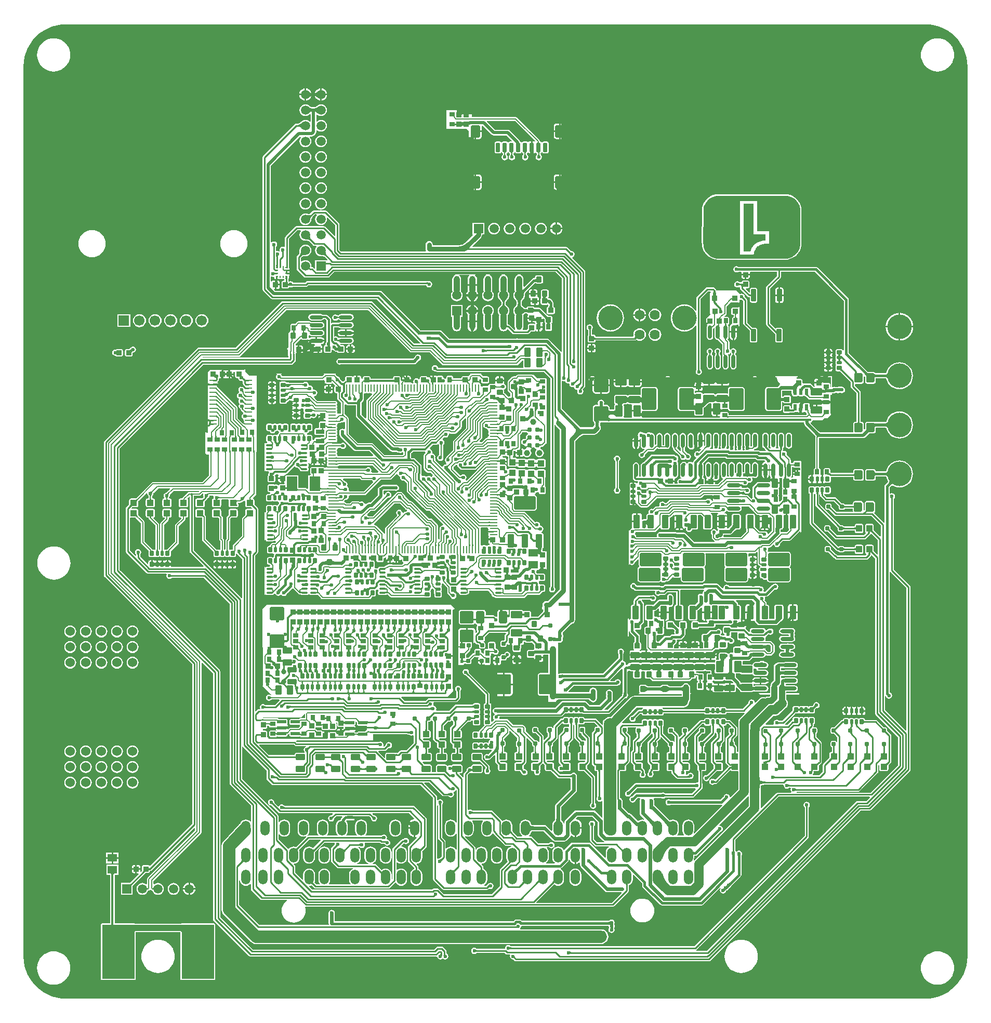
<source format=gtl>
G75*
G70*
%OFA0B0*%
%FSLAX25Y25*%
%IPPOS*%
%LPD*%
%AMOC8*
5,1,8,0,0,1.08239X$1,22.5*
%
%AMM1*
21,1,0.033470,0.026770,0.000000,0.000000,0.000000*
21,1,0.026770,0.033470,0.000000,0.000000,0.000000*
1,1,0.006690,0.013390,-0.013390*
1,1,0.006690,-0.013390,-0.013390*
1,1,0.006690,-0.013390,0.013390*
1,1,0.006690,0.013390,0.013390*
%
%AMM10*
21,1,0.025590,0.026380,0.000000,0.000000,270.000000*
21,1,0.020470,0.031500,0.000000,0.000000,270.000000*
1,1,0.005120,-0.013190,-0.010240*
1,1,0.005120,-0.013190,0.010240*
1,1,0.005120,0.013190,0.010240*
1,1,0.005120,0.013190,-0.010240*
%
%AMM11*
21,1,0.017720,0.027950,0.000000,0.000000,270.000000*
21,1,0.014170,0.031500,0.000000,0.000000,270.000000*
1,1,0.003540,-0.013980,-0.007090*
1,1,0.003540,-0.013980,0.007090*
1,1,0.003540,0.013980,0.007090*
1,1,0.003540,0.013980,-0.007090*
%
%AMM110*
21,1,0.070870,0.036220,0.000000,0.000000,180.000000*
21,1,0.061810,0.045280,0.000000,0.000000,180.000000*
1,1,0.009060,-0.030910,0.018110*
1,1,0.009060,0.030910,0.018110*
1,1,0.009060,0.030910,-0.018110*
1,1,0.009060,-0.030910,-0.018110*
%
%AMM111*
21,1,0.070870,0.036220,0.000000,0.000000,90.000000*
21,1,0.061810,0.045280,0.000000,0.000000,90.000000*
1,1,0.009060,0.018110,0.030910*
1,1,0.009060,0.018110,-0.030910*
1,1,0.009060,-0.018110,-0.030910*
1,1,0.009060,-0.018110,0.030910*
%
%AMM112*
21,1,0.086610,0.073230,0.000000,0.000000,90.000000*
21,1,0.069290,0.090550,0.000000,0.000000,90.000000*
1,1,0.017320,0.036610,0.034650*
1,1,0.017320,0.036610,-0.034650*
1,1,0.017320,-0.036610,-0.034650*
1,1,0.017320,-0.036610,0.034650*
%
%AMM113*
21,1,0.021650,0.038980,0.000000,0.000000,0.000000*
21,1,0.017320,0.043310,0.000000,0.000000,0.000000*
1,1,0.004330,0.008660,-0.019490*
1,1,0.004330,-0.008660,-0.019490*
1,1,0.004330,-0.008660,0.019490*
1,1,0.004330,0.008660,0.019490*
%
%AMM114*
21,1,0.092520,0.119290,0.000000,0.000000,180.000000*
21,1,0.074020,0.137800,0.000000,0.000000,180.000000*
1,1,0.018500,-0.037010,0.059650*
1,1,0.018500,0.037010,0.059650*
1,1,0.018500,0.037010,-0.059650*
1,1,0.018500,-0.037010,-0.059650*
%
%AMM12*
21,1,0.025590,0.026380,0.000000,0.000000,180.000000*
21,1,0.020470,0.031500,0.000000,0.000000,180.000000*
1,1,0.005120,-0.010240,0.013190*
1,1,0.005120,0.010240,0.013190*
1,1,0.005120,0.010240,-0.013190*
1,1,0.005120,-0.010240,-0.013190*
%
%AMM120*
21,1,0.078740,0.045670,0.000000,0.000000,270.000000*
21,1,0.067320,0.057090,0.000000,0.000000,270.000000*
1,1,0.011420,-0.022840,-0.033660*
1,1,0.011420,-0.022840,0.033660*
1,1,0.011420,0.022840,0.033660*
1,1,0.011420,0.022840,-0.033660*
%
%AMM121*
21,1,0.059060,0.020470,0.000000,0.000000,270.000000*
21,1,0.053940,0.025590,0.000000,0.000000,270.000000*
1,1,0.005120,-0.010240,-0.026970*
1,1,0.005120,-0.010240,0.026970*
1,1,0.005120,0.010240,0.026970*
1,1,0.005120,0.010240,-0.026970*
%
%AMM122*
21,1,0.027560,0.030710,0.000000,0.000000,270.000000*
21,1,0.022050,0.036220,0.000000,0.000000,270.000000*
1,1,0.005510,-0.015350,-0.011020*
1,1,0.005510,-0.015350,0.011020*
1,1,0.005510,0.015350,0.011020*
1,1,0.005510,0.015350,-0.011020*
%
%AMM126*
21,1,0.094490,0.111020,0.000000,0.000000,180.000000*
21,1,0.075590,0.129920,0.000000,0.000000,180.000000*
1,1,0.018900,-0.037800,0.055510*
1,1,0.018900,0.037800,0.055510*
1,1,0.018900,0.037800,-0.055510*
1,1,0.018900,-0.037800,-0.055510*
%
%AMM127*
21,1,0.023620,0.018900,0.000000,0.000000,270.000000*
21,1,0.018900,0.023620,0.000000,0.000000,270.000000*
1,1,0.004720,-0.009450,-0.009450*
1,1,0.004720,-0.009450,0.009450*
1,1,0.004720,0.009450,0.009450*
1,1,0.004720,0.009450,-0.009450*
%
%AMM128*
21,1,0.035830,0.026770,0.000000,0.000000,0.000000*
21,1,0.029130,0.033470,0.000000,0.000000,0.000000*
1,1,0.006690,0.014570,-0.013390*
1,1,0.006690,-0.014570,-0.013390*
1,1,0.006690,-0.014570,0.013390*
1,1,0.006690,0.014570,0.013390*
%
%AMM129*
21,1,0.023620,0.018900,0.000000,0.000000,180.000000*
21,1,0.018900,0.023620,0.000000,0.000000,180.000000*
1,1,0.004720,-0.009450,0.009450*
1,1,0.004720,0.009450,0.009450*
1,1,0.004720,0.009450,-0.009450*
1,1,0.004720,-0.009450,-0.009450*
%
%AMM13*
21,1,0.017720,0.027950,0.000000,0.000000,180.000000*
21,1,0.014170,0.031500,0.000000,0.000000,180.000000*
1,1,0.003540,-0.007090,0.013980*
1,1,0.003540,0.007090,0.013980*
1,1,0.003540,0.007090,-0.013980*
1,1,0.003540,-0.007090,-0.013980*
%
%AMM130*
21,1,0.035430,0.030320,0.000000,0.000000,0.000000*
21,1,0.028350,0.037400,0.000000,0.000000,0.000000*
1,1,0.007090,0.014170,-0.015160*
1,1,0.007090,-0.014170,-0.015160*
1,1,0.007090,-0.014170,0.015160*
1,1,0.007090,0.014170,0.015160*
%
%AMM131*
21,1,0.078740,0.070870,0.000000,0.000000,270.000000*
21,1,0.062990,0.086610,0.000000,0.000000,270.000000*
1,1,0.015750,-0.035430,-0.031500*
1,1,0.015750,-0.035430,0.031500*
1,1,0.015750,0.035430,0.031500*
1,1,0.015750,0.035430,-0.031500*
%
%AMM132*
21,1,0.051180,0.068500,0.000000,0.000000,180.000000*
21,1,0.040950,0.078740,0.000000,0.000000,180.000000*
1,1,0.010240,-0.020470,0.034250*
1,1,0.010240,0.020470,0.034250*
1,1,0.010240,0.020470,-0.034250*
1,1,0.010240,-0.020470,-0.034250*
%
%AMM133*
21,1,0.035830,0.026770,0.000000,0.000000,90.000000*
21,1,0.029130,0.033470,0.000000,0.000000,90.000000*
1,1,0.006690,0.013390,0.014570*
1,1,0.006690,0.013390,-0.014570*
1,1,0.006690,-0.013390,-0.014570*
1,1,0.006690,-0.013390,0.014570*
%
%AMM14*
21,1,0.033470,0.026770,0.000000,0.000000,90.000000*
21,1,0.026770,0.033470,0.000000,0.000000,90.000000*
1,1,0.006690,0.013390,0.013390*
1,1,0.006690,0.013390,-0.013390*
1,1,0.006690,-0.013390,-0.013390*
1,1,0.006690,-0.013390,0.013390*
%
%AMM142*
21,1,0.021650,0.052760,0.000000,0.000000,270.000000*
21,1,0.017320,0.057090,0.000000,0.000000,270.000000*
1,1,0.004330,-0.026380,-0.008660*
1,1,0.004330,-0.026380,0.008660*
1,1,0.004330,0.026380,0.008660*
1,1,0.004330,0.026380,-0.008660*
%
%AMM144*
21,1,0.070870,0.036220,0.000000,0.000000,270.000000*
21,1,0.061810,0.045280,0.000000,0.000000,270.000000*
1,1,0.009060,-0.018110,-0.030910*
1,1,0.009060,-0.018110,0.030910*
1,1,0.009060,0.018110,0.030910*
1,1,0.009060,0.018110,-0.030910*
%
%AMM145*
21,1,0.035430,0.030320,0.000000,0.000000,90.000000*
21,1,0.028350,0.037400,0.000000,0.000000,90.000000*
1,1,0.007090,0.015160,0.014170*
1,1,0.007090,0.015160,-0.014170*
1,1,0.007090,-0.015160,-0.014170*
1,1,0.007090,-0.015160,0.014170*
%
%AMM146*
21,1,0.043310,0.075980,0.000000,0.000000,180.000000*
21,1,0.034650,0.084650,0.000000,0.000000,180.000000*
1,1,0.008660,-0.017320,0.037990*
1,1,0.008660,0.017320,0.037990*
1,1,0.008660,0.017320,-0.037990*
1,1,0.008660,-0.017320,-0.037990*
%
%AMM147*
21,1,0.043310,0.075990,0.000000,0.000000,180.000000*
21,1,0.034650,0.084650,0.000000,0.000000,180.000000*
1,1,0.008660,-0.017320,0.037990*
1,1,0.008660,0.017320,0.037990*
1,1,0.008660,0.017320,-0.037990*
1,1,0.008660,-0.017320,-0.037990*
%
%AMM148*
21,1,0.137800,0.067720,0.000000,0.000000,180.000000*
21,1,0.120870,0.084650,0.000000,0.000000,180.000000*
1,1,0.016930,-0.060430,0.033860*
1,1,0.016930,0.060430,0.033860*
1,1,0.016930,0.060430,-0.033860*
1,1,0.016930,-0.060430,-0.033860*
%
%AMM15*
21,1,0.023620,0.018900,0.000000,0.000000,0.000000*
21,1,0.018900,0.023620,0.000000,0.000000,0.000000*
1,1,0.004720,0.009450,-0.009450*
1,1,0.004720,-0.009450,-0.009450*
1,1,0.004720,-0.009450,0.009450*
1,1,0.004720,0.009450,0.009450*
%
%AMM16*
21,1,0.039370,0.035430,0.000000,0.000000,180.000000*
21,1,0.031500,0.043310,0.000000,0.000000,180.000000*
1,1,0.007870,-0.015750,0.017720*
1,1,0.007870,0.015750,0.017720*
1,1,0.007870,0.015750,-0.017720*
1,1,0.007870,-0.015750,-0.017720*
%
%AMM17*
21,1,0.047240,0.015750,0.000000,0.000000,135.000000*
1,1,0.015750,0.016700,-0.016700*
1,1,0.015750,-0.016700,0.016700*
%
%AMM18*
21,1,0.007870,0.643700,0.000000,0.000000,270.000000*
21,1,0.000000,0.651580,0.000000,0.000000,270.000000*
1,1,0.007870,-0.321850,0.000000*
1,1,0.007870,-0.321850,0.000000*
1,1,0.007870,0.321850,0.000000*
1,1,0.007870,0.321850,0.000000*
%
%AMM19*
21,1,0.007870,0.078350,0.000000,0.000000,135.000000*
21,1,0.000000,0.086220,0.000000,0.000000,135.000000*
1,1,0.007870,0.027700,0.027700*
1,1,0.007870,0.027700,0.027700*
1,1,0.007870,-0.027700,-0.027700*
1,1,0.007870,-0.027700,-0.027700*
%
%AMM2*
21,1,0.039370,0.049210,0.000000,0.000000,0.000000*
21,1,0.031500,0.057090,0.000000,0.000000,0.000000*
1,1,0.007870,0.015750,-0.024610*
1,1,0.007870,-0.015750,-0.024610*
1,1,0.007870,-0.015750,0.024610*
1,1,0.007870,0.015750,0.024610*
%
%AMM20*
21,1,0.007870,0.287010,0.000000,0.000000,180.000000*
21,1,0.000000,0.294880,0.000000,0.000000,180.000000*
1,1,0.007870,0.000000,0.143500*
1,1,0.007870,0.000000,0.143500*
1,1,0.007870,0.000000,-0.143500*
1,1,0.007870,0.000000,-0.143500*
%
%AMM21*
21,1,0.007870,0.080320,0.000000,0.000000,225.000000*
21,1,0.000000,0.088190,0.000000,0.000000,225.000000*
1,1,0.007870,-0.028400,0.028400*
1,1,0.007870,-0.028400,0.028400*
1,1,0.007870,0.028400,-0.028400*
1,1,0.007870,0.028400,-0.028400*
%
%AMM22*
21,1,0.007870,0.400390,0.000000,0.000000,0.000000*
21,1,0.000000,0.408270,0.000000,0.000000,0.000000*
1,1,0.007870,0.000000,-0.200200*
1,1,0.007870,0.000000,-0.200200*
1,1,0.007870,0.000000,0.200200*
1,1,0.007870,0.000000,0.200200*
%
%AMM23*
21,1,0.007870,0.640160,0.000000,0.000000,270.000000*
21,1,0.000000,0.648030,0.000000,0.000000,270.000000*
1,1,0.007870,-0.320080,0.000000*
1,1,0.007870,-0.320080,0.000000*
1,1,0.007870,0.320080,0.000000*
1,1,0.007870,0.320080,0.000000*
%
%AMM24*
21,1,0.039370,0.007870,0.000000,0.000000,45.000000*
1,1,0.007870,-0.013920,-0.013920*
1,1,0.007870,0.013920,0.013920*
%
%AMM25*
21,1,0.003940,0.007870,0.000000,0.000000,135.000000*
1,1,0.007870,0.001390,-0.001390*
1,1,0.007870,-0.001390,0.001390*
%
%AMM26*
21,1,0.087800,0.007870,0.000000,0.000000,45.000000*
1,1,0.007870,-0.031040,-0.031040*
1,1,0.007870,0.031040,0.031040*
%
%AMM27*
21,1,0.031500,0.007870,0.000000,0.000000,315.000000*
1,1,0.007870,-0.011140,0.011140*
1,1,0.007870,0.011140,-0.011140*
%
%AMM28*
21,1,0.009840,0.017720,0.000000,0.000000,180.000000*
21,1,0.000000,0.027560,0.000000,0.000000,180.000000*
1,1,0.009840,0.000000,0.008860*
1,1,0.009840,0.000000,0.008860*
1,1,0.009840,0.000000,-0.008860*
1,1,0.009840,0.000000,-0.008860*
%
%AMM29*
21,1,0.007870,1.416930,0.000000,0.000000,180.000000*
21,1,0.000000,1.424800,0.000000,0.000000,180.000000*
1,1,0.007870,0.000000,0.708470*
1,1,0.007870,0.000000,0.708470*
1,1,0.007870,0.000000,-0.708470*
1,1,0.007870,0.000000,-0.708470*
%
%AMM3*
21,1,0.027560,0.030710,0.000000,0.000000,0.000000*
21,1,0.022050,0.036220,0.000000,0.000000,0.000000*
1,1,0.005510,0.011020,-0.015350*
1,1,0.005510,-0.011020,-0.015350*
1,1,0.005510,-0.011020,0.015350*
1,1,0.005510,0.011020,0.015350*
%
%AMM30*
21,1,0.007870,1.787400,0.000000,0.000000,270.000000*
21,1,0.000000,1.795280,0.000000,0.000000,270.000000*
1,1,0.007870,-0.893700,0.000000*
1,1,0.007870,-0.893700,0.000000*
1,1,0.007870,0.893700,0.000000*
1,1,0.007870,0.893700,0.000000*
%
%AMM31*
21,1,0.007870,1.405510,0.000000,0.000000,180.000000*
21,1,0.000000,1.413390,0.000000,0.000000,180.000000*
1,1,0.007870,0.000000,0.702760*
1,1,0.007870,0.000000,0.702760*
1,1,0.007870,0.000000,-0.702760*
1,1,0.007870,0.000000,-0.702760*
%
%AMM32*
21,1,0.007870,1.704720,0.000000,0.000000,270.000000*
21,1,0.000000,1.712600,0.000000,0.000000,270.000000*
1,1,0.007870,-0.852360,0.000000*
1,1,0.007870,-0.852360,0.000000*
1,1,0.007870,0.852360,0.000000*
1,1,0.007870,0.852360,0.000000*
%
%AMM33*
21,1,0.007870,0.023620,0.000000,0.000000,315.000000*
21,1,0.000000,0.031500,0.000000,0.000000,315.000000*
1,1,0.007870,-0.008350,-0.008350*
1,1,0.007870,-0.008350,-0.008350*
1,1,0.007870,0.008350,0.008350*
1,1,0.007870,0.008350,0.008350*
%
%AMM34*
21,1,0.007870,0.055120,0.000000,0.000000,270.000000*
21,1,0.000000,0.062990,0.000000,0.000000,270.000000*
1,1,0.007870,-0.027560,0.000000*
1,1,0.007870,-0.027560,0.000000*
1,1,0.007870,0.027560,0.000000*
1,1,0.007870,0.027560,0.000000*
%
%AMM35*
21,1,0.007870,0.039370,0.000000,0.000000,45.000000*
21,1,0.000000,0.047240,0.000000,0.000000,45.000000*
1,1,0.007870,0.013920,-0.013920*
1,1,0.007870,0.013920,-0.013920*
1,1,0.007870,-0.013920,0.013920*
1,1,0.007870,-0.013920,0.013920*
%
%AMM36*
21,1,0.007870,0.013780,0.000000,0.000000,45.000000*
21,1,0.000000,0.021650,0.000000,0.000000,45.000000*
1,1,0.007870,0.004870,-0.004870*
1,1,0.007870,0.004870,-0.004870*
1,1,0.007870,-0.004870,0.004870*
1,1,0.007870,-0.004870,0.004870*
%
%AMM37*
21,1,0.007870,0.014960,0.000000,0.000000,135.000000*
21,1,0.000000,0.022840,0.000000,0.000000,135.000000*
1,1,0.007870,0.005290,0.005290*
1,1,0.007870,0.005290,0.005290*
1,1,0.007870,-0.005290,-0.005290*
1,1,0.007870,-0.005290,-0.005290*
%
%AMM38*
21,1,0.007870,0.029130,0.000000,0.000000,225.000000*
21,1,0.000000,0.037010,0.000000,0.000000,225.000000*
1,1,0.007870,-0.010300,0.010300*
1,1,0.007870,-0.010300,0.010300*
1,1,0.007870,0.010300,-0.010300*
1,1,0.007870,0.010300,-0.010300*
%
%AMM39*
21,1,0.015750,0.009840,0.000000,0.000000,45.000000*
1,1,0.009840,-0.005570,-0.005570*
1,1,0.009840,0.005570,0.005570*
%
%AMM4*
21,1,0.027560,0.030710,0.000000,0.000000,90.000000*
21,1,0.022050,0.036220,0.000000,0.000000,90.000000*
1,1,0.005510,0.015350,0.011020*
1,1,0.005510,0.015350,-0.011020*
1,1,0.005510,-0.015350,-0.011020*
1,1,0.005510,-0.015350,0.011020*
%
%AMM40*
21,1,0.007870,0.503940,0.000000,0.000000,180.000000*
21,1,0.000000,0.511810,0.000000,0.000000,180.000000*
1,1,0.007870,0.000000,0.251970*
1,1,0.007870,0.000000,0.251970*
1,1,0.007870,0.000000,-0.251970*
1,1,0.007870,0.000000,-0.251970*
%
%AMM41*
21,1,0.009840,0.919290,0.000000,0.000000,270.000000*
21,1,0.000000,0.929130,0.000000,0.000000,270.000000*
1,1,0.009840,-0.459650,0.000000*
1,1,0.009840,-0.459650,0.000000*
1,1,0.009840,0.459650,0.000000*
1,1,0.009840,0.459650,0.000000*
%
%AMM42*
21,1,0.007870,0.041340,0.000000,0.000000,0.000000*
21,1,0.000000,0.049210,0.000000,0.000000,0.000000*
1,1,0.007870,0.000000,-0.020670*
1,1,0.007870,0.000000,-0.020670*
1,1,0.007870,0.000000,0.020670*
1,1,0.007870,0.000000,0.020670*
%
%AMM5*
21,1,0.031500,0.072440,0.000000,0.000000,0.000000*
21,1,0.025200,0.078740,0.000000,0.000000,0.000000*
1,1,0.006300,0.012600,-0.036220*
1,1,0.006300,-0.012600,-0.036220*
1,1,0.006300,-0.012600,0.036220*
1,1,0.006300,0.012600,0.036220*
%
%AMM6*
21,1,0.051180,0.048820,0.000000,0.000000,0.000000*
21,1,0.040950,0.059060,0.000000,0.000000,0.000000*
1,1,0.010240,0.020470,-0.024410*
1,1,0.010240,-0.020470,-0.024410*
1,1,0.010240,-0.020470,0.024410*
1,1,0.010240,0.020470,0.024410*
%
%AMM67*
21,1,0.035430,0.050000,0.000000,0.000000,270.000000*
21,1,0.028350,0.057090,0.000000,0.000000,270.000000*
1,1,0.007090,-0.025000,-0.014170*
1,1,0.007090,-0.025000,0.014170*
1,1,0.007090,0.025000,0.014170*
1,1,0.007090,0.025000,-0.014170*
%
%AMM68*
21,1,0.086610,0.073230,0.000000,0.000000,270.000000*
21,1,0.069290,0.090550,0.000000,0.000000,270.000000*
1,1,0.017320,-0.036610,-0.034650*
1,1,0.017320,-0.036610,0.034650*
1,1,0.017320,0.036610,0.034650*
1,1,0.017320,0.036610,-0.034650*
%
%AMM69*
21,1,0.039370,0.049210,0.000000,0.000000,180.000000*
21,1,0.031500,0.057090,0.000000,0.000000,180.000000*
1,1,0.007870,-0.015750,0.024610*
1,1,0.007870,0.015750,0.024610*
1,1,0.007870,0.015750,-0.024610*
1,1,0.007870,-0.015750,-0.024610*
%
%AMM7*
21,1,0.023620,0.018900,0.000000,0.000000,90.000000*
21,1,0.018900,0.023620,0.000000,0.000000,90.000000*
1,1,0.004720,0.009450,0.009450*
1,1,0.004720,0.009450,-0.009450*
1,1,0.004720,-0.009450,-0.009450*
1,1,0.004720,-0.009450,0.009450*
%
%AMM70*
21,1,0.023620,0.030710,0.000000,0.000000,90.000000*
21,1,0.018900,0.035430,0.000000,0.000000,90.000000*
1,1,0.004720,0.015350,0.009450*
1,1,0.004720,0.015350,-0.009450*
1,1,0.004720,-0.015350,-0.009450*
1,1,0.004720,-0.015350,0.009450*
%
%AMM71*
21,1,0.025590,0.026380,0.000000,0.000000,0.000000*
21,1,0.020470,0.031500,0.000000,0.000000,0.000000*
1,1,0.005120,0.010240,-0.013190*
1,1,0.005120,-0.010240,-0.013190*
1,1,0.005120,-0.010240,0.013190*
1,1,0.005120,0.010240,0.013190*
%
%AMM72*
21,1,0.017720,0.027950,0.000000,0.000000,0.000000*
21,1,0.014170,0.031500,0.000000,0.000000,0.000000*
1,1,0.003540,0.007090,-0.013980*
1,1,0.003540,-0.007090,-0.013980*
1,1,0.003540,-0.007090,0.013980*
1,1,0.003540,0.007090,0.013980*
%
%AMM73*
21,1,0.033470,0.026770,0.000000,0.000000,270.000000*
21,1,0.026770,0.033470,0.000000,0.000000,270.000000*
1,1,0.006690,-0.013390,-0.013390*
1,1,0.006690,-0.013390,0.013390*
1,1,0.006690,0.013390,0.013390*
1,1,0.006690,0.013390,-0.013390*
%
%AMM74*
21,1,0.033470,0.026770,0.000000,0.000000,180.000000*
21,1,0.026770,0.033470,0.000000,0.000000,180.000000*
1,1,0.006690,-0.013390,0.013390*
1,1,0.006690,0.013390,0.013390*
1,1,0.006690,0.013390,-0.013390*
1,1,0.006690,-0.013390,-0.013390*
%
%AMM75*
21,1,0.009840,0.919290,0.000000,0.000000,90.000000*
21,1,0.000000,0.929130,0.000000,0.000000,90.000000*
1,1,0.009840,0.459650,0.000000*
1,1,0.009840,0.459650,0.000000*
1,1,0.009840,-0.459650,0.000000*
1,1,0.009840,-0.459650,0.000000*
%
%AMM8*
21,1,0.039370,0.035430,0.000000,0.000000,270.000000*
21,1,0.031500,0.043310,0.000000,0.000000,270.000000*
1,1,0.007870,-0.017720,-0.015750*
1,1,0.007870,-0.017720,0.015750*
1,1,0.007870,0.017720,0.015750*
1,1,0.007870,0.017720,-0.015750*
%
%AMM86*
21,1,0.025590,0.026380,0.000000,0.000000,90.000000*
21,1,0.020470,0.031500,0.000000,0.000000,90.000000*
1,1,0.005120,0.013190,0.010240*
1,1,0.005120,0.013190,-0.010240*
1,1,0.005120,-0.013190,-0.010240*
1,1,0.005120,-0.013190,0.010240*
%
%AMM87*
21,1,0.017720,0.027950,0.000000,0.000000,90.000000*
21,1,0.014170,0.031500,0.000000,0.000000,90.000000*
1,1,0.003540,0.013980,0.007090*
1,1,0.003540,0.013980,-0.007090*
1,1,0.003540,-0.013980,-0.007090*
1,1,0.003540,-0.013980,0.007090*
%
%AMM88*
21,1,0.137800,0.067720,0.000000,0.000000,0.000000*
21,1,0.120870,0.084650,0.000000,0.000000,0.000000*
1,1,0.016930,0.060430,-0.033860*
1,1,0.016930,-0.060430,-0.033860*
1,1,0.016930,-0.060430,0.033860*
1,1,0.016930,0.060430,0.033860*
%
%AMM89*
21,1,0.043310,0.075980,0.000000,0.000000,0.000000*
21,1,0.034650,0.084650,0.000000,0.000000,0.000000*
1,1,0.008660,0.017320,-0.037990*
1,1,0.008660,-0.017320,-0.037990*
1,1,0.008660,-0.017320,0.037990*
1,1,0.008660,0.017320,0.037990*
%
%AMM9*
21,1,0.039370,0.049210,0.000000,0.000000,90.000000*
21,1,0.031500,0.057090,0.000000,0.000000,90.000000*
1,1,0.007870,0.024610,0.015750*
1,1,0.007870,0.024610,-0.015750*
1,1,0.007870,-0.024610,-0.015750*
1,1,0.007870,-0.024610,0.015750*
%
%AMM90*
21,1,0.043310,0.075990,0.000000,0.000000,0.000000*
21,1,0.034650,0.084650,0.000000,0.000000,0.000000*
1,1,0.008660,0.017320,-0.037990*
1,1,0.008660,-0.017320,-0.037990*
1,1,0.008660,-0.017320,0.037990*
1,1,0.008660,0.017320,0.037990*
%
%AMM91*
21,1,0.027560,0.030710,0.000000,0.000000,180.000000*
21,1,0.022050,0.036220,0.000000,0.000000,180.000000*
1,1,0.005510,-0.011020,0.015350*
1,1,0.005510,0.011020,0.015350*
1,1,0.005510,0.011020,-0.015350*
1,1,0.005510,-0.011020,-0.015350*
%
%AMM92*
21,1,0.035430,0.030320,0.000000,0.000000,270.000000*
21,1,0.028350,0.037400,0.000000,0.000000,270.000000*
1,1,0.007090,-0.015160,-0.014170*
1,1,0.007090,-0.015160,0.014170*
1,1,0.007090,0.015160,0.014170*
1,1,0.007090,0.015160,-0.014170*
%
%AMM93*
21,1,0.023620,0.030710,0.000000,0.000000,180.000000*
21,1,0.018900,0.035430,0.000000,0.000000,180.000000*
1,1,0.004720,-0.009450,0.015350*
1,1,0.004720,0.009450,0.015350*
1,1,0.004720,0.009450,-0.015350*
1,1,0.004720,-0.009450,-0.015350*
%
%AMM94*
21,1,0.035830,0.026770,0.000000,0.000000,270.000000*
21,1,0.029130,0.033470,0.000000,0.000000,270.000000*
1,1,0.006690,-0.013390,-0.014570*
1,1,0.006690,-0.013390,0.014570*
1,1,0.006690,0.013390,0.014570*
1,1,0.006690,0.013390,-0.014570*
%
%AMM95*
21,1,0.035430,0.030320,0.000000,0.000000,180.000000*
21,1,0.028350,0.037400,0.000000,0.000000,180.000000*
1,1,0.007090,-0.014170,0.015160*
1,1,0.007090,0.014170,0.015160*
1,1,0.007090,0.014170,-0.015160*
1,1,0.007090,-0.014170,-0.015160*
%
%AMM96*
21,1,0.027560,0.049610,0.000000,0.000000,270.000000*
21,1,0.022050,0.055120,0.000000,0.000000,270.000000*
1,1,0.005510,-0.024800,-0.011020*
1,1,0.005510,-0.024800,0.011020*
1,1,0.005510,0.024800,0.011020*
1,1,0.005510,0.024800,-0.011020*
%
%AMM97*
21,1,0.035830,0.026770,0.000000,0.000000,180.000000*
21,1,0.029130,0.033470,0.000000,0.000000,180.000000*
1,1,0.006690,-0.014570,0.013390*
1,1,0.006690,0.014570,0.013390*
1,1,0.006690,0.014570,-0.013390*
1,1,0.006690,-0.014570,-0.013390*
%
%ADD101O,0.00984X0.40158*%
%ADD106O,0.01968X0.50000*%
%ADD107M131*%
%ADD108O,0.01968X0.11811*%
%ADD110O,0.19685X0.01575*%
%ADD114M27*%
%ADD117M88*%
%ADD118M37*%
%ADD119R,0.05906X0.05118*%
%ADD12M33*%
%ADD120M67*%
%ADD121M40*%
%ADD125O,0.00787X0.16732*%
%ADD127M70*%
%ADD128O,0.00787X0.12205*%
%ADD130O,0.03937X0.05906*%
%ADD131C,0.02362*%
%ADD132O,0.01575X0.28347*%
%ADD133C,0.05118*%
%ADD136M1*%
%ADD137M130*%
%ADD139O,0.06693X0.00787*%
%ADD14C,0.03100*%
%ADD140M114*%
%ADD141M30*%
%ADD143M14*%
%ADD144M126*%
%ADD145O,0.00787X0.22323*%
%ADD147M26*%
%ADD149C,0.03937*%
%ADD150M87*%
%ADD151M146*%
%ADD152O,0.01968X0.00984*%
%ADD154M38*%
%ADD155O,0.04724X0.01968*%
%ADD16M111*%
%ADD160M71*%
%ADD161M42*%
%ADD163M68*%
%ADD166O,0.00787X0.56693*%
%ADD168M127*%
%ADD169O,0.00787X0.34744*%
%ADD171M90*%
%ADD172C,0.07874*%
%ADD173R,0.06693X0.09449*%
%ADD175M31*%
%ADD177M15*%
%ADD178M9*%
%ADD179M25*%
%ADD18R,0.01378X0.00984*%
%ADD181M147*%
%ADD182M39*%
%ADD183O,0.02362X0.08661*%
%ADD185M110*%
%ADD189M72*%
%ADD190O,1.18110X0.01575*%
%ADD191O,0.01968X0.03937*%
%ADD192O,0.20669X0.00787*%
%ADD196M120*%
%ADD197O,0.00787X0.01575*%
%ADD198M132*%
%ADD199M86*%
%ADD20O,0.05118X0.00866*%
%ADD200O,0.00787X0.36221*%
%ADD201M113*%
%ADD202O,0.04016X0.11221*%
%ADD205M7*%
%ADD207C,0.15748*%
%ADD209M32*%
%ADD21M19*%
%ADD210O,0.04961X0.00984*%
%ADD211C,0.03900*%
%ADD213M29*%
%ADD215M121*%
%ADD216M12*%
%ADD218M8*%
%ADD219M144*%
%ADD22M112*%
%ADD222M24*%
%ADD223O,0.38583X0.01575*%
%ADD224M128*%
%ADD225O,0.00787X1.01772*%
%ADD227O,0.03150X0.02362*%
%ADD230O,0.00984X0.01968*%
%ADD231M96*%
%ADD232O,0.05906X0.09449*%
%ADD234M73*%
%ADD235C,0.00984*%
%ADD237C,0.06000*%
%ADD238O,0.25591X0.00787*%
%ADD239C,0.03150*%
%ADD240M6*%
%ADD242M23*%
%ADD243O,0.03937X0.34429*%
%ADD245O,0.54331X0.00787*%
%ADD246M13*%
%ADD25C,0.01575*%
%ADD250O,0.00787X0.33071*%
%ADD251C,0.06400*%
%ADD253M145*%
%ADD256C,0.00787*%
%ADD258O,1.39370X0.01575*%
%ADD259M17*%
%ADD260M18*%
%ADD261O,0.00787X0.16339*%
%ADD265C,0.01968*%
%ADD266O,0.00787X0.26772*%
%ADD267O,0.00787X0.14173*%
%ADD273O,0.08661X0.02362*%
%ADD274M122*%
%ADD275M22*%
%ADD277O,0.03937X0.01968*%
%ADD279O,0.22835X0.00984*%
%ADD28M89*%
%ADD282O,0.00866X0.05118*%
%ADD283M34*%
%ADD284M10*%
%ADD285O,0.68504X0.01575*%
%ADD286O,0.44587X0.00787*%
%ADD288O,0.35433X0.01575*%
%ADD290M142*%
%ADD291M74*%
%ADD31M5*%
%ADD33M21*%
%ADD36M35*%
%ADD37M94*%
%ADD38R,0.00984X0.01378*%
%ADD39M69*%
%ADD40M93*%
%ADD41C,0.06693*%
%ADD42O,0.04331X0.01181*%
%ADD43M11*%
%ADD44M75*%
%ADD46C,0.05906*%
%ADD47O,0.43701X0.00787*%
%ADD48M91*%
%ADD50R,0.06693X0.06693*%
%ADD53M28*%
%ADD55O,1.01181X0.00787*%
%ADD61C,0.01181*%
%ADD62M3*%
%ADD64O,0.00787X0.01968*%
%ADD66O,0.01575X0.21260*%
%ADD67O,0.56890X0.01968*%
%ADD68M129*%
%ADD70M148*%
%ADD72M16*%
%ADD73M4*%
%ADD74M133*%
%ADD76M20*%
%ADD79M36*%
%ADD80O,0.01968X0.44882*%
%ADD81O,0.00787X0.28543*%
%ADD84M41*%
%ADD85M97*%
%ADD90R,0.05906X0.05906*%
%ADD93M2*%
%ADD94O,0.00787X0.02756*%
%ADD95M95*%
%ADD98M92*%
%ADD99R,0.01968X0.01968*%
X0000000Y0000000D02*
G01*
G75*
G36*
X0581781Y0625413D02*
X0584783Y0624902D01*
X0587710Y0624059D01*
X0590524Y0622894D01*
X0593189Y0621421D01*
X0595673Y0619658D01*
X0597944Y0617629D01*
X0599973Y0615358D01*
X0601736Y0612874D01*
X0603209Y0610209D01*
X0604374Y0607395D01*
X0605217Y0604468D01*
X0605727Y0601466D01*
X0605895Y0598479D01*
X0605873Y0598425D01*
X0605873Y0027559D01*
X0605895Y0027505D01*
X0605727Y0024518D01*
X0605217Y0021516D01*
X0604374Y0018589D01*
X0603209Y0015776D01*
X0601736Y0013110D01*
X0599973Y0010626D01*
X0597944Y0008355D01*
X0595673Y0006326D01*
X0593189Y0004564D01*
X0590524Y0003091D01*
X0587710Y0001925D01*
X0584783Y0001082D01*
X0581781Y0000572D01*
X0578794Y0000404D01*
X0578740Y0000426D01*
X0027559Y0000426D01*
X0027505Y0000404D01*
X0024518Y0000572D01*
X0021516Y0001082D01*
X0018589Y0001925D01*
X0015776Y0003091D01*
X0013110Y0004564D01*
X0010626Y0006326D01*
X0008355Y0008355D01*
X0006326Y0010626D01*
X0004564Y0013110D01*
X0003091Y0015776D01*
X0001925Y0018589D01*
X0001082Y0021516D01*
X0000572Y0024518D01*
X0000404Y0027505D01*
X0000426Y0027559D01*
X0000426Y0598425D01*
X0000404Y0598479D01*
X0000572Y0601466D01*
X0001082Y0604468D01*
X0001925Y0607395D01*
X0003091Y0610209D01*
X0004564Y0612874D01*
X0006326Y0615358D01*
X0008355Y0617629D01*
X0010626Y0619658D01*
X0013110Y0621421D01*
X0015776Y0622894D01*
X0018589Y0624059D01*
X0021516Y0624902D01*
X0024518Y0625413D01*
X0027505Y0625580D01*
X0027559Y0625558D01*
X0578740Y0625558D01*
X0578794Y0625580D01*
X0581781Y0625413D01*
D02*
G37*
%LPC*%
G36*
X0586614Y0616568D02*
X0584946Y0616437D01*
X0583319Y0616046D01*
X0581773Y0615406D01*
X0580347Y0614532D01*
X0579074Y0613445D01*
X0577988Y0612173D01*
X0577114Y0610746D01*
X0576473Y0609200D01*
X0576083Y0607574D01*
X0575951Y0605905D01*
X0576083Y0604238D01*
X0576473Y0602610D01*
X0577114Y0601065D01*
X0577988Y0599638D01*
X0579074Y0598366D01*
X0580347Y0597279D01*
X0581773Y0596405D01*
X0583319Y0595765D01*
X0584946Y0595374D01*
X0586614Y0595243D01*
X0588282Y0595374D01*
X0589909Y0595765D01*
X0591455Y0596405D01*
X0592882Y0597279D01*
X0594154Y0598366D01*
X0595240Y0599638D01*
X0596115Y0601065D01*
X0596755Y0602610D01*
X0597146Y0604238D01*
X0597277Y0605905D01*
X0597146Y0607574D01*
X0596755Y0609200D01*
X0596115Y0610746D01*
X0595240Y0612173D01*
X0594154Y0613445D01*
X0592882Y0614532D01*
X0591455Y0615406D01*
X0589909Y0616046D01*
X0588282Y0616437D01*
X0586614Y0616568D01*
D02*
G37*
G36*
X0019685Y0616568D02*
X0018017Y0616437D01*
X0016390Y0616046D01*
X0014844Y0615406D01*
X0013418Y0614532D01*
X0012145Y0613445D01*
X0011059Y0612173D01*
X0010184Y0610746D01*
X0009544Y0609200D01*
X0009154Y0607574D01*
X0009022Y0605905D01*
X0009154Y0604238D01*
X0009544Y0602610D01*
X0010184Y0601065D01*
X0011059Y0599638D01*
X0012145Y0598366D01*
X0013418Y0597279D01*
X0014844Y0596405D01*
X0016390Y0595765D01*
X0018017Y0595374D01*
X0019685Y0595243D01*
X0021353Y0595374D01*
X0022980Y0595765D01*
X0024526Y0596405D01*
X0025953Y0597279D01*
X0027225Y0598366D01*
X0028311Y0599638D01*
X0029186Y0601065D01*
X0029826Y0602610D01*
X0030217Y0604238D01*
X0030348Y0605905D01*
X0030217Y0607574D01*
X0029826Y0609200D01*
X0029186Y0610746D01*
X0028311Y0612173D01*
X0027225Y0613445D01*
X0025953Y0614532D01*
X0024526Y0615406D01*
X0022980Y0616046D01*
X0021353Y0616437D01*
X0019685Y0616568D01*
D02*
G37*
G36*
X0181642Y0584394D02*
X0181642Y0580972D01*
X0183250Y0580972D01*
X0183250Y0582539D01*
X0183501Y0582296D01*
X0183752Y0582079D01*
X0184003Y0581887D01*
X0184254Y0581720D01*
X0184505Y0581580D01*
X0184756Y0581465D01*
X0185006Y0581375D01*
X0185010Y0581374D01*
X0184993Y0581504D01*
X0184595Y0582466D01*
X0183961Y0583292D01*
X0183135Y0583925D01*
X0182174Y0584323D01*
X0181642Y0584394D01*
D02*
G37*
G36*
X0191642Y0584394D02*
X0191642Y0580972D01*
X0195063Y0580972D01*
X0194993Y0581504D01*
X0194595Y0582466D01*
X0193961Y0583292D01*
X0193135Y0583925D01*
X0192174Y0584323D01*
X0191642Y0584394D01*
D02*
G37*
G36*
X0190642Y0584394D02*
X0190110Y0584323D01*
X0189148Y0583925D01*
X0188323Y0583292D01*
X0187689Y0582466D01*
X0187291Y0581504D01*
X0187274Y0581374D01*
X0187277Y0581375D01*
X0187528Y0581465D01*
X0187779Y0581580D01*
X0188030Y0581720D01*
X0188280Y0581887D01*
X0188531Y0582079D01*
X0188782Y0582296D01*
X0189033Y0582539D01*
X0189033Y0580972D01*
X0190642Y0580972D01*
X0190642Y0584394D01*
D02*
G37*
G36*
X0180642Y0584394D02*
X0180110Y0584323D01*
X0179148Y0583925D01*
X0178323Y0583292D01*
X0177689Y0582466D01*
X0177291Y0581504D01*
X0177221Y0580972D01*
X0180642Y0580972D01*
X0180642Y0584394D01*
D02*
G37*
G36*
X0190642Y0579973D02*
X0189033Y0579973D01*
X0189033Y0578406D01*
X0188782Y0578649D01*
X0188531Y0578866D01*
X0188280Y0579058D01*
X0188030Y0579224D01*
X0187779Y0579365D01*
X0187528Y0579480D01*
X0187277Y0579570D01*
X0187274Y0579571D01*
X0187291Y0579441D01*
X0187689Y0578479D01*
X0188323Y0577653D01*
X0189148Y0577020D01*
X0190110Y0576621D01*
X0190642Y0576551D01*
X0190642Y0579973D01*
D02*
G37*
G36*
X0180642Y0579973D02*
X0177221Y0579973D01*
X0177291Y0579441D01*
X0177689Y0578479D01*
X0178323Y0577653D01*
X0179148Y0577020D01*
X0180110Y0576621D01*
X0180642Y0576551D01*
X0180642Y0579973D01*
D02*
G37*
G36*
X0195063Y0579973D02*
X0191642Y0579973D01*
X0191642Y0576551D01*
X0192174Y0576621D01*
X0193135Y0577020D01*
X0193961Y0577653D01*
X0194595Y0578479D01*
X0194993Y0579441D01*
X0195063Y0579973D01*
D02*
G37*
G36*
X0183250Y0579973D02*
X0181642Y0579973D01*
X0181642Y0576551D01*
X0182174Y0576621D01*
X0183135Y0577020D01*
X0183961Y0577653D01*
X0184595Y0578479D01*
X0184993Y0579441D01*
X0185010Y0579571D01*
X0185006Y0579570D01*
X0184756Y0579480D01*
X0184505Y0579365D01*
X0184254Y0579224D01*
X0184003Y0579058D01*
X0183752Y0578866D01*
X0183501Y0578649D01*
X0183250Y0578406D01*
X0183250Y0579973D01*
D02*
G37*
G36*
X0191142Y0574245D02*
X0190165Y0574116D01*
X0189255Y0573739D01*
X0188474Y0573140D01*
X0188433Y0573086D01*
X0188364Y0573024D01*
X0188178Y0572879D01*
X0187992Y0572754D01*
X0187805Y0572647D01*
X0187617Y0572558D01*
X0187427Y0572486D01*
X0187234Y0572431D01*
X0187036Y0572391D01*
X0186922Y0572377D01*
X0185361Y0572377D01*
X0185247Y0572391D01*
X0185050Y0572431D01*
X0184856Y0572486D01*
X0184666Y0572558D01*
X0184478Y0572647D01*
X0184291Y0572754D01*
X0184105Y0572879D01*
X0183920Y0573024D01*
X0183851Y0573086D01*
X0183809Y0573140D01*
X0183028Y0573739D01*
X0182118Y0574116D01*
X0181142Y0574245D01*
X0180165Y0574116D01*
X0179255Y0573739D01*
X0178474Y0573140D01*
X0177875Y0572359D01*
X0177498Y0571449D01*
X0177369Y0570472D01*
X0177498Y0569496D01*
X0177875Y0568586D01*
X0178474Y0567805D01*
X0179255Y0567205D01*
X0180165Y0566829D01*
X0181142Y0566700D01*
X0182118Y0566829D01*
X0183028Y0567205D01*
X0183809Y0567805D01*
X0183901Y0567925D01*
X0184012Y0568038D01*
X0184242Y0567997D01*
X0184512Y0567821D01*
X0184512Y0563045D01*
X0184012Y0562875D01*
X0183809Y0563140D01*
X0183028Y0563739D01*
X0182118Y0564116D01*
X0181142Y0564245D01*
X0180165Y0564116D01*
X0179255Y0563739D01*
X0178474Y0563140D01*
X0178423Y0563073D01*
X0178257Y0562920D01*
X0177697Y0562457D01*
X0177457Y0562286D01*
X0177230Y0562142D01*
X0177026Y0562031D01*
X0176846Y0561952D01*
X0176694Y0561901D01*
X0176573Y0561875D01*
X0175335Y0561875D01*
X0174835Y0561776D01*
X0174412Y0561493D01*
X0154097Y0541178D01*
X0153814Y0540755D01*
X0153715Y0540256D01*
X0153715Y0455558D01*
X0153814Y0455059D01*
X0154097Y0454636D01*
X0159163Y0449570D01*
X0159587Y0449287D01*
X0160086Y0449188D01*
X0226984Y0449188D01*
X0254917Y0421255D01*
X0254725Y0420793D01*
X0250836Y0420793D01*
X0224151Y0447478D01*
X0223728Y0447760D01*
X0223228Y0447860D01*
X0166535Y0447860D01*
X0166036Y0447760D01*
X0165613Y0447478D01*
X0136271Y0418135D01*
X0112724Y0418135D01*
X0112225Y0418036D01*
X0111802Y0417753D01*
X0052310Y0358261D01*
X0052027Y0357838D01*
X0051928Y0357339D01*
X0051928Y0272090D01*
X0052027Y0271591D01*
X0052310Y0271168D01*
X0108522Y0214955D01*
X0108522Y0112631D01*
X0081570Y0085678D01*
X0080947Y0085711D01*
X0080576Y0085958D01*
X0080138Y0086046D01*
X0077461Y0086046D01*
X0077023Y0085958D01*
X0076652Y0085711D01*
X0076404Y0085339D01*
X0076317Y0084902D01*
X0076317Y0082445D01*
X0076126Y0082223D01*
X0075704Y0081801D01*
X0075243Y0082047D01*
X0075278Y0082224D01*
X0075278Y0083063D01*
X0073079Y0083063D01*
X0073079Y0080864D01*
X0073917Y0080864D01*
X0074095Y0080899D01*
X0074341Y0080438D01*
X0068803Y0074900D01*
X0068638Y0074746D01*
X0068506Y0074640D01*
X0068458Y0074606D01*
X0062874Y0074606D01*
X0062874Y0067126D01*
X0070354Y0067126D01*
X0070354Y0072710D01*
X0070382Y0072749D01*
X0070607Y0073014D01*
X0078430Y0080837D01*
X0078509Y0080906D01*
X0078633Y0081004D01*
X0078737Y0081075D01*
X0078745Y0081080D01*
X0080138Y0081080D01*
X0080576Y0081168D01*
X0080947Y0081415D01*
X0081195Y0081787D01*
X0081277Y0082201D01*
X0081732Y0082292D01*
X0082156Y0082574D01*
X0109834Y0110253D01*
X0110296Y0110061D01*
X0110296Y0108310D01*
X0079869Y0077883D01*
X0079608Y0077492D01*
X0079516Y0077031D01*
X0079516Y0077031D01*
X0079516Y0073984D01*
X0079016Y0073737D01*
X0078500Y0074133D01*
X0077591Y0074510D01*
X0076614Y0074639D01*
X0075638Y0074510D01*
X0074728Y0074133D01*
X0073947Y0073534D01*
X0073347Y0072752D01*
X0072970Y0071842D01*
X0072842Y0070866D01*
X0072970Y0069890D01*
X0073347Y0068980D01*
X0073947Y0068199D01*
X0074728Y0067599D01*
X0075638Y0067222D01*
X0076614Y0067094D01*
X0077591Y0067222D01*
X0078500Y0067599D01*
X0079282Y0068199D01*
X0079881Y0068980D01*
X0080163Y0069660D01*
X0080183Y0069662D01*
X0080305Y0069662D01*
X0080305Y0069662D01*
X0080766Y0069754D01*
X0081157Y0070015D01*
X0081273Y0070130D01*
X0081614Y0070397D01*
X0081956Y0070130D01*
X0082072Y0070015D01*
X0082072Y0070015D01*
X0082462Y0069754D01*
X0082923Y0069662D01*
X0083045Y0069662D01*
X0083066Y0069660D01*
X0083347Y0068980D01*
X0083947Y0068199D01*
X0084728Y0067599D01*
X0085638Y0067222D01*
X0086614Y0067094D01*
X0087590Y0067222D01*
X0088500Y0067599D01*
X0089282Y0068199D01*
X0089881Y0068980D01*
X0090258Y0069890D01*
X0090387Y0070866D01*
X0090258Y0071842D01*
X0089881Y0072752D01*
X0089282Y0073534D01*
X0088500Y0074133D01*
X0087590Y0074510D01*
X0086614Y0074639D01*
X0085638Y0074510D01*
X0084728Y0074133D01*
X0084212Y0073737D01*
X0083712Y0073984D01*
X0083712Y0075792D01*
X0114139Y0106219D01*
X0114400Y0106610D01*
X0114492Y0107071D01*
X0114492Y0107071D01*
X0114492Y0215834D01*
X0114954Y0216025D01*
X0121908Y0209071D01*
X0121908Y0051397D01*
X0122007Y0050898D01*
X0122290Y0050475D01*
X0145061Y0027704D01*
X0145484Y0027421D01*
X0145983Y0027322D01*
X0264979Y0027322D01*
X0265229Y0027371D01*
X0265710Y0027150D01*
X0265805Y0027038D01*
X0265854Y0026791D01*
X0266289Y0026140D01*
X0266941Y0025705D01*
X0267709Y0025552D01*
X0268477Y0025705D01*
X0269128Y0026140D01*
X0269439Y0026140D01*
X0270090Y0025705D01*
X0270858Y0025552D01*
X0271626Y0025705D01*
X0272277Y0026140D01*
X0272713Y0026791D01*
X0272865Y0027559D01*
X0272713Y0028327D01*
X0272277Y0028978D01*
X0271626Y0029414D01*
X0271580Y0029423D01*
X0271580Y0030842D01*
X0271481Y0031341D01*
X0271198Y0031764D01*
X0269517Y0033446D01*
X0269094Y0033728D01*
X0268594Y0033828D01*
X0266070Y0033828D01*
X0265571Y0033728D01*
X0265148Y0033446D01*
X0263617Y0031915D01*
X0147346Y0031915D01*
X0126502Y0052759D01*
X0126502Y0210433D01*
X0126402Y0210932D01*
X0126119Y0211355D01*
X0061935Y0275540D01*
X0061935Y0353397D01*
X0115592Y0407054D01*
X0172021Y0407054D01*
X0172520Y0407153D01*
X0172943Y0407436D01*
X0174615Y0409108D01*
X0174898Y0409531D01*
X0174997Y0410030D01*
X0174997Y0413327D01*
X0175005Y0413366D01*
X0175005Y0414168D01*
X0175513Y0414676D01*
X0212923Y0414676D01*
X0212923Y0439725D01*
X0170305Y0439725D01*
X0170305Y0418362D01*
X0169270Y0417327D01*
X0170068Y0416528D01*
X0170068Y0412739D01*
X0170420Y0412739D01*
X0170420Y0411631D01*
X0115393Y0411631D01*
X0115126Y0412131D01*
X0115149Y0412166D01*
X0138567Y0412166D01*
X0138567Y0412166D01*
X0139028Y0412257D01*
X0139418Y0412519D01*
X0169003Y0442103D01*
X0221384Y0442103D01*
X0248098Y0415389D01*
X0248098Y0415389D01*
X0248489Y0415128D01*
X0248950Y0415036D01*
X0260847Y0415036D01*
X0268758Y0407125D01*
X0269149Y0406864D01*
X0269609Y0406773D01*
X0316695Y0406773D01*
X0316695Y0406773D01*
X0317156Y0406864D01*
X0317546Y0407125D01*
X0320183Y0409762D01*
X0320941Y0409762D01*
X0320941Y0406004D01*
X0321013Y0405643D01*
X0320827Y0405297D01*
X0320699Y0405143D01*
X0266235Y0405143D01*
X0266126Y0405689D01*
X0265691Y0406341D01*
X0265040Y0406776D01*
X0264272Y0406928D01*
X0263504Y0406776D01*
X0262852Y0406341D01*
X0262417Y0405689D01*
X0262265Y0404921D01*
X0262417Y0404153D01*
X0262852Y0403502D01*
X0263504Y0403067D01*
X0264272Y0402914D01*
X0264511Y0402962D01*
X0264557Y0402916D01*
X0264980Y0402633D01*
X0265479Y0402534D01*
X0333909Y0402534D01*
X0338164Y0398278D01*
X0338164Y0264627D01*
X0338157Y0264585D01*
X0338147Y0264540D01*
X0338136Y0264505D01*
X0338125Y0264476D01*
X0338114Y0264455D01*
X0338113Y0264454D01*
X0338049Y0264411D01*
X0337614Y0263760D01*
X0337461Y0262992D01*
X0337614Y0262224D01*
X0338049Y0261573D01*
X0338700Y0261138D01*
X0339469Y0260985D01*
X0340237Y0261138D01*
X0340888Y0261573D01*
X0341323Y0262224D01*
X0341476Y0262992D01*
X0341323Y0263760D01*
X0340888Y0264411D01*
X0340824Y0264454D01*
X0340823Y0264455D01*
X0340812Y0264476D01*
X0340801Y0264505D01*
X0340790Y0264540D01*
X0340780Y0264585D01*
X0340773Y0264627D01*
X0340773Y0368522D01*
X0341273Y0368674D01*
X0341604Y0368179D01*
X0342724Y0367059D01*
X0343120Y0366466D01*
X0343714Y0366069D01*
X0344236Y0365547D01*
X0344236Y0263193D01*
X0336502Y0255460D01*
X0335531Y0255460D01*
X0334610Y0255276D01*
X0333828Y0254754D01*
X0333306Y0253973D01*
X0333123Y0253051D01*
X0333298Y0252170D01*
X0333292Y0252107D01*
X0333012Y0251670D01*
X0332972Y0251670D01*
X0332972Y0250656D01*
X0332513Y0250197D01*
X0279232Y0250197D01*
X0279232Y0214370D01*
X0279134Y0214272D01*
X0303445Y0214173D01*
X0303543Y0214075D01*
X0303543Y0193996D01*
X0307284Y0190256D01*
X0341142Y0190256D01*
X0342708Y0192252D01*
X0343138Y0192252D01*
X0343138Y0192375D01*
X0362979Y0192375D01*
X0364045Y0191309D01*
X0364826Y0190787D01*
X0365748Y0190603D01*
X0366670Y0190787D01*
X0367451Y0191309D01*
X0367973Y0192090D01*
X0368157Y0193012D01*
X0368157Y0197638D01*
X0367973Y0198559D01*
X0367451Y0199341D01*
X0366670Y0199863D01*
X0365748Y0200046D01*
X0364826Y0199863D01*
X0364045Y0199341D01*
X0363523Y0198559D01*
X0363340Y0197638D01*
X0363340Y0197192D01*
X0350160Y0197192D01*
X0349903Y0197604D01*
X0349908Y0197692D01*
X0349943Y0197869D01*
X0353126Y0201052D01*
X0380594Y0201052D01*
X0380594Y0201052D01*
X0381208Y0201174D01*
X0381465Y0201345D01*
X0381496Y0201339D01*
X0382264Y0201492D01*
X0382915Y0201927D01*
X0383350Y0202578D01*
X0383503Y0203346D01*
X0383350Y0204115D01*
X0382915Y0204766D01*
X0382264Y0205201D01*
X0381496Y0205353D01*
X0380728Y0205201D01*
X0380077Y0204766D01*
X0379741Y0204263D01*
X0376872Y0204263D01*
X0376681Y0204725D01*
X0384066Y0212110D01*
X0384143Y0212100D01*
X0384550Y0211887D01*
X0384550Y0196185D01*
X0384301Y0195813D01*
X0384149Y0195045D01*
X0384164Y0194970D01*
X0384163Y0194969D01*
X0384156Y0194946D01*
X0384144Y0194918D01*
X0384127Y0194885D01*
X0384126Y0194883D01*
X0383845Y0194579D01*
X0375019Y0185753D01*
X0373005Y0185753D01*
X0372814Y0186215D01*
X0376826Y0190228D01*
X0377048Y0190272D01*
X0377699Y0190707D01*
X0378134Y0191358D01*
X0378287Y0192126D01*
X0378287Y0196654D01*
X0378134Y0197422D01*
X0377699Y0198073D01*
X0377048Y0198508D01*
X0376279Y0198661D01*
X0375886Y0198661D01*
X0375118Y0198508D01*
X0374467Y0198073D01*
X0374031Y0197422D01*
X0373879Y0196654D01*
X0374031Y0195886D01*
X0374272Y0195525D01*
X0374272Y0195518D01*
X0374031Y0195158D01*
X0373879Y0194390D01*
X0374031Y0193622D01*
X0374236Y0193315D01*
X0369838Y0188917D01*
X0363505Y0188917D01*
X0361632Y0190789D01*
X0360981Y0191224D01*
X0360213Y0191377D01*
X0346283Y0191377D01*
X0345515Y0191224D01*
X0344864Y0190789D01*
X0343337Y0189262D01*
X0343266Y0189215D01*
X0341098Y0187046D01*
X0304134Y0187046D01*
X0303691Y0186958D01*
X0303248Y0187046D01*
X0302480Y0186894D01*
X0301829Y0186459D01*
X0301394Y0185807D01*
X0301241Y0185039D01*
X0301394Y0184271D01*
X0301829Y0183620D01*
X0302480Y0183185D01*
X0302510Y0183179D01*
X0302615Y0182648D01*
X0302186Y0182361D01*
X0301751Y0181710D01*
X0301598Y0180942D01*
X0301751Y0180174D01*
X0302186Y0179523D01*
X0301970Y0179066D01*
X0300876Y0177973D01*
X0300414Y0178164D01*
X0300414Y0178878D01*
X0300333Y0179285D01*
X0300260Y0179394D01*
X0300169Y0179732D01*
X0300147Y0179844D01*
X0300169Y0179946D01*
X0300218Y0180035D01*
X0300338Y0180214D01*
X0300413Y0180591D01*
X0300413Y0182008D01*
X0300338Y0182384D01*
X0300218Y0182563D01*
X0300169Y0182653D01*
X0300169Y0183031D01*
X0300235Y0183209D01*
X0300338Y0183364D01*
X0300413Y0183740D01*
X0300413Y0185158D01*
X0300338Y0185534D01*
X0300218Y0185713D01*
X0300169Y0185802D01*
X0300147Y0185904D01*
X0300169Y0186017D01*
X0300260Y0186354D01*
X0300333Y0186463D01*
X0300414Y0186870D01*
X0300414Y0188917D01*
X0300333Y0189324D01*
X0300103Y0189670D01*
X0299758Y0189900D01*
X0299350Y0189981D01*
X0299139Y0189981D01*
X0299139Y0195965D01*
X0299040Y0196464D01*
X0298757Y0196887D01*
X0286097Y0209548D01*
X0286074Y0209579D01*
X0286055Y0209611D01*
X0286043Y0209636D01*
X0286036Y0209655D01*
X0286032Y0209668D01*
X0286031Y0209678D01*
X0286030Y0209687D01*
X0286032Y0209738D01*
X0286032Y0209740D01*
X0286062Y0209892D01*
X0285909Y0210660D01*
X0285474Y0211311D01*
X0284823Y0211746D01*
X0284055Y0211899D01*
X0283287Y0211746D01*
X0282636Y0211311D01*
X0282201Y0210660D01*
X0282048Y0209892D01*
X0282201Y0209124D01*
X0282636Y0208472D01*
X0283287Y0208037D01*
X0283826Y0207930D01*
X0283866Y0207917D01*
X0283924Y0207910D01*
X0283950Y0207905D01*
X0283978Y0207896D01*
X0284010Y0207884D01*
X0284046Y0207867D01*
X0284086Y0207844D01*
X0284130Y0207815D01*
X0284168Y0207787D01*
X0296530Y0195424D01*
X0296530Y0189945D01*
X0296305Y0189900D01*
X0295960Y0189670D01*
X0295730Y0189324D01*
X0295649Y0188917D01*
X0295649Y0186870D01*
X0295730Y0186463D01*
X0295798Y0186361D01*
X0295938Y0185853D01*
X0295725Y0185534D01*
X0295650Y0185158D01*
X0295650Y0183740D01*
X0295725Y0183364D01*
X0295938Y0183045D01*
X0295938Y0182703D01*
X0295725Y0182384D01*
X0295650Y0182008D01*
X0295650Y0180591D01*
X0295725Y0180214D01*
X0295938Y0179895D01*
X0295798Y0179387D01*
X0295730Y0179285D01*
X0295649Y0178878D01*
X0295649Y0176831D01*
X0295730Y0176424D01*
X0295960Y0176078D01*
X0295995Y0175729D01*
X0292948Y0172682D01*
X0292687Y0172292D01*
X0292625Y0171980D01*
X0292201Y0171675D01*
X0292142Y0171651D01*
X0291887Y0171721D01*
X0291785Y0171790D01*
X0291378Y0171871D01*
X0289331Y0171871D01*
X0288924Y0171790D01*
X0288579Y0171559D01*
X0288348Y0171214D01*
X0288267Y0170807D01*
X0288267Y0168169D01*
X0288348Y0167762D01*
X0288579Y0167417D01*
X0288924Y0167186D01*
X0289331Y0167105D01*
X0291378Y0167105D01*
X0291785Y0167186D01*
X0291887Y0167255D01*
X0292395Y0167395D01*
X0292714Y0167182D01*
X0293091Y0167107D01*
X0294508Y0167107D01*
X0294884Y0167182D01*
X0295024Y0167275D01*
X0295374Y0167356D01*
X0295724Y0167275D01*
X0295864Y0167182D01*
X0296240Y0167107D01*
X0297657Y0167107D01*
X0298034Y0167182D01*
X0298353Y0167395D01*
X0298861Y0167255D01*
X0298963Y0167186D01*
X0299370Y0167105D01*
X0299603Y0167105D01*
X0299755Y0166605D01*
X0299270Y0166281D01*
X0298835Y0165630D01*
X0298682Y0164862D01*
X0298689Y0164825D01*
X0298680Y0164816D01*
X0298229Y0164578D01*
X0298034Y0164708D01*
X0297657Y0164783D01*
X0296240Y0164783D01*
X0295864Y0164708D01*
X0295545Y0164495D01*
X0295203Y0164495D01*
X0294884Y0164708D01*
X0294508Y0164783D01*
X0293091Y0164783D01*
X0292714Y0164708D01*
X0292395Y0164495D01*
X0291887Y0164635D01*
X0291785Y0164703D01*
X0291378Y0164784D01*
X0289331Y0164784D01*
X0288924Y0164703D01*
X0288579Y0164473D01*
X0288348Y0164128D01*
X0288267Y0163721D01*
X0288267Y0161083D01*
X0288348Y0160676D01*
X0288579Y0160330D01*
X0288924Y0160100D01*
X0289331Y0160019D01*
X0291378Y0160019D01*
X0291785Y0160100D01*
X0291887Y0160168D01*
X0292395Y0160309D01*
X0292714Y0160095D01*
X0293091Y0160020D01*
X0294508Y0160020D01*
X0294884Y0160095D01*
X0295203Y0160309D01*
X0295545Y0160309D01*
X0295864Y0160095D01*
X0296240Y0160020D01*
X0297657Y0160020D01*
X0298034Y0160095D01*
X0298353Y0160309D01*
X0298861Y0160168D01*
X0298963Y0160100D01*
X0299370Y0160019D01*
X0300500Y0160019D01*
X0300692Y0159557D01*
X0298403Y0157268D01*
X0297638Y0157421D01*
X0296870Y0157268D01*
X0296219Y0156833D01*
X0295783Y0156182D01*
X0295631Y0155413D01*
X0295783Y0154645D01*
X0296219Y0153994D01*
X0296870Y0153559D01*
X0297638Y0153406D01*
X0298406Y0153559D01*
X0298778Y0153808D01*
X0298819Y0153808D01*
X0298819Y0153808D01*
X0299433Y0153930D01*
X0299954Y0154278D01*
X0302466Y0156790D01*
X0302928Y0156598D01*
X0302928Y0152559D01*
X0303027Y0152060D01*
X0303310Y0151637D01*
X0304428Y0150519D01*
X0304586Y0150349D01*
X0304694Y0150215D01*
X0304701Y0150205D01*
X0304701Y0147638D01*
X0304793Y0147177D01*
X0305054Y0146786D01*
X0305445Y0146525D01*
X0305906Y0146434D01*
X0309449Y0146434D01*
X0309910Y0146525D01*
X0310300Y0146786D01*
X0310561Y0147177D01*
X0310653Y0147638D01*
X0310653Y0150787D01*
X0310561Y0151248D01*
X0310300Y0151639D01*
X0309910Y0151900D01*
X0309449Y0151992D01*
X0306694Y0151992D01*
X0306661Y0152015D01*
X0306402Y0152234D01*
X0306010Y0152627D01*
X0306217Y0153127D01*
X0309449Y0153127D01*
X0309910Y0153218D01*
X0310300Y0153479D01*
X0310561Y0153870D01*
X0310653Y0154331D01*
X0310653Y0157480D01*
X0310561Y0157941D01*
X0310300Y0158332D01*
X0309910Y0158593D01*
X0309449Y0158685D01*
X0308684Y0158685D01*
X0308684Y0162236D01*
X0308825Y0162264D01*
X0309163Y0162490D01*
X0309389Y0162829D01*
X0309469Y0163228D01*
X0309469Y0165118D01*
X0309389Y0165517D01*
X0309163Y0165856D01*
X0308825Y0166082D01*
X0308684Y0166110D01*
X0308684Y0167218D01*
X0311656Y0170189D01*
X0311917Y0170580D01*
X0312009Y0171041D01*
X0312009Y0171041D01*
X0312009Y0172052D01*
X0312471Y0172244D01*
X0316906Y0167808D01*
X0316906Y0165717D01*
X0316766Y0165689D01*
X0316427Y0165462D01*
X0316201Y0165124D01*
X0316122Y0164724D01*
X0316122Y0162835D01*
X0316201Y0162435D01*
X0316427Y0162097D01*
X0316766Y0161870D01*
X0316906Y0161843D01*
X0316906Y0158685D01*
X0316535Y0158685D01*
X0316075Y0158593D01*
X0315684Y0158332D01*
X0315423Y0157941D01*
X0315331Y0157480D01*
X0315331Y0154331D01*
X0315423Y0153870D01*
X0315684Y0153479D01*
X0316075Y0153218D01*
X0316535Y0153127D01*
X0319866Y0153127D01*
X0320073Y0152627D01*
X0319715Y0152269D01*
X0319551Y0152116D01*
X0319419Y0152010D01*
X0319393Y0151992D01*
X0316535Y0151992D01*
X0316075Y0151900D01*
X0315684Y0151639D01*
X0315423Y0151248D01*
X0315331Y0150787D01*
X0315331Y0147638D01*
X0315423Y0147177D01*
X0315684Y0146786D01*
X0316075Y0146525D01*
X0316535Y0146434D01*
X0318774Y0146434D01*
X0318775Y0146429D01*
X0319058Y0146005D01*
X0319532Y0145531D01*
X0319613Y0145428D01*
X0319641Y0145385D01*
X0319668Y0145339D01*
X0319689Y0145297D01*
X0319706Y0145260D01*
X0319718Y0145226D01*
X0319734Y0145168D01*
X0319754Y0145130D01*
X0319799Y0144901D01*
X0320234Y0144250D01*
X0320885Y0143815D01*
X0321654Y0143662D01*
X0322422Y0143815D01*
X0323073Y0144250D01*
X0323508Y0144901D01*
X0323661Y0145669D01*
X0323508Y0146437D01*
X0323073Y0147089D01*
X0322422Y0147524D01*
X0321654Y0147676D01*
X0321283Y0148112D01*
X0321283Y0150102D01*
X0321295Y0150119D01*
X0321520Y0150384D01*
X0322674Y0151538D01*
X0322957Y0151961D01*
X0323057Y0152461D01*
X0323057Y0167304D01*
X0323518Y0167495D01*
X0326564Y0164449D01*
X0326680Y0164324D01*
X0326752Y0164236D01*
X0326752Y0163031D01*
X0326831Y0162632D01*
X0327057Y0162294D01*
X0327396Y0162067D01*
X0327536Y0162039D01*
X0327536Y0158685D01*
X0327165Y0158685D01*
X0326705Y0158593D01*
X0326314Y0158332D01*
X0326053Y0157941D01*
X0325961Y0157480D01*
X0325961Y0154331D01*
X0326053Y0153870D01*
X0326314Y0153479D01*
X0326705Y0153218D01*
X0327165Y0153127D01*
X0330496Y0153127D01*
X0330703Y0152627D01*
X0330345Y0152269D01*
X0330181Y0152116D01*
X0330049Y0152010D01*
X0330023Y0151992D01*
X0327165Y0151992D01*
X0326705Y0151900D01*
X0326314Y0151639D01*
X0326053Y0151248D01*
X0325961Y0150787D01*
X0325961Y0147638D01*
X0326053Y0147177D01*
X0326314Y0146786D01*
X0326705Y0146525D01*
X0327165Y0146434D01*
X0327554Y0146434D01*
X0327871Y0146047D01*
X0327816Y0145768D01*
X0327969Y0145000D01*
X0328404Y0144349D01*
X0329055Y0143913D01*
X0329823Y0143761D01*
X0330591Y0143913D01*
X0331242Y0144349D01*
X0331677Y0145000D01*
X0331830Y0145768D01*
X0331677Y0146536D01*
X0331549Y0146728D01*
X0331560Y0146786D01*
X0331821Y0147177D01*
X0331913Y0147638D01*
X0331913Y0150102D01*
X0331925Y0150119D01*
X0332150Y0150384D01*
X0332969Y0151202D01*
X0333670Y0151197D01*
X0334443Y0150424D01*
X0334597Y0150259D01*
X0334703Y0150128D01*
X0334721Y0150102D01*
X0334721Y0147638D01*
X0334813Y0147177D01*
X0335074Y0146786D01*
X0335464Y0146525D01*
X0335925Y0146434D01*
X0338522Y0146434D01*
X0338589Y0146389D01*
X0339134Y0145931D01*
X0342975Y0142089D01*
X0343398Y0141806D01*
X0343898Y0141707D01*
X0350907Y0141707D01*
X0351241Y0141433D01*
X0351241Y0138976D01*
X0351241Y0134887D01*
X0341888Y0125533D01*
X0341453Y0124882D01*
X0341300Y0124114D01*
X0341300Y0115892D01*
X0341279Y0115558D01*
X0341227Y0115111D01*
X0341157Y0114744D01*
X0341132Y0114660D01*
X0340640Y0114282D01*
X0340040Y0113500D01*
X0339663Y0112591D01*
X0339535Y0111614D01*
X0339535Y0108429D01*
X0339035Y0108222D01*
X0335995Y0111262D01*
X0335344Y0111697D01*
X0334576Y0111850D01*
X0327157Y0111850D01*
X0326940Y0111868D01*
X0326642Y0111916D01*
X0326410Y0111977D01*
X0326247Y0112041D01*
X0326151Y0112098D01*
X0326110Y0112134D01*
X0326104Y0112143D01*
X0326045Y0112591D01*
X0325669Y0113500D01*
X0325069Y0114282D01*
X0324288Y0114881D01*
X0323378Y0115258D01*
X0322402Y0115387D01*
X0321425Y0115258D01*
X0320515Y0114881D01*
X0319734Y0114282D01*
X0319135Y0113500D01*
X0318758Y0112591D01*
X0318629Y0111614D01*
X0318629Y0108071D01*
X0318758Y0107095D01*
X0319135Y0106185D01*
X0319734Y0105403D01*
X0320191Y0105053D01*
X0320021Y0104553D01*
X0317214Y0104553D01*
X0314287Y0107479D01*
X0314131Y0107647D01*
X0314015Y0107790D01*
X0313922Y0107919D01*
X0313856Y0108025D01*
X0313847Y0108043D01*
X0313851Y0108071D01*
X0313851Y0111614D01*
X0313723Y0112591D01*
X0313346Y0113500D01*
X0312746Y0114282D01*
X0311965Y0114881D01*
X0311055Y0115258D01*
X0310079Y0115387D01*
X0309102Y0115258D01*
X0308192Y0114881D01*
X0307619Y0114441D01*
X0307074Y0114621D01*
X0307052Y0114732D01*
X0306769Y0115155D01*
X0301218Y0120706D01*
X0300795Y0120989D01*
X0300295Y0121088D01*
X0288545Y0121088D01*
X0288502Y0121095D01*
X0288458Y0121105D01*
X0288422Y0121116D01*
X0288394Y0121127D01*
X0288372Y0121138D01*
X0288371Y0121139D01*
X0288329Y0121203D01*
X0287678Y0121638D01*
X0286910Y0121791D01*
X0286141Y0121638D01*
X0285860Y0121449D01*
X0285360Y0121717D01*
X0285360Y0143948D01*
X0286380Y0144968D01*
X0286415Y0144994D01*
X0286454Y0145018D01*
X0286487Y0145036D01*
X0286515Y0145047D01*
X0286538Y0145055D01*
X0286539Y0145055D01*
X0286614Y0145040D01*
X0287382Y0145193D01*
X0287733Y0145428D01*
X0287830Y0145408D01*
X0288220Y0145147D01*
X0288681Y0145056D01*
X0293602Y0145056D01*
X0294063Y0145147D01*
X0294454Y0145408D01*
X0294715Y0145799D01*
X0294807Y0146260D01*
X0294807Y0149409D01*
X0294715Y0149870D01*
X0294454Y0150261D01*
X0294063Y0150522D01*
X0293602Y0150614D01*
X0288681Y0150614D01*
X0288220Y0150522D01*
X0287830Y0150261D01*
X0287568Y0149870D01*
X0287477Y0149409D01*
X0287477Y0149392D01*
X0286977Y0148982D01*
X0286614Y0149054D01*
X0285846Y0148901D01*
X0285195Y0148467D01*
X0284760Y0147815D01*
X0284607Y0147047D01*
X0284622Y0146972D01*
X0284622Y0146971D01*
X0284614Y0146948D01*
X0284602Y0146920D01*
X0284585Y0146887D01*
X0284561Y0146848D01*
X0284535Y0146813D01*
X0283133Y0145411D01*
X0282850Y0144987D01*
X0282751Y0144488D01*
X0282751Y0142454D01*
X0282250Y0142302D01*
X0282123Y0142493D01*
X0280023Y0144594D01*
X0280214Y0145056D01*
X0280807Y0145056D01*
X0281268Y0145147D01*
X0281659Y0145408D01*
X0281920Y0145799D01*
X0282011Y0146260D01*
X0282011Y0149409D01*
X0281920Y0149870D01*
X0281659Y0150261D01*
X0281268Y0150522D01*
X0280807Y0150614D01*
X0275886Y0150614D01*
X0275425Y0150522D01*
X0275034Y0150261D01*
X0274874Y0150022D01*
X0274685Y0149984D01*
X0273917Y0150137D01*
X0273149Y0149984D01*
X0272633Y0149639D01*
X0272200Y0149751D01*
X0272085Y0149829D01*
X0272077Y0149870D01*
X0271816Y0150261D01*
X0271425Y0150522D01*
X0270965Y0150614D01*
X0266043Y0150614D01*
X0265582Y0150522D01*
X0265192Y0150261D01*
X0264931Y0149870D01*
X0264839Y0149409D01*
X0264839Y0146260D01*
X0264536Y0145891D01*
X0262629Y0145891D01*
X0262326Y0146260D01*
X0262326Y0149409D01*
X0262235Y0149870D01*
X0261974Y0150261D01*
X0261583Y0150522D01*
X0261122Y0150614D01*
X0257521Y0150614D01*
X0257505Y0150696D01*
X0257222Y0151119D01*
X0256305Y0152036D01*
X0256512Y0152536D01*
X0261122Y0152536D01*
X0261583Y0152628D01*
X0261974Y0152889D01*
X0262235Y0153279D01*
X0262326Y0153740D01*
X0262326Y0156890D01*
X0262235Y0157351D01*
X0261974Y0157741D01*
X0261583Y0158002D01*
X0261122Y0158094D01*
X0259769Y0158094D01*
X0259769Y0160607D01*
X0260236Y0160607D01*
X0260697Y0160698D01*
X0261088Y0160959D01*
X0261349Y0161350D01*
X0261440Y0161811D01*
X0261440Y0164961D01*
X0261349Y0165421D01*
X0261088Y0165812D01*
X0260697Y0166073D01*
X0260236Y0166165D01*
X0257379Y0166165D01*
X0257362Y0166177D01*
X0257096Y0166402D01*
X0256699Y0166800D01*
X0256906Y0167300D01*
X0260236Y0167300D01*
X0260697Y0167391D01*
X0261088Y0167652D01*
X0261349Y0168043D01*
X0261440Y0168504D01*
X0261440Y0171653D01*
X0261349Y0172114D01*
X0261088Y0172505D01*
X0260697Y0172766D01*
X0260236Y0172858D01*
X0259769Y0172858D01*
X0259769Y0178228D01*
X0260787Y0178228D01*
X0261187Y0178307D01*
X0261525Y0178533D01*
X0261752Y0178872D01*
X0261753Y0178879D01*
X0262263Y0178879D01*
X0262264Y0178872D01*
X0262490Y0178533D01*
X0262829Y0178307D01*
X0262865Y0178300D01*
X0262869Y0178259D01*
X0262869Y0167126D01*
X0262968Y0166627D01*
X0263251Y0166203D01*
X0264432Y0165022D01*
X0264855Y0164740D01*
X0265354Y0164640D01*
X0265405Y0164640D01*
X0265447Y0164597D01*
X0265601Y0164433D01*
X0265707Y0164301D01*
X0265725Y0164275D01*
X0265725Y0161811D01*
X0265817Y0161350D01*
X0266078Y0160959D01*
X0266468Y0160698D01*
X0266929Y0160607D01*
X0267396Y0160607D01*
X0267396Y0158094D01*
X0266043Y0158094D01*
X0265582Y0158002D01*
X0265192Y0157741D01*
X0264931Y0157351D01*
X0264839Y0156890D01*
X0264839Y0153740D01*
X0264931Y0153279D01*
X0265192Y0152889D01*
X0265582Y0152628D01*
X0266043Y0152536D01*
X0270965Y0152536D01*
X0271425Y0152628D01*
X0271816Y0152889D01*
X0272077Y0153279D01*
X0272169Y0153740D01*
X0272169Y0156890D01*
X0272077Y0157351D01*
X0271816Y0157741D01*
X0271425Y0158002D01*
X0270965Y0158094D01*
X0270005Y0158094D01*
X0270005Y0160607D01*
X0270472Y0160607D01*
X0270933Y0160698D01*
X0271324Y0160959D01*
X0271585Y0161350D01*
X0271677Y0161811D01*
X0271677Y0164961D01*
X0271585Y0165421D01*
X0271324Y0165812D01*
X0270933Y0166073D01*
X0270472Y0166165D01*
X0267615Y0166165D01*
X0267598Y0166177D01*
X0267333Y0166402D01*
X0266935Y0166800D01*
X0266987Y0167072D01*
X0267120Y0167300D01*
X0270472Y0167300D01*
X0270933Y0167391D01*
X0271324Y0167652D01*
X0271585Y0168043D01*
X0271677Y0168504D01*
X0271677Y0171653D01*
X0271585Y0172114D01*
X0271324Y0172505D01*
X0270933Y0172766D01*
X0270472Y0172858D01*
X0270005Y0172858D01*
X0270005Y0175542D01*
X0272399Y0177936D01*
X0272564Y0178090D01*
X0272696Y0178196D01*
X0272742Y0178228D01*
X0273780Y0178228D01*
X0274179Y0178307D01*
X0274517Y0178533D01*
X0274744Y0178872D01*
X0274745Y0178879D01*
X0275255Y0178879D01*
X0275256Y0178872D01*
X0275483Y0178533D01*
X0275821Y0178307D01*
X0275857Y0178300D01*
X0275861Y0178259D01*
X0275861Y0176328D01*
X0274176Y0174643D01*
X0273893Y0174220D01*
X0273794Y0173720D01*
X0273794Y0165551D01*
X0273893Y0165052D01*
X0274176Y0164629D01*
X0274865Y0163940D01*
X0275288Y0163657D01*
X0275567Y0163601D01*
X0275567Y0161811D01*
X0275659Y0161350D01*
X0275920Y0160959D01*
X0276311Y0160698D01*
X0276772Y0160607D01*
X0277239Y0160607D01*
X0277239Y0158094D01*
X0275886Y0158094D01*
X0275425Y0158002D01*
X0275034Y0157741D01*
X0274773Y0157351D01*
X0274681Y0156890D01*
X0274681Y0153740D01*
X0274773Y0153279D01*
X0275034Y0152889D01*
X0275425Y0152628D01*
X0275886Y0152536D01*
X0280807Y0152536D01*
X0281268Y0152628D01*
X0281659Y0152889D01*
X0281920Y0153279D01*
X0282011Y0153740D01*
X0282011Y0156890D01*
X0281920Y0157351D01*
X0281659Y0157741D01*
X0281268Y0158002D01*
X0280807Y0158094D01*
X0279848Y0158094D01*
X0279848Y0160607D01*
X0280315Y0160607D01*
X0280776Y0160698D01*
X0281167Y0160959D01*
X0281428Y0161350D01*
X0281519Y0161811D01*
X0281519Y0164961D01*
X0281428Y0165421D01*
X0281167Y0165812D01*
X0280776Y0166073D01*
X0280315Y0166165D01*
X0277077Y0166165D01*
X0277067Y0166167D01*
X0276403Y0166167D01*
X0276403Y0166997D01*
X0276772Y0167300D01*
X0280315Y0167300D01*
X0280776Y0167391D01*
X0281167Y0167652D01*
X0281428Y0168043D01*
X0281519Y0168504D01*
X0281519Y0171653D01*
X0281428Y0172114D01*
X0281167Y0172505D01*
X0280867Y0172705D01*
X0280752Y0173096D01*
X0280739Y0173283D01*
X0285392Y0177936D01*
X0285557Y0178090D01*
X0285688Y0178196D01*
X0285734Y0178228D01*
X0286772Y0178228D01*
X0287171Y0178307D01*
X0287510Y0178533D01*
X0287736Y0178872D01*
X0287783Y0179109D01*
X0287786Y0179109D01*
X0288373Y0179109D01*
X0288562Y0178878D01*
X0288562Y0176831D01*
X0288643Y0176424D01*
X0288874Y0176078D01*
X0289219Y0175848D01*
X0289626Y0175767D01*
X0292264Y0175767D01*
X0292671Y0175848D01*
X0293016Y0176078D01*
X0293247Y0176424D01*
X0293327Y0176831D01*
X0293327Y0178878D01*
X0293247Y0179285D01*
X0293178Y0179387D01*
X0293038Y0179895D01*
X0293251Y0180214D01*
X0293326Y0180591D01*
X0293326Y0182008D01*
X0293251Y0182384D01*
X0293038Y0182703D01*
X0293038Y0183045D01*
X0293251Y0183364D01*
X0293326Y0183740D01*
X0293326Y0185158D01*
X0293251Y0185534D01*
X0293038Y0185853D01*
X0293178Y0186361D01*
X0293247Y0186463D01*
X0293327Y0186870D01*
X0293327Y0188917D01*
X0293247Y0189324D01*
X0293016Y0189670D01*
X0292671Y0189900D01*
X0292264Y0189981D01*
X0289626Y0189981D01*
X0289219Y0189900D01*
X0288874Y0189670D01*
X0288643Y0189324D01*
X0288618Y0189200D01*
X0288601Y0189198D01*
X0278007Y0189198D01*
X0277507Y0189099D01*
X0277084Y0188816D01*
X0273431Y0185163D01*
X0265241Y0185163D01*
X0264967Y0185663D01*
X0265098Y0186319D01*
X0264945Y0187087D01*
X0264510Y0187738D01*
X0263859Y0188173D01*
X0263560Y0188233D01*
X0263272Y0188700D01*
X0263424Y0189469D01*
X0263294Y0190124D01*
X0263568Y0190624D01*
X0277756Y0190624D01*
X0278255Y0190724D01*
X0278678Y0191007D01*
X0280056Y0192385D01*
X0280339Y0192808D01*
X0280438Y0193307D01*
X0280438Y0197479D01*
X0280445Y0197522D01*
X0280455Y0197566D01*
X0280466Y0197602D01*
X0280478Y0197630D01*
X0280489Y0197652D01*
X0280489Y0197652D01*
X0280553Y0197695D01*
X0280988Y0198346D01*
X0281141Y0199114D01*
X0280988Y0199882D01*
X0280553Y0200533D01*
X0279902Y0200969D01*
X0279134Y0201121D01*
X0278366Y0200969D01*
X0277715Y0200533D01*
X0277280Y0199882D01*
X0277127Y0199114D01*
X0277280Y0198346D01*
X0277715Y0197695D01*
X0277779Y0197652D01*
X0277779Y0197652D01*
X0277790Y0197630D01*
X0277801Y0197602D01*
X0277813Y0197566D01*
X0277823Y0197522D01*
X0277829Y0197479D01*
X0277829Y0193848D01*
X0277216Y0193234D01*
X0260398Y0193234D01*
X0259899Y0193134D01*
X0259476Y0192852D01*
X0258121Y0191497D01*
X0244797Y0191497D01*
X0242601Y0193693D01*
X0242808Y0194193D01*
X0272497Y0194193D01*
X0275975Y0197671D01*
X0275930Y0197716D01*
X0275930Y0249749D01*
X0276772Y0250590D01*
X0276772Y0250886D01*
X0274471Y0253186D01*
X0156238Y0253186D01*
X0153642Y0250590D01*
X0153825Y0201301D01*
X0153642Y0201083D01*
X0159210Y0195514D01*
X0158891Y0195126D01*
X0158544Y0195358D01*
X0157776Y0195511D01*
X0157008Y0195358D01*
X0156356Y0194923D01*
X0155921Y0194272D01*
X0155769Y0193504D01*
X0155921Y0192736D01*
X0156356Y0192085D01*
X0157008Y0191650D01*
X0157776Y0191497D01*
X0158544Y0191650D01*
X0159195Y0192085D01*
X0159251Y0192169D01*
X0159283Y0192196D01*
X0159325Y0192226D01*
X0159364Y0192249D01*
X0159401Y0192267D01*
X0159437Y0192281D01*
X0159473Y0192292D01*
X0159510Y0192300D01*
X0164274Y0192300D01*
X0164466Y0191838D01*
X0161433Y0188805D01*
X0155572Y0188805D01*
X0155529Y0188811D01*
X0155485Y0188821D01*
X0155449Y0188832D01*
X0155421Y0188844D01*
X0155400Y0188855D01*
X0155399Y0188855D01*
X0155356Y0188919D01*
X0154705Y0189354D01*
X0153937Y0189507D01*
X0153169Y0189354D01*
X0152518Y0188919D01*
X0152083Y0188268D01*
X0151930Y0187500D01*
X0152083Y0186732D01*
X0152205Y0186549D01*
X0151938Y0186049D01*
X0151279Y0186049D01*
X0150780Y0185949D01*
X0150357Y0185667D01*
X0149306Y0184615D01*
X0148844Y0184807D01*
X0148844Y0284706D01*
X0150432Y0286294D01*
X0150715Y0286717D01*
X0150814Y0287216D01*
X0150814Y0314507D01*
X0150715Y0315006D01*
X0150432Y0315429D01*
X0148715Y0317146D01*
X0148553Y0317320D01*
X0148446Y0317452D01*
X0148446Y0320121D01*
X0148354Y0320582D01*
X0148093Y0320973D01*
X0147703Y0321234D01*
X0147667Y0321241D01*
X0147502Y0321783D01*
X0149178Y0323459D01*
X0149178Y0323459D01*
X0149439Y0323850D01*
X0149531Y0324311D01*
X0149531Y0350909D01*
X0149961Y0351340D01*
X0149960Y0399961D01*
X0145122Y0400007D01*
X0142520Y0402451D01*
X0142520Y0404035D01*
X0119590Y0404035D01*
X0118391Y0402837D01*
X0118391Y0363829D01*
X0116890Y0363829D01*
X0116890Y0350413D01*
X0117815Y0349508D01*
X0119367Y0349508D01*
X0119367Y0336129D01*
X0115151Y0331913D01*
X0083361Y0331913D01*
X0083361Y0331913D01*
X0082900Y0331821D01*
X0082509Y0331560D01*
X0072451Y0321501D01*
X0072328Y0321388D01*
X0072250Y0321325D01*
X0069289Y0321325D01*
X0068828Y0321234D01*
X0068437Y0320973D01*
X0068176Y0320582D01*
X0068085Y0320121D01*
X0068085Y0317454D01*
X0067858Y0317189D01*
X0066302Y0315633D01*
X0066019Y0315209D01*
X0065920Y0314710D01*
X0065920Y0287509D01*
X0066019Y0287010D01*
X0066302Y0286586D01*
X0079359Y0273529D01*
X0079782Y0273247D01*
X0080281Y0273147D01*
X0092025Y0273147D01*
X0092293Y0272647D01*
X0092142Y0272422D01*
X0091989Y0271654D01*
X0092142Y0270885D01*
X0092577Y0270234D01*
X0093228Y0269799D01*
X0093996Y0269647D01*
X0094764Y0269799D01*
X0095415Y0270234D01*
X0095458Y0270298D01*
X0095459Y0270299D01*
X0095480Y0270310D01*
X0095509Y0270321D01*
X0095544Y0270332D01*
X0095588Y0270342D01*
X0095631Y0270349D01*
X0115959Y0270349D01*
X0132554Y0253754D01*
X0132554Y0138538D01*
X0132653Y0138039D01*
X0132936Y0137615D01*
X0146235Y0124316D01*
X0146235Y0114251D01*
X0145735Y0114081D01*
X0145581Y0114282D01*
X0144800Y0114881D01*
X0143890Y0115258D01*
X0142913Y0115387D01*
X0141937Y0115258D01*
X0141027Y0114881D01*
X0140246Y0114282D01*
X0139646Y0113500D01*
X0139530Y0113220D01*
X0138933Y0112560D01*
X0138756Y0112425D01*
X0138456Y0112033D01*
X0131806Y0104687D01*
X0128816Y0101696D01*
X0128058Y0100709D01*
X0127582Y0099560D01*
X0127420Y0098327D01*
X0127420Y0057579D01*
X0127582Y0056345D01*
X0128058Y0055196D01*
X0128816Y0054209D01*
X0146237Y0036788D01*
X0147224Y0036031D01*
X0148373Y0035555D01*
X0149606Y0035392D01*
X0370669Y0035392D01*
X0371902Y0035555D01*
X0373052Y0036031D01*
X0374039Y0036788D01*
X0374796Y0037775D01*
X0375272Y0038924D01*
X0375434Y0040157D01*
X0375272Y0041391D01*
X0374796Y0042540D01*
X0374214Y0043298D01*
X0374197Y0043386D01*
X0373762Y0044037D01*
X0373111Y0044472D01*
X0372342Y0044625D01*
X0372266Y0044610D01*
X0371902Y0044760D01*
X0370669Y0044923D01*
X0319016Y0044923D01*
X0318864Y0045423D01*
X0318877Y0045431D01*
X0319312Y0046082D01*
X0319465Y0046850D01*
X0319460Y0046878D01*
X0319777Y0047264D01*
X0375392Y0047264D01*
X0375650Y0046949D01*
X0375803Y0046181D01*
X0376063Y0045792D01*
X0375705Y0045256D01*
X0375552Y0044488D01*
X0375705Y0043720D01*
X0376140Y0043069D01*
X0376791Y0042634D01*
X0377559Y0042481D01*
X0378327Y0042634D01*
X0378978Y0043069D01*
X0379413Y0043720D01*
X0379566Y0044488D01*
X0379413Y0045256D01*
X0379362Y0045334D01*
X0379362Y0045956D01*
X0379512Y0046181D01*
X0379664Y0046949D01*
X0379512Y0047717D01*
X0379219Y0048154D01*
X0379413Y0048445D01*
X0379566Y0049213D01*
X0379413Y0049981D01*
X0378978Y0050632D01*
X0378327Y0051067D01*
X0377559Y0051220D01*
X0376791Y0051067D01*
X0376140Y0050632D01*
X0376035Y0050475D01*
X0320001Y0050475D01*
X0319735Y0050742D01*
X0319214Y0051090D01*
X0318599Y0051212D01*
X0318599Y0051212D01*
X0316316Y0051212D01*
X0316316Y0051212D01*
X0315702Y0051090D01*
X0315181Y0050742D01*
X0315181Y0050742D01*
X0314521Y0050082D01*
X0200039Y0050082D01*
X0200039Y0055315D01*
X0199886Y0056083D01*
X0199451Y0056734D01*
X0198800Y0057169D01*
X0198031Y0057322D01*
X0197263Y0057169D01*
X0196612Y0056734D01*
X0196177Y0056083D01*
X0196024Y0055315D01*
X0196024Y0053051D01*
X0196024Y0049317D01*
X0196067Y0049101D01*
X0196067Y0048870D01*
X0196198Y0048214D01*
X0195924Y0047714D01*
X0151474Y0047714D01*
X0138706Y0060481D01*
X0138706Y0076046D01*
X0139206Y0076079D01*
X0139269Y0075598D01*
X0139646Y0074689D01*
X0140246Y0073907D01*
X0141027Y0073308D01*
X0141937Y0072931D01*
X0142913Y0072802D01*
X0143890Y0072931D01*
X0144800Y0073308D01*
X0145581Y0073907D01*
X0145735Y0074108D01*
X0146235Y0073938D01*
X0146235Y0070768D01*
X0146334Y0070268D01*
X0146617Y0069845D01*
X0152325Y0064137D01*
X0152749Y0063854D01*
X0153248Y0063754D01*
X0169223Y0063754D01*
X0169234Y0063713D01*
X0169276Y0063254D01*
X0168167Y0062345D01*
X0167208Y0061176D01*
X0166495Y0059842D01*
X0166056Y0058395D01*
X0165908Y0056890D01*
X0166056Y0055385D01*
X0166495Y0053938D01*
X0167208Y0052604D01*
X0168167Y0051435D01*
X0169336Y0050476D01*
X0170670Y0049763D01*
X0172117Y0049324D01*
X0173622Y0049176D01*
X0175127Y0049324D01*
X0176574Y0049763D01*
X0177908Y0050476D01*
X0179077Y0051435D01*
X0180036Y0052604D01*
X0180749Y0053938D01*
X0181188Y0055385D01*
X0181336Y0056890D01*
X0181188Y0058395D01*
X0181036Y0058895D01*
X0181428Y0059327D01*
X0181435Y0059325D01*
X0378248Y0059325D01*
X0378747Y0059425D01*
X0379170Y0059707D01*
X0388324Y0068861D01*
X0388607Y0069284D01*
X0388706Y0069784D01*
X0388706Y0072930D01*
X0388712Y0073002D01*
X0388722Y0073073D01*
X0389288Y0073308D01*
X0390069Y0073907D01*
X0390669Y0074689D01*
X0391045Y0075598D01*
X0391174Y0076575D01*
X0391174Y0079771D01*
X0391674Y0079978D01*
X0397137Y0074515D01*
X0397137Y0072852D01*
X0397137Y0072852D01*
X0397259Y0072237D01*
X0397607Y0071716D01*
X0408648Y0060676D01*
X0408648Y0060676D01*
X0409169Y0060328D01*
X0409784Y0060205D01*
X0409784Y0060205D01*
X0435197Y0060205D01*
X0435197Y0060205D01*
X0435811Y0060328D01*
X0436332Y0060676D01*
X0447071Y0071415D01*
X0447449Y0071104D01*
X0447449Y0071104D01*
X0447456Y0071099D01*
X0447199Y0070706D01*
X0447161Y0070650D01*
X0447009Y0069882D01*
X0447161Y0069114D01*
X0447597Y0068463D01*
X0448248Y0068028D01*
X0449016Y0067875D01*
X0449784Y0068028D01*
X0450435Y0068463D01*
X0450870Y0069114D01*
X0450954Y0069535D01*
X0451026Y0069615D01*
X0451457Y0069701D01*
X0452108Y0070136D01*
X0452543Y0070787D01*
X0452582Y0070980D01*
X0452664Y0071063D01*
X0452808Y0071192D01*
X0453229Y0071276D01*
X0453880Y0071711D01*
X0454315Y0072362D01*
X0454399Y0072783D01*
X0454528Y0072927D01*
X0460387Y0078786D01*
X0460387Y0078786D01*
X0460735Y0079307D01*
X0460858Y0079921D01*
X0460858Y0079921D01*
X0460858Y0092364D01*
X0461106Y0092736D01*
X0461259Y0093504D01*
X0461106Y0094272D01*
X0460671Y0094923D01*
X0460020Y0095358D01*
X0459252Y0095511D01*
X0458484Y0095358D01*
X0457833Y0094923D01*
X0457796Y0094868D01*
X0457296Y0094868D01*
X0457128Y0095120D01*
X0457064Y0095163D01*
X0457064Y0095163D01*
X0457053Y0095185D01*
X0457041Y0095213D01*
X0457030Y0095249D01*
X0457030Y0095250D01*
X0457013Y0095664D01*
X0457013Y0102333D01*
X0484675Y0129995D01*
X0542994Y0129995D01*
X0543185Y0129533D01*
X0540843Y0127190D01*
X0535236Y0127190D01*
X0534737Y0127091D01*
X0534314Y0126808D01*
X0438731Y0031226D01*
X0431869Y0031226D01*
X0431830Y0031328D01*
X0431785Y0031726D01*
X0432123Y0031951D01*
X0503678Y0103507D01*
X0503961Y0103930D01*
X0504061Y0104429D01*
X0504061Y0123069D01*
X0504067Y0123112D01*
X0504077Y0123157D01*
X0504088Y0123192D01*
X0504100Y0123220D01*
X0504111Y0123242D01*
X0504111Y0123243D01*
X0504175Y0123285D01*
X0504610Y0123937D01*
X0504763Y0124705D01*
X0504610Y0125473D01*
X0504175Y0126124D01*
X0503524Y0126559D01*
X0502756Y0126712D01*
X0501988Y0126559D01*
X0501337Y0126124D01*
X0500902Y0125473D01*
X0500749Y0124705D01*
X0500902Y0123937D01*
X0501337Y0123285D01*
X0501401Y0123243D01*
X0501401Y0123242D01*
X0501412Y0123220D01*
X0501423Y0123192D01*
X0501435Y0123156D01*
X0501445Y0123112D01*
X0501451Y0123069D01*
X0501451Y0104970D01*
X0430660Y0034179D01*
X0312954Y0034179D01*
X0312911Y0034185D01*
X0312867Y0034195D01*
X0312831Y0034207D01*
X0312803Y0034218D01*
X0312782Y0034229D01*
X0312781Y0034229D01*
X0312738Y0034293D01*
X0312087Y0034728D01*
X0311319Y0034881D01*
X0310551Y0034728D01*
X0309900Y0034293D01*
X0309465Y0033642D01*
X0309312Y0032874D01*
X0309328Y0032794D01*
X0309011Y0032407D01*
X0291104Y0032407D01*
X0291061Y0032414D01*
X0291017Y0032424D01*
X0290981Y0032435D01*
X0290953Y0032446D01*
X0290931Y0032457D01*
X0290930Y0032458D01*
X0290888Y0032522D01*
X0290237Y0032957D01*
X0289469Y0033109D01*
X0288700Y0032957D01*
X0288049Y0032522D01*
X0287614Y0031870D01*
X0287461Y0031102D01*
X0287614Y0030334D01*
X0288049Y0029683D01*
X0288700Y0029248D01*
X0289469Y0029095D01*
X0290237Y0029248D01*
X0290888Y0029683D01*
X0290930Y0029747D01*
X0290931Y0029747D01*
X0290953Y0029759D01*
X0290981Y0029770D01*
X0291017Y0029781D01*
X0291061Y0029791D01*
X0291104Y0029798D01*
X0309070Y0029798D01*
X0309672Y0029196D01*
X0310096Y0028913D01*
X0310595Y0028813D01*
X0312243Y0028813D01*
X0312527Y0028403D01*
X0312513Y0028313D01*
X0312363Y0027559D01*
X0312516Y0026791D01*
X0312951Y0026140D01*
X0313602Y0025705D01*
X0314370Y0025552D01*
X0314445Y0025567D01*
X0314446Y0025567D01*
X0314470Y0025559D01*
X0314497Y0025547D01*
X0314530Y0025530D01*
X0314569Y0025506D01*
X0314604Y0025480D01*
X0315318Y0024767D01*
X0315741Y0024484D01*
X0316240Y0024384D01*
X0440050Y0024384D01*
X0440550Y0024484D01*
X0440973Y0024767D01*
X0537244Y0121038D01*
X0542851Y0121038D01*
X0543350Y0121137D01*
X0543774Y0121420D01*
X0568836Y0146482D01*
X0569119Y0146906D01*
X0569218Y0147405D01*
X0569218Y0264469D01*
X0569119Y0264968D01*
X0568836Y0265391D01*
X0558686Y0275540D01*
X0558686Y0321003D01*
X0558693Y0321045D01*
X0558703Y0321090D01*
X0558714Y0321125D01*
X0558726Y0321153D01*
X0558737Y0321175D01*
X0558737Y0321176D01*
X0558801Y0321219D01*
X0559236Y0321870D01*
X0559389Y0322638D01*
X0559236Y0323406D01*
X0558801Y0324057D01*
X0558150Y0324492D01*
X0557382Y0324645D01*
X0556614Y0324492D01*
X0556338Y0324308D01*
X0555838Y0324575D01*
X0555838Y0328370D01*
X0556929Y0329461D01*
X0557017Y0329535D01*
X0557159Y0329637D01*
X0557276Y0329705D01*
X0557363Y0329744D01*
X0557401Y0329754D01*
X0558874Y0328967D01*
X0560507Y0328472D01*
X0562205Y0328305D01*
X0563903Y0328472D01*
X0565535Y0328967D01*
X0567040Y0329771D01*
X0568359Y0330854D01*
X0569441Y0332173D01*
X0570246Y0333677D01*
X0570741Y0335310D01*
X0570908Y0337008D01*
X0570741Y0338706D01*
X0570246Y0340338D01*
X0569441Y0341843D01*
X0568359Y0343162D01*
X0567040Y0344244D01*
X0565535Y0345049D01*
X0563903Y0345544D01*
X0562205Y0345711D01*
X0560507Y0345544D01*
X0558874Y0345049D01*
X0557369Y0344244D01*
X0556050Y0343162D01*
X0554968Y0341843D01*
X0554164Y0340338D01*
X0553679Y0338740D01*
X0553644Y0338721D01*
X0553555Y0338686D01*
X0553425Y0338652D01*
X0553253Y0338624D01*
X0553138Y0338614D01*
X0547283Y0338614D01*
X0547165Y0338624D01*
X0546996Y0338652D01*
X0546876Y0338684D01*
X0546876Y0338858D01*
X0546775Y0339365D01*
X0546488Y0339795D01*
X0546058Y0340082D01*
X0545551Y0340183D01*
X0541457Y0340183D01*
X0540950Y0340082D01*
X0540520Y0339795D01*
X0540233Y0339365D01*
X0540132Y0338858D01*
X0540132Y0333976D01*
X0540233Y0333470D01*
X0540520Y0333040D01*
X0540950Y0332753D01*
X0541457Y0332652D01*
X0545551Y0332652D01*
X0546058Y0332753D01*
X0546488Y0333040D01*
X0546775Y0333470D01*
X0546876Y0333976D01*
X0546876Y0335332D01*
X0546996Y0335364D01*
X0547165Y0335392D01*
X0547283Y0335402D01*
X0553138Y0335402D01*
X0553253Y0335392D01*
X0553425Y0335364D01*
X0553555Y0335329D01*
X0553644Y0335295D01*
X0553679Y0335276D01*
X0554164Y0333677D01*
X0554951Y0332204D01*
X0554940Y0332166D01*
X0554902Y0332079D01*
X0554834Y0331962D01*
X0554732Y0331820D01*
X0554658Y0331732D01*
X0553097Y0330171D01*
X0552749Y0329650D01*
X0552627Y0329035D01*
X0552627Y0329035D01*
X0552627Y0305929D01*
X0552127Y0305722D01*
X0546062Y0311787D01*
X0546126Y0312431D01*
X0546212Y0312489D01*
X0546499Y0312918D01*
X0546600Y0313425D01*
X0546600Y0318307D01*
X0546499Y0318814D01*
X0546212Y0319244D01*
X0545783Y0319531D01*
X0545276Y0319632D01*
X0541181Y0319632D01*
X0540674Y0319531D01*
X0540244Y0319244D01*
X0539957Y0318814D01*
X0539856Y0318307D01*
X0539856Y0314124D01*
X0539620Y0313928D01*
X0539120Y0314159D01*
X0539120Y0318307D01*
X0539019Y0318814D01*
X0538732Y0319244D01*
X0538302Y0319531D01*
X0537795Y0319632D01*
X0533701Y0319632D01*
X0533194Y0319531D01*
X0532764Y0319244D01*
X0532477Y0318814D01*
X0532376Y0318307D01*
X0532376Y0317348D01*
X0527351Y0317348D01*
X0527310Y0317351D01*
X0527303Y0317388D01*
X0527077Y0317726D01*
X0526738Y0317952D01*
X0526339Y0318032D01*
X0525301Y0318032D01*
X0525264Y0318058D01*
X0524999Y0318283D01*
X0521493Y0321789D01*
X0521070Y0322071D01*
X0520571Y0322171D01*
X0515599Y0322171D01*
X0513965Y0323805D01*
X0513975Y0324164D01*
X0514427Y0324457D01*
X0514431Y0324456D01*
X0514514Y0324417D01*
X0514613Y0324352D01*
X0515020Y0324271D01*
X0517067Y0324271D01*
X0517474Y0324352D01*
X0517819Y0324583D01*
X0518050Y0324928D01*
X0518131Y0325335D01*
X0518131Y0327972D01*
X0518050Y0328380D01*
X0517819Y0328725D01*
X0517474Y0328955D01*
X0517067Y0329036D01*
X0515020Y0329036D01*
X0514613Y0328955D01*
X0514510Y0328887D01*
X0514003Y0328747D01*
X0513683Y0328960D01*
X0513307Y0329035D01*
X0511890Y0329035D01*
X0511513Y0328960D01*
X0511194Y0328747D01*
X0510853Y0328747D01*
X0510534Y0328960D01*
X0510157Y0329035D01*
X0508740Y0329035D01*
X0508364Y0328960D01*
X0508045Y0328747D01*
X0507537Y0328887D01*
X0507435Y0328955D01*
X0507027Y0329036D01*
X0504980Y0329036D01*
X0504573Y0328955D01*
X0504228Y0328725D01*
X0503998Y0328380D01*
X0503917Y0327972D01*
X0503917Y0325335D01*
X0503998Y0324928D01*
X0504228Y0324583D01*
X0504573Y0324352D01*
X0504698Y0324327D01*
X0504699Y0324310D01*
X0504699Y0305413D01*
X0504799Y0304914D01*
X0505082Y0304491D01*
X0521617Y0287955D01*
X0522040Y0287673D01*
X0522539Y0287573D01*
X0522944Y0287573D01*
X0522985Y0287570D01*
X0522993Y0287534D01*
X0523219Y0287195D01*
X0523557Y0286969D01*
X0523957Y0286889D01*
X0525846Y0286889D01*
X0526246Y0286969D01*
X0526584Y0287195D01*
X0526811Y0287534D01*
X0526818Y0287570D01*
X0526859Y0287573D01*
X0533441Y0287573D01*
X0533441Y0286890D01*
X0533533Y0286429D01*
X0533794Y0286038D01*
X0534185Y0285777D01*
X0534646Y0285685D01*
X0537795Y0285685D01*
X0538256Y0285777D01*
X0538647Y0286038D01*
X0538908Y0286429D01*
X0539000Y0286890D01*
X0539000Y0290433D01*
X0538908Y0290894D01*
X0538647Y0291285D01*
X0538256Y0291546D01*
X0537795Y0291637D01*
X0534646Y0291637D01*
X0534185Y0291546D01*
X0533794Y0291285D01*
X0533533Y0290894D01*
X0533441Y0290433D01*
X0533441Y0290182D01*
X0526859Y0290182D01*
X0526818Y0290186D01*
X0526811Y0290222D01*
X0526584Y0290561D01*
X0526246Y0290787D01*
X0525846Y0290866D01*
X0523957Y0290866D01*
X0523557Y0290787D01*
X0523219Y0290561D01*
X0522748Y0290514D01*
X0507308Y0305954D01*
X0507308Y0324240D01*
X0507706Y0324451D01*
X0507721Y0324457D01*
X0508144Y0324200D01*
X0508144Y0317323D01*
X0508244Y0316824D01*
X0508526Y0316400D01*
X0522421Y0302506D01*
X0522569Y0302346D01*
X0522673Y0302217D01*
X0522716Y0302155D01*
X0522716Y0301220D01*
X0522796Y0300821D01*
X0523022Y0300483D01*
X0523360Y0300256D01*
X0523760Y0300177D01*
X0525650Y0300177D01*
X0526049Y0300256D01*
X0526388Y0300483D01*
X0526614Y0300821D01*
X0526621Y0300857D01*
X0526662Y0300861D01*
X0533441Y0300861D01*
X0533441Y0300315D01*
X0533533Y0299854D01*
X0533794Y0299463D01*
X0534185Y0299202D01*
X0534646Y0299111D01*
X0537795Y0299111D01*
X0538256Y0299202D01*
X0538647Y0299463D01*
X0538908Y0299854D01*
X0539000Y0300315D01*
X0539000Y0303858D01*
X0538908Y0304319D01*
X0538647Y0304710D01*
X0538256Y0304971D01*
X0537795Y0305063D01*
X0534646Y0305063D01*
X0534185Y0304971D01*
X0533794Y0304710D01*
X0533533Y0304319D01*
X0533441Y0303858D01*
X0533441Y0303470D01*
X0526662Y0303470D01*
X0526621Y0303473D01*
X0526614Y0303510D01*
X0526388Y0303848D01*
X0526049Y0304075D01*
X0525650Y0304154D01*
X0524509Y0304154D01*
X0524488Y0304169D01*
X0524217Y0304400D01*
X0510753Y0317863D01*
X0510753Y0323878D01*
X0510950Y0323989D01*
X0511294Y0323789D01*
X0511294Y0323327D01*
X0511393Y0322828D01*
X0511676Y0322404D01*
X0514137Y0319944D01*
X0514560Y0319661D01*
X0515059Y0319562D01*
X0520030Y0319562D01*
X0523114Y0316478D01*
X0523267Y0316314D01*
X0523373Y0316182D01*
X0523405Y0316136D01*
X0523405Y0315098D01*
X0523485Y0314699D01*
X0523711Y0314360D01*
X0524049Y0314134D01*
X0524449Y0314055D01*
X0526339Y0314055D01*
X0526738Y0314134D01*
X0527077Y0314360D01*
X0527303Y0314699D01*
X0527310Y0314735D01*
X0527351Y0314739D01*
X0532376Y0314739D01*
X0532376Y0313425D01*
X0532436Y0313123D01*
X0532118Y0312624D01*
X0521997Y0312624D01*
X0519017Y0315603D01*
X0518862Y0315770D01*
X0518758Y0315900D01*
X0518721Y0315954D01*
X0518721Y0316238D01*
X0518723Y0316248D01*
X0518721Y0316257D01*
X0518721Y0316988D01*
X0518641Y0317388D01*
X0518415Y0317726D01*
X0518077Y0317952D01*
X0517677Y0318032D01*
X0515787Y0318032D01*
X0515388Y0317952D01*
X0515049Y0317726D01*
X0514823Y0317388D01*
X0514744Y0316988D01*
X0514744Y0315098D01*
X0514823Y0314699D01*
X0515049Y0314360D01*
X0515388Y0314134D01*
X0515787Y0314055D01*
X0516519Y0314055D01*
X0516528Y0314053D01*
X0516537Y0314055D01*
X0516822Y0314055D01*
X0516866Y0314023D01*
X0517131Y0313800D01*
X0520534Y0310396D01*
X0520957Y0310114D01*
X0521457Y0310014D01*
X0544145Y0310014D01*
X0550172Y0303987D01*
X0550172Y0297130D01*
X0549710Y0296938D01*
X0545970Y0300678D01*
X0545817Y0300843D01*
X0545711Y0300975D01*
X0545692Y0301001D01*
X0545692Y0303858D01*
X0545601Y0304319D01*
X0545340Y0304710D01*
X0544949Y0304971D01*
X0544488Y0305063D01*
X0541339Y0305063D01*
X0540878Y0304971D01*
X0540487Y0304710D01*
X0540226Y0304319D01*
X0540134Y0303858D01*
X0540134Y0300315D01*
X0540226Y0299854D01*
X0540487Y0299463D01*
X0540526Y0299064D01*
X0539223Y0297761D01*
X0522292Y0297761D01*
X0518328Y0301726D01*
X0518173Y0301892D01*
X0518070Y0302022D01*
X0518032Y0302076D01*
X0518032Y0302360D01*
X0518034Y0302370D01*
X0518032Y0302379D01*
X0518032Y0303110D01*
X0517952Y0303510D01*
X0517726Y0303848D01*
X0517388Y0304075D01*
X0516988Y0304154D01*
X0515098Y0304154D01*
X0514699Y0304075D01*
X0514360Y0303848D01*
X0514134Y0303510D01*
X0514055Y0303110D01*
X0514055Y0301220D01*
X0514134Y0300821D01*
X0514360Y0300483D01*
X0514699Y0300256D01*
X0515098Y0300177D01*
X0515830Y0300177D01*
X0515839Y0300175D01*
X0515848Y0300177D01*
X0516133Y0300177D01*
X0516178Y0300146D01*
X0516442Y0299922D01*
X0520829Y0295534D01*
X0521253Y0295251D01*
X0521752Y0295152D01*
X0539764Y0295152D01*
X0540263Y0295251D01*
X0540686Y0295534D01*
X0543390Y0298238D01*
X0543633Y0298601D01*
X0543798Y0298701D01*
X0543956Y0298751D01*
X0544202Y0298757D01*
X0548400Y0294558D01*
X0548400Y0285476D01*
X0547938Y0285285D01*
X0545970Y0287253D01*
X0545817Y0287418D01*
X0545711Y0287549D01*
X0545692Y0287576D01*
X0545692Y0290433D01*
X0545601Y0290894D01*
X0545340Y0291285D01*
X0544949Y0291546D01*
X0544488Y0291637D01*
X0541339Y0291637D01*
X0540878Y0291546D01*
X0540487Y0291285D01*
X0540226Y0290894D01*
X0540134Y0290433D01*
X0540134Y0286890D01*
X0540226Y0286429D01*
X0540487Y0286038D01*
X0540774Y0285846D01*
X0540931Y0285296D01*
X0540405Y0284769D01*
X0522524Y0284769D01*
X0522020Y0285273D01*
X0521597Y0285556D01*
X0521360Y0285603D01*
X0518525Y0288438D01*
X0518370Y0288605D01*
X0518266Y0288735D01*
X0518229Y0288789D01*
X0518229Y0289073D01*
X0518231Y0289082D01*
X0518229Y0289092D01*
X0518229Y0289823D01*
X0518149Y0290222D01*
X0517923Y0290561D01*
X0517584Y0290787D01*
X0517185Y0290866D01*
X0515295Y0290866D01*
X0514896Y0290787D01*
X0514557Y0290561D01*
X0514331Y0290222D01*
X0514252Y0289823D01*
X0514252Y0287933D01*
X0514331Y0287534D01*
X0514557Y0287195D01*
X0514896Y0286969D01*
X0515295Y0286889D01*
X0516026Y0286889D01*
X0516036Y0286888D01*
X0516045Y0286889D01*
X0516329Y0286889D01*
X0516374Y0286858D01*
X0516639Y0286635D01*
X0519845Y0283428D01*
X0520268Y0283145D01*
X0520505Y0283098D01*
X0521061Y0282542D01*
X0521485Y0282259D01*
X0521984Y0282160D01*
X0540945Y0282160D01*
X0541444Y0282259D01*
X0541867Y0282542D01*
X0543836Y0284511D01*
X0544028Y0284798D01*
X0544490Y0284916D01*
X0544624Y0284909D01*
X0546629Y0282905D01*
X0546629Y0183465D01*
X0546728Y0182965D01*
X0547011Y0182542D01*
X0561294Y0168259D01*
X0561294Y0150147D01*
X0543751Y0132604D01*
X0496346Y0132604D01*
X0496119Y0133104D01*
X0496241Y0133243D01*
X0535827Y0133243D01*
X0536326Y0133342D01*
X0536749Y0133625D01*
X0548265Y0145141D01*
X0548548Y0145564D01*
X0548647Y0146063D01*
X0548647Y0150258D01*
X0548690Y0150286D01*
X0549190Y0150019D01*
X0549190Y0147638D01*
X0549281Y0147177D01*
X0549542Y0146786D01*
X0549933Y0146525D01*
X0550394Y0146434D01*
X0553937Y0146434D01*
X0554398Y0146525D01*
X0554789Y0146786D01*
X0555050Y0147177D01*
X0555141Y0147638D01*
X0555141Y0150102D01*
X0555153Y0150119D01*
X0555379Y0150384D01*
X0556631Y0151637D01*
X0556914Y0152060D01*
X0557013Y0152559D01*
X0557013Y0169095D01*
X0556914Y0169594D01*
X0556631Y0170017D01*
X0554642Y0172006D01*
X0554489Y0172171D01*
X0554383Y0172302D01*
X0554351Y0172348D01*
X0554351Y0173386D01*
X0554271Y0173785D01*
X0554045Y0174124D01*
X0553707Y0174350D01*
X0553307Y0174430D01*
X0552270Y0174430D01*
X0552233Y0174456D01*
X0551967Y0174681D01*
X0547773Y0178875D01*
X0547350Y0179158D01*
X0546850Y0179257D01*
X0540178Y0179257D01*
X0540178Y0179272D01*
X0540097Y0179679D01*
X0539866Y0180024D01*
X0539521Y0180254D01*
X0539114Y0180335D01*
X0537067Y0180335D01*
X0536660Y0180254D01*
X0536557Y0180186D01*
X0536050Y0180046D01*
X0535731Y0180259D01*
X0535354Y0180334D01*
X0533937Y0180334D01*
X0533561Y0180259D01*
X0533242Y0180046D01*
X0532900Y0180046D01*
X0532581Y0180259D01*
X0532205Y0180334D01*
X0530788Y0180334D01*
X0530411Y0180259D01*
X0530092Y0180046D01*
X0529584Y0180186D01*
X0529482Y0180254D01*
X0529075Y0180335D01*
X0527028Y0180335D01*
X0526621Y0180254D01*
X0526275Y0180024D01*
X0526045Y0179679D01*
X0525964Y0179272D01*
X0525964Y0179257D01*
X0525591Y0179257D01*
X0525091Y0179158D01*
X0524668Y0178875D01*
X0520519Y0174726D01*
X0520352Y0174571D01*
X0520222Y0174467D01*
X0520168Y0174430D01*
X0519884Y0174430D01*
X0519874Y0174431D01*
X0519865Y0174430D01*
X0519134Y0174430D01*
X0518735Y0174350D01*
X0518396Y0174124D01*
X0518170Y0173785D01*
X0518090Y0173386D01*
X0518090Y0171496D01*
X0518170Y0171097D01*
X0518396Y0170758D01*
X0518735Y0170532D01*
X0519134Y0170452D01*
X0520171Y0170452D01*
X0520209Y0170426D01*
X0520474Y0170201D01*
X0521517Y0169158D01*
X0521715Y0168861D01*
X0522416Y0168160D01*
X0522416Y0165340D01*
X0521916Y0165232D01*
X0521762Y0165462D01*
X0521423Y0165689D01*
X0521024Y0165768D01*
X0519134Y0165768D01*
X0518735Y0165689D01*
X0518396Y0165462D01*
X0518170Y0165124D01*
X0518090Y0164724D01*
X0518090Y0162835D01*
X0518170Y0162435D01*
X0518396Y0162097D01*
X0518735Y0161870D01*
X0518771Y0161863D01*
X0518774Y0161822D01*
X0518774Y0158685D01*
X0518504Y0158685D01*
X0518043Y0158593D01*
X0517653Y0158332D01*
X0517391Y0157941D01*
X0517300Y0157480D01*
X0517300Y0155017D01*
X0517288Y0154999D01*
X0517062Y0154734D01*
X0513251Y0150922D01*
X0512968Y0150499D01*
X0512869Y0150000D01*
X0512869Y0145914D01*
X0510680Y0143726D01*
X0506879Y0143726D01*
X0506653Y0144226D01*
X0506972Y0144704D01*
X0507125Y0145472D01*
X0507028Y0145961D01*
X0507209Y0146232D01*
X0507249Y0146434D01*
X0509449Y0146434D01*
X0509910Y0146525D01*
X0510300Y0146786D01*
X0510562Y0147177D01*
X0510653Y0147638D01*
X0510653Y0150103D01*
X0510673Y0150130D01*
X0510889Y0150382D01*
X0511020Y0150514D01*
X0511091Y0150528D01*
X0511514Y0150811D01*
X0512045Y0151341D01*
X0512327Y0151765D01*
X0512427Y0152264D01*
X0512427Y0164171D01*
X0512327Y0164670D01*
X0512045Y0165094D01*
X0508785Y0168353D01*
X0508785Y0170483D01*
X0508788Y0170525D01*
X0508825Y0170532D01*
X0509163Y0170758D01*
X0509389Y0171097D01*
X0509469Y0171496D01*
X0509469Y0173386D01*
X0509389Y0173785D01*
X0509163Y0174124D01*
X0508825Y0174350D01*
X0508425Y0174430D01*
X0507369Y0174430D01*
X0507259Y0174543D01*
X0507039Y0174929D01*
X0507112Y0175295D01*
X0507112Y0176397D01*
X0507113Y0176414D01*
X0507238Y0176438D01*
X0507583Y0176669D01*
X0507814Y0177014D01*
X0507895Y0177421D01*
X0507895Y0180059D01*
X0507814Y0180466D01*
X0507583Y0180811D01*
X0507238Y0181042D01*
X0506831Y0181123D01*
X0504784Y0181123D01*
X0504377Y0181042D01*
X0504274Y0180973D01*
X0503766Y0180833D01*
X0503447Y0181046D01*
X0503071Y0181121D01*
X0501654Y0181121D01*
X0501277Y0181046D01*
X0500958Y0180833D01*
X0500617Y0180833D01*
X0500298Y0181046D01*
X0499921Y0181121D01*
X0498504Y0181121D01*
X0498128Y0181046D01*
X0497809Y0180833D01*
X0497301Y0180973D01*
X0497198Y0181042D01*
X0496791Y0181123D01*
X0494744Y0181123D01*
X0494337Y0181042D01*
X0493992Y0180811D01*
X0493761Y0180466D01*
X0493680Y0180059D01*
X0493680Y0178962D01*
X0493558Y0178962D01*
X0493058Y0178863D01*
X0492635Y0178580D01*
X0490261Y0176206D01*
X0488995Y0176206D01*
X0488787Y0176706D01*
X0495248Y0183167D01*
X0495413Y0183320D01*
X0495544Y0183426D01*
X0495571Y0183444D01*
X0496791Y0183444D01*
X0497198Y0183525D01*
X0497301Y0183594D01*
X0497809Y0183734D01*
X0498128Y0183520D01*
X0498504Y0183446D01*
X0499921Y0183446D01*
X0500298Y0183520D01*
X0500617Y0183734D01*
X0500958Y0183734D01*
X0501277Y0183520D01*
X0501654Y0183446D01*
X0503071Y0183446D01*
X0503447Y0183520D01*
X0503766Y0183734D01*
X0504274Y0183594D01*
X0504377Y0183525D01*
X0504784Y0183444D01*
X0506831Y0183444D01*
X0507238Y0183525D01*
X0507583Y0183756D01*
X0507814Y0184101D01*
X0507895Y0184508D01*
X0507895Y0185949D01*
X0507962Y0186050D01*
X0508429Y0186604D01*
X0508512Y0186687D01*
X0508539Y0186705D01*
X0508565Y0186720D01*
X0508581Y0186728D01*
X0508589Y0186730D01*
X0508631Y0186725D01*
X0508684Y0186728D01*
X0508957Y0186674D01*
X0509725Y0186827D01*
X0510376Y0187262D01*
X0510811Y0187913D01*
X0510964Y0188681D01*
X0510811Y0189449D01*
X0510376Y0190100D01*
X0509725Y0190535D01*
X0508957Y0190688D01*
X0508189Y0190535D01*
X0507538Y0190100D01*
X0507102Y0189449D01*
X0507035Y0189110D01*
X0507006Y0189043D01*
X0506994Y0188983D01*
X0506985Y0188952D01*
X0506972Y0188918D01*
X0506955Y0188879D01*
X0506932Y0188837D01*
X0506904Y0188791D01*
X0506875Y0188750D01*
X0506824Y0188688D01*
X0506610Y0188475D01*
X0506432Y0188308D01*
X0506310Y0188209D01*
X0504784Y0188209D01*
X0504377Y0188128D01*
X0504274Y0188060D01*
X0503766Y0187920D01*
X0503447Y0188133D01*
X0503071Y0188208D01*
X0501654Y0188208D01*
X0501277Y0188133D01*
X0501138Y0188040D01*
X0500787Y0187959D01*
X0500437Y0188040D01*
X0500298Y0188133D01*
X0499921Y0188208D01*
X0498504Y0188208D01*
X0498128Y0188133D01*
X0497809Y0187920D01*
X0497301Y0188060D01*
X0497198Y0188128D01*
X0496791Y0188209D01*
X0494744Y0188209D01*
X0494337Y0188128D01*
X0493992Y0187898D01*
X0493761Y0187553D01*
X0493680Y0187146D01*
X0493680Y0185334D01*
X0493668Y0185317D01*
X0493443Y0185052D01*
X0487058Y0178667D01*
X0485100Y0178667D01*
X0485057Y0178673D01*
X0485013Y0178684D01*
X0484977Y0178695D01*
X0484949Y0178706D01*
X0484927Y0178717D01*
X0484926Y0178718D01*
X0484884Y0178781D01*
X0484233Y0179217D01*
X0483465Y0179369D01*
X0482696Y0179217D01*
X0482045Y0178781D01*
X0481610Y0178130D01*
X0481458Y0177362D01*
X0481588Y0176706D01*
X0481314Y0176206D01*
X0476507Y0176206D01*
X0476315Y0176668D01*
X0481504Y0181858D01*
X0482666Y0181858D01*
X0483643Y0181986D01*
X0484553Y0182363D01*
X0485334Y0182962D01*
X0489508Y0187136D01*
X0490107Y0187918D01*
X0490484Y0188827D01*
X0490613Y0189804D01*
X0490484Y0190780D01*
X0490107Y0191690D01*
X0489620Y0192325D01*
X0489620Y0195413D01*
X0497923Y0195413D01*
X0497923Y0198268D01*
X0498327Y0198268D01*
X0498327Y0299016D01*
X0498956Y0299645D01*
X0499396Y0299645D01*
X0499409Y0345118D01*
X0498376Y0346102D01*
X0498376Y0361917D01*
X0496005Y0364289D01*
X0496005Y0364402D01*
X0395489Y0364402D01*
X0389207Y0358120D01*
X0389173Y0301673D01*
X0388878Y0301673D01*
X0388484Y0301279D01*
X0388484Y0279232D01*
X0389173Y0278543D01*
X0389173Y0244291D01*
X0388287Y0244291D01*
X0387992Y0243996D01*
X0387992Y0232776D01*
X0388976Y0232776D01*
X0389173Y0232579D01*
X0389173Y0216378D01*
X0387697Y0214902D01*
X0387697Y0214342D01*
X0387118Y0214342D01*
X0386699Y0214775D01*
X0386696Y0214783D01*
X0386751Y0215059D01*
X0386598Y0215827D01*
X0386163Y0216478D01*
X0385512Y0216913D01*
X0385027Y0217010D01*
X0384784Y0217545D01*
X0384948Y0217791D01*
X0385070Y0218406D01*
X0385070Y0218406D01*
X0385070Y0221891D01*
X0385319Y0222263D01*
X0385472Y0223031D01*
X0385319Y0223800D01*
X0384884Y0224451D01*
X0384233Y0224886D01*
X0383465Y0225039D01*
X0382697Y0224886D01*
X0382045Y0224451D01*
X0381610Y0223800D01*
X0381457Y0223031D01*
X0381610Y0222263D01*
X0381849Y0221907D01*
X0381859Y0221713D01*
X0381859Y0219071D01*
X0371973Y0209184D01*
X0345485Y0209184D01*
X0344870Y0209062D01*
X0344750Y0208982D01*
X0344681Y0208995D01*
X0343913Y0208842D01*
X0343638Y0208659D01*
X0343138Y0208926D01*
X0343138Y0228804D01*
X0343777Y0228804D01*
X0344291Y0228702D01*
X0345059Y0228854D01*
X0345711Y0229289D01*
X0346146Y0229941D01*
X0346298Y0230709D01*
X0346215Y0231130D01*
X0346215Y0231940D01*
X0346460Y0232306D01*
X0346612Y0233074D01*
X0346460Y0233843D01*
X0346177Y0234265D01*
X0346177Y0235136D01*
X0346686Y0235645D01*
X0346686Y0235645D01*
X0351377Y0240336D01*
X0351469Y0240426D01*
X0352099Y0240998D01*
X0352136Y0241028D01*
X0352792Y0241159D01*
X0353573Y0241681D01*
X0354095Y0242462D01*
X0354279Y0243384D01*
X0354279Y0253346D01*
X0354279Y0358049D01*
X0356867Y0360638D01*
X0357221Y0360920D01*
X0357660Y0361219D01*
X0358113Y0361476D01*
X0358581Y0361693D01*
X0359066Y0361871D01*
X0359568Y0362009D01*
X0360089Y0362109D01*
X0360539Y0362158D01*
X0366240Y0362158D01*
X0367162Y0362342D01*
X0367943Y0362864D01*
X0369974Y0364894D01*
X0370496Y0365676D01*
X0370679Y0366598D01*
X0370496Y0367519D01*
X0370195Y0367969D01*
X0370122Y0369589D01*
X0370458Y0370048D01*
X0501065Y0370048D01*
X0501071Y0370016D01*
X0501093Y0369761D01*
X0501093Y0369345D01*
X0501230Y0368654D01*
X0501622Y0368068D01*
X0507871Y0361819D01*
X0508115Y0361538D01*
X0508232Y0361379D01*
X0508297Y0361277D01*
X0508238Y0361189D01*
X0508146Y0360728D01*
X0508146Y0360728D01*
X0508146Y0340886D01*
X0507833Y0340824D01*
X0507482Y0340589D01*
X0507247Y0340238D01*
X0507164Y0339823D01*
X0507164Y0336822D01*
X0507137Y0336726D01*
X0506736Y0336340D01*
X0506504Y0336340D01*
X0506504Y0333740D01*
X0506504Y0331141D01*
X0507027Y0331141D01*
X0507518Y0331238D01*
X0507896Y0331491D01*
X0508281Y0331234D01*
X0508740Y0331142D01*
X0508949Y0331142D01*
X0508949Y0333740D01*
X0509949Y0333740D01*
X0509949Y0331142D01*
X0510157Y0331142D01*
X0510617Y0331234D01*
X0511024Y0331483D01*
X0511431Y0331234D01*
X0511890Y0331142D01*
X0512098Y0331142D01*
X0512098Y0333740D01*
X0512098Y0336338D01*
X0511964Y0336338D01*
X0511792Y0336452D01*
X0511541Y0336747D01*
X0511537Y0336778D01*
X0511537Y0339823D01*
X0511454Y0340238D01*
X0511219Y0340589D01*
X0510868Y0340824D01*
X0510555Y0340886D01*
X0510555Y0360005D01*
X0515256Y0360005D01*
X0515256Y0360005D01*
X0538898Y0360005D01*
X0539589Y0360142D01*
X0540175Y0360534D01*
X0541890Y0362249D01*
X0542254Y0362587D01*
X0542559Y0362831D01*
X0542829Y0363020D01*
X0542873Y0363045D01*
X0545551Y0363045D01*
X0546058Y0363146D01*
X0546488Y0363433D01*
X0546775Y0363863D01*
X0546876Y0364370D01*
X0546876Y0366561D01*
X0546970Y0366599D01*
X0547146Y0366645D01*
X0547384Y0366683D01*
X0547558Y0366698D01*
X0552858Y0366698D01*
X0553018Y0366683D01*
X0553251Y0366645D01*
X0553438Y0366596D01*
X0553578Y0366543D01*
X0553674Y0366490D01*
X0553733Y0366446D01*
X0553765Y0366410D01*
X0553785Y0366377D01*
X0553825Y0366264D01*
X0553835Y0366247D01*
X0553839Y0366228D01*
X0553848Y0366215D01*
X0554164Y0365173D01*
X0554968Y0363669D01*
X0556050Y0362350D01*
X0557369Y0361267D01*
X0558874Y0360463D01*
X0560507Y0359968D01*
X0562205Y0359801D01*
X0563903Y0359968D01*
X0565535Y0360463D01*
X0567040Y0361267D01*
X0568359Y0362350D01*
X0569441Y0363669D01*
X0570246Y0365173D01*
X0570741Y0366806D01*
X0570908Y0368504D01*
X0570741Y0370202D01*
X0570246Y0371835D01*
X0569441Y0373339D01*
X0568359Y0374658D01*
X0567040Y0375741D01*
X0565535Y0376545D01*
X0563903Y0377040D01*
X0562205Y0377207D01*
X0560507Y0377040D01*
X0558874Y0376545D01*
X0557369Y0375741D01*
X0556050Y0374658D01*
X0554968Y0373339D01*
X0554164Y0371835D01*
X0553848Y0370793D01*
X0553839Y0370780D01*
X0553835Y0370761D01*
X0553825Y0370744D01*
X0553785Y0370631D01*
X0553765Y0370598D01*
X0553733Y0370562D01*
X0553674Y0370517D01*
X0553578Y0370465D01*
X0553438Y0370411D01*
X0553251Y0370363D01*
X0553018Y0370324D01*
X0552858Y0370310D01*
X0547099Y0370310D01*
X0546775Y0370326D01*
X0546380Y0370368D01*
X0546256Y0370390D01*
X0546173Y0370410D01*
X0546150Y0370418D01*
X0546128Y0370429D01*
X0546058Y0370476D01*
X0545551Y0370577D01*
X0541457Y0370577D01*
X0540950Y0370476D01*
X0540520Y0370189D01*
X0540233Y0369759D01*
X0540132Y0369252D01*
X0540132Y0365857D01*
X0539895Y0365636D01*
X0539396Y0365835D01*
X0539396Y0369252D01*
X0539295Y0369759D01*
X0539008Y0370189D01*
X0538578Y0370476D01*
X0538071Y0370577D01*
X0537328Y0370577D01*
X0537328Y0389368D01*
X0537229Y0389867D01*
X0536946Y0390290D01*
X0533490Y0393747D01*
X0533490Y0394559D01*
X0533876Y0394876D01*
X0533976Y0394856D01*
X0538071Y0394856D01*
X0538578Y0394957D01*
X0539008Y0395244D01*
X0539295Y0395674D01*
X0539396Y0396181D01*
X0539396Y0399529D01*
X0539895Y0399725D01*
X0540132Y0399501D01*
X0540132Y0396181D01*
X0540233Y0395674D01*
X0540520Y0395244D01*
X0540950Y0394957D01*
X0541457Y0394856D01*
X0545551Y0394856D01*
X0546058Y0394957D01*
X0546488Y0395244D01*
X0546775Y0395674D01*
X0546876Y0396181D01*
X0546876Y0398328D01*
X0546979Y0398356D01*
X0547152Y0398384D01*
X0547274Y0398394D01*
X0553138Y0398394D01*
X0553253Y0398384D01*
X0553425Y0398356D01*
X0553555Y0398321D01*
X0553644Y0398287D01*
X0553679Y0398268D01*
X0554164Y0396669D01*
X0554968Y0395165D01*
X0556050Y0393846D01*
X0557369Y0392763D01*
X0558874Y0391959D01*
X0560507Y0391464D01*
X0562205Y0391297D01*
X0563903Y0391464D01*
X0565535Y0391959D01*
X0567040Y0392763D01*
X0568359Y0393846D01*
X0569441Y0395165D01*
X0570246Y0396669D01*
X0570741Y0398302D01*
X0570908Y0400000D01*
X0570741Y0401698D01*
X0570246Y0403331D01*
X0569441Y0404835D01*
X0568359Y0406154D01*
X0567040Y0407236D01*
X0565535Y0408041D01*
X0563903Y0408536D01*
X0562205Y0408703D01*
X0560507Y0408536D01*
X0558874Y0408041D01*
X0557369Y0407236D01*
X0556050Y0406154D01*
X0554968Y0404835D01*
X0554164Y0403331D01*
X0553679Y0401732D01*
X0553644Y0401713D01*
X0553555Y0401679D01*
X0553425Y0401644D01*
X0553253Y0401616D01*
X0553138Y0401606D01*
X0547306Y0401606D01*
X0547242Y0401611D01*
X0547081Y0401635D01*
X0546945Y0401665D01*
X0546834Y0401700D01*
X0546748Y0401737D01*
X0546684Y0401774D01*
X0546638Y0401807D01*
X0546605Y0401839D01*
X0546546Y0401915D01*
X0546542Y0401919D01*
X0546488Y0402000D01*
X0546318Y0402113D01*
X0546309Y0402121D01*
X0546304Y0402122D01*
X0546058Y0402287D01*
X0545551Y0402388D01*
X0542115Y0402388D01*
X0541992Y0402474D01*
X0541514Y0402882D01*
X0529657Y0414740D01*
X0529657Y0448819D01*
X0529657Y0448819D01*
X0529535Y0449433D01*
X0529186Y0449954D01*
X0529186Y0449954D01*
X0509698Y0469443D01*
X0509177Y0469791D01*
X0508563Y0469913D01*
X0508563Y0469913D01*
X0484266Y0469913D01*
X0484210Y0469902D01*
X0484154Y0469913D01*
X0458817Y0469913D01*
X0458445Y0470161D01*
X0457677Y0470314D01*
X0456909Y0470161D01*
X0456258Y0469726D01*
X0455823Y0469075D01*
X0455670Y0468307D01*
X0455823Y0467539D01*
X0456258Y0466888D01*
X0456909Y0466453D01*
X0457677Y0466300D01*
X0458445Y0466453D01*
X0458802Y0466691D01*
X0458995Y0466701D01*
X0460479Y0466701D01*
X0460796Y0466315D01*
X0460785Y0466260D01*
X0460785Y0465421D01*
X0463484Y0465421D01*
X0466184Y0465421D01*
X0466184Y0466260D01*
X0466173Y0466315D01*
X0466490Y0466701D01*
X0483538Y0466701D01*
X0483538Y0464123D01*
X0477129Y0457714D01*
X0476846Y0457291D01*
X0476747Y0456791D01*
X0476747Y0433071D01*
X0476846Y0432572D01*
X0477129Y0432148D01*
X0482359Y0426918D01*
X0482404Y0426866D01*
X0482479Y0426766D01*
X0482541Y0426672D01*
X0482589Y0426586D01*
X0482625Y0426507D01*
X0482651Y0426437D01*
X0482656Y0426417D01*
X0482656Y0422461D01*
X0482741Y0422030D01*
X0482985Y0421666D01*
X0483349Y0421422D01*
X0483779Y0421337D01*
X0486299Y0421337D01*
X0486729Y0421422D01*
X0487094Y0421666D01*
X0487338Y0422030D01*
X0487423Y0422461D01*
X0487423Y0429705D01*
X0487338Y0430135D01*
X0487094Y0430500D01*
X0486729Y0430743D01*
X0486299Y0430829D01*
X0483779Y0430829D01*
X0483349Y0430743D01*
X0482985Y0430500D01*
X0482514Y0430453D01*
X0479356Y0433611D01*
X0479356Y0456251D01*
X0485765Y0462660D01*
X0486048Y0463083D01*
X0486147Y0463583D01*
X0486147Y0466701D01*
X0507898Y0466701D01*
X0526445Y0448154D01*
X0526445Y0416429D01*
X0525946Y0416380D01*
X0525924Y0416490D01*
X0525693Y0416835D01*
X0525348Y0417065D01*
X0524941Y0417146D01*
X0522303Y0417146D01*
X0521896Y0417065D01*
X0521551Y0416835D01*
X0521320Y0416490D01*
X0521239Y0416083D01*
X0521239Y0414035D01*
X0521320Y0413628D01*
X0521389Y0413526D01*
X0521529Y0413018D01*
X0521316Y0412699D01*
X0521241Y0412323D01*
X0521241Y0410906D01*
X0521316Y0410529D01*
X0521409Y0410390D01*
X0521490Y0410039D01*
X0521409Y0409689D01*
X0521316Y0409550D01*
X0521241Y0409173D01*
X0521241Y0407756D01*
X0521316Y0407380D01*
X0521529Y0407060D01*
X0521389Y0406553D01*
X0521320Y0406450D01*
X0521239Y0406043D01*
X0521239Y0403996D01*
X0521320Y0403589D01*
X0521551Y0403244D01*
X0521896Y0403013D01*
X0522303Y0402932D01*
X0523805Y0402932D01*
X0523871Y0402887D01*
X0524118Y0402678D01*
X0530880Y0395916D01*
X0530880Y0393206D01*
X0530980Y0392707D01*
X0531263Y0392284D01*
X0534719Y0388827D01*
X0534719Y0370577D01*
X0533976Y0370577D01*
X0533469Y0370476D01*
X0533040Y0370189D01*
X0532753Y0369759D01*
X0532652Y0369252D01*
X0532652Y0364370D01*
X0532702Y0364117D01*
X0532361Y0363617D01*
X0515256Y0363617D01*
X0515256Y0363617D01*
X0512417Y0363617D01*
X0512165Y0363645D01*
X0511862Y0363703D01*
X0511572Y0363783D01*
X0511292Y0363886D01*
X0511022Y0364011D01*
X0510760Y0364159D01*
X0510506Y0364333D01*
X0510307Y0364491D01*
X0505204Y0369594D01*
X0505369Y0370137D01*
X0505536Y0370170D01*
X0506057Y0370518D01*
X0506405Y0371039D01*
X0506453Y0371279D01*
X0512446Y0371279D01*
X0514075Y0372908D01*
X0516068Y0372908D01*
X0518151Y0374990D01*
X0518151Y0387558D01*
X0518209Y0387616D01*
X0518209Y0387697D01*
X0518996Y0387708D01*
X0518996Y0388646D01*
X0519874Y0388646D01*
X0520565Y0388784D01*
X0520932Y0389029D01*
X0521241Y0389091D01*
X0521565Y0389307D01*
X0521742Y0389307D01*
X0522067Y0389091D01*
X0522835Y0388938D01*
X0523603Y0389091D01*
X0524001Y0389357D01*
X0524129Y0389357D01*
X0524527Y0389091D01*
X0525295Y0388938D01*
X0526063Y0389091D01*
X0526715Y0389526D01*
X0527150Y0390177D01*
X0527302Y0390945D01*
X0527150Y0391713D01*
X0526715Y0392364D01*
X0526063Y0392799D01*
X0525295Y0392952D01*
X0525177Y0392928D01*
X0524971Y0392969D01*
X0523159Y0392969D01*
X0522953Y0392928D01*
X0522835Y0392952D01*
X0522617Y0392909D01*
X0522559Y0392920D01*
X0520920Y0392920D01*
X0520776Y0392892D01*
X0520472Y0392952D01*
X0519704Y0392799D01*
X0519496Y0392660D01*
X0518996Y0392927D01*
X0518996Y0399705D01*
X0516535Y0399705D01*
X0515453Y0398622D01*
X0514367Y0398622D01*
X0513974Y0399210D01*
X0513253Y0399692D01*
X0512402Y0399862D01*
X0511551Y0399692D01*
X0510829Y0399210D01*
X0510436Y0398622D01*
X0497342Y0398622D01*
X0497342Y0399508D01*
X0496949Y0399902D01*
X0482677Y0399902D01*
X0482677Y0398819D01*
X0482480Y0398622D01*
X0471472Y0398594D01*
X0471061Y0399210D01*
X0470339Y0399692D01*
X0469488Y0399862D01*
X0468637Y0399692D01*
X0467916Y0399210D01*
X0467497Y0398584D01*
X0452067Y0398545D01*
X0451447Y0398553D01*
X0432874Y0398547D01*
X0415599Y0398547D01*
X0415155Y0399210D01*
X0414434Y0399692D01*
X0413583Y0399862D01*
X0412732Y0399692D01*
X0412010Y0399210D01*
X0411567Y0398547D01*
X0367318Y0398547D01*
X0366875Y0399210D01*
X0366153Y0399692D01*
X0365302Y0399862D01*
X0364451Y0399692D01*
X0363730Y0399210D01*
X0363248Y0398489D01*
X0363078Y0397638D01*
X0363248Y0396787D01*
X0363730Y0396065D01*
X0364164Y0395775D01*
X0364076Y0372547D01*
X0364075Y0372146D01*
X0364075Y0372047D01*
X0365205Y0372047D01*
X0365522Y0371661D01*
X0365520Y0371654D01*
X0365643Y0371039D01*
X0365864Y0370707D01*
X0365865Y0370705D01*
X0365869Y0370700D01*
X0365991Y0370518D01*
X0366066Y0370468D01*
X0366068Y0370466D01*
X0366155Y0370397D01*
X0366195Y0370352D01*
X0366242Y0370284D01*
X0366293Y0370185D01*
X0366343Y0370053D01*
X0366389Y0369887D01*
X0366426Y0369698D01*
X0366458Y0369371D01*
X0366447Y0368623D01*
X0366415Y0368148D01*
X0365243Y0366975D01*
X0357672Y0366975D01*
X0355903Y0368609D01*
X0345732Y0378780D01*
X0345732Y0396521D01*
X0346173Y0396757D01*
X0346230Y0396719D01*
X0346998Y0396566D01*
X0347463Y0396658D01*
X0348036Y0396343D01*
X0348064Y0396200D01*
X0348499Y0395549D01*
X0349151Y0395114D01*
X0349919Y0394961D01*
X0350217Y0395020D01*
X0350262Y0394975D01*
X0350573Y0394581D01*
X0350705Y0393917D01*
X0351140Y0393266D01*
X0351791Y0392831D01*
X0352559Y0392678D01*
X0352968Y0392759D01*
X0353545Y0392421D01*
X0353576Y0392263D01*
X0354012Y0391612D01*
X0354663Y0391177D01*
X0355246Y0391061D01*
X0355489Y0390848D01*
X0355590Y0390546D01*
X0355473Y0389961D01*
X0355626Y0389193D01*
X0356061Y0388541D01*
X0356712Y0388106D01*
X0357480Y0387954D01*
X0358248Y0388106D01*
X0358899Y0388541D01*
X0359335Y0389193D01*
X0359487Y0389961D01*
X0359335Y0390729D01*
X0359184Y0390954D01*
X0359166Y0391007D01*
X0359135Y0391058D01*
X0359120Y0391090D01*
X0359104Y0391126D01*
X0359090Y0391169D01*
X0359076Y0391219D01*
X0359064Y0391276D01*
X0359055Y0391331D01*
X0360273Y0392548D01*
X0360556Y0392972D01*
X0360655Y0393471D01*
X0360655Y0466732D01*
X0360556Y0467232D01*
X0360273Y0467655D01*
X0352338Y0475589D01*
X0352484Y0476068D01*
X0352638Y0476098D01*
X0353289Y0476534D01*
X0353724Y0477185D01*
X0353877Y0477953D01*
X0353724Y0478721D01*
X0353289Y0479372D01*
X0352638Y0479807D01*
X0351870Y0479960D01*
X0351727Y0479931D01*
X0351691Y0479930D01*
X0351680Y0479931D01*
X0351669Y0479933D01*
X0351654Y0479937D01*
X0351634Y0479945D01*
X0351607Y0479958D01*
X0351574Y0479978D01*
X0351542Y0480001D01*
X0349223Y0482320D01*
X0348799Y0482603D01*
X0348300Y0482702D01*
X0288390Y0482702D01*
X0288183Y0483202D01*
X0293829Y0488848D01*
X0294351Y0489630D01*
X0294534Y0490551D01*
X0294534Y0490748D01*
X0295866Y0490748D01*
X0295866Y0498229D01*
X0288386Y0498229D01*
X0288386Y0490748D01*
X0288386Y0490748D01*
X0288541Y0490373D01*
X0283496Y0485327D01*
X0283142Y0485044D01*
X0282703Y0484746D01*
X0282250Y0484489D01*
X0281782Y0484272D01*
X0281297Y0484094D01*
X0280795Y0483955D01*
X0280274Y0483856D01*
X0279824Y0483806D01*
X0262940Y0483806D01*
X0262940Y0484154D01*
X0262757Y0485076D01*
X0262234Y0485857D01*
X0261453Y0486379D01*
X0260531Y0486562D01*
X0259610Y0486379D01*
X0258828Y0485857D01*
X0258306Y0485076D01*
X0258123Y0484154D01*
X0258123Y0481398D01*
X0258306Y0480476D01*
X0258432Y0480289D01*
X0258196Y0479848D01*
X0203985Y0479848D01*
X0202978Y0480855D01*
X0202978Y0497047D01*
X0202878Y0497546D01*
X0202596Y0497970D01*
X0194722Y0505844D01*
X0194299Y0506126D01*
X0193799Y0506226D01*
X0191371Y0506226D01*
X0191338Y0506726D01*
X0191429Y0506738D01*
X0192118Y0506829D01*
X0193028Y0507205D01*
X0193809Y0507805D01*
X0194409Y0508586D01*
X0194786Y0509496D01*
X0194914Y0510472D01*
X0194786Y0511449D01*
X0194409Y0512359D01*
X0193809Y0513140D01*
X0193028Y0513739D01*
X0192118Y0514116D01*
X0191142Y0514245D01*
X0190165Y0514116D01*
X0189255Y0513739D01*
X0188474Y0513140D01*
X0187875Y0512359D01*
X0187498Y0511449D01*
X0187369Y0510472D01*
X0187498Y0509496D01*
X0187875Y0508586D01*
X0188474Y0507805D01*
X0189255Y0507205D01*
X0190165Y0506829D01*
X0190854Y0506738D01*
X0190945Y0506726D01*
X0190913Y0506226D01*
X0186791Y0506226D01*
X0186292Y0506126D01*
X0185869Y0505844D01*
X0184074Y0504049D01*
X0184064Y0504040D01*
X0183967Y0503979D01*
X0183854Y0503929D01*
X0183716Y0503891D01*
X0183551Y0503865D01*
X0183354Y0503857D01*
X0183125Y0503870D01*
X0182865Y0503907D01*
X0182575Y0503969D01*
X0182256Y0504059D01*
X0182118Y0504116D01*
X0181142Y0504245D01*
X0180165Y0504116D01*
X0179255Y0503740D01*
X0178474Y0503140D01*
X0177875Y0502359D01*
X0177498Y0501449D01*
X0177369Y0500472D01*
X0177498Y0499496D01*
X0177875Y0498586D01*
X0178474Y0497805D01*
X0179255Y0497205D01*
X0180165Y0496829D01*
X0181142Y0496700D01*
X0182118Y0496829D01*
X0183028Y0497205D01*
X0183809Y0497805D01*
X0184409Y0498586D01*
X0184786Y0499496D01*
X0184797Y0499586D01*
X0185020Y0500315D01*
X0185269Y0501034D01*
X0185496Y0501587D01*
X0185591Y0501783D01*
X0185676Y0501934D01*
X0185730Y0502015D01*
X0187332Y0503617D01*
X0188318Y0503617D01*
X0188428Y0503291D01*
X0188456Y0503117D01*
X0187875Y0502359D01*
X0187498Y0501449D01*
X0187369Y0500472D01*
X0187498Y0499496D01*
X0187875Y0498586D01*
X0188474Y0497805D01*
X0189255Y0497205D01*
X0190165Y0496829D01*
X0191142Y0496700D01*
X0192118Y0496829D01*
X0193028Y0497205D01*
X0193809Y0497805D01*
X0194409Y0498586D01*
X0194786Y0499496D01*
X0194914Y0500472D01*
X0194796Y0501373D01*
X0194958Y0501516D01*
X0195248Y0501628D01*
X0200369Y0496507D01*
X0200369Y0489729D01*
X0199907Y0489538D01*
X0193817Y0495627D01*
X0193394Y0495910D01*
X0192895Y0496009D01*
X0175512Y0496009D01*
X0175013Y0495910D01*
X0174589Y0495627D01*
X0168467Y0489505D01*
X0168184Y0489082D01*
X0168085Y0488583D01*
X0168085Y0482905D01*
X0167585Y0482637D01*
X0167402Y0482760D01*
X0166634Y0482913D01*
X0165866Y0482760D01*
X0165215Y0482325D01*
X0164780Y0481674D01*
X0164627Y0480905D01*
X0164761Y0480232D01*
X0164529Y0479998D01*
X0164355Y0479902D01*
X0164056Y0480102D01*
X0163287Y0480255D01*
X0162631Y0480125D01*
X0162131Y0480399D01*
X0162131Y0482625D01*
X0162443Y0482833D01*
X0162878Y0483484D01*
X0163031Y0484252D01*
X0162878Y0485020D01*
X0162443Y0485671D01*
X0161792Y0486106D01*
X0161024Y0486259D01*
X0160256Y0486106D01*
X0159604Y0485671D01*
X0159590Y0485649D01*
X0159090Y0485801D01*
X0159090Y0534783D01*
X0177723Y0553416D01*
X0178076Y0553370D01*
X0178271Y0552875D01*
X0177875Y0552359D01*
X0177498Y0551449D01*
X0177369Y0550472D01*
X0177498Y0549496D01*
X0177875Y0548586D01*
X0178474Y0547805D01*
X0179255Y0547205D01*
X0180165Y0546829D01*
X0181142Y0546700D01*
X0182118Y0546829D01*
X0183028Y0547205D01*
X0183809Y0547805D01*
X0184409Y0548586D01*
X0184786Y0549496D01*
X0184914Y0550472D01*
X0184786Y0551449D01*
X0184409Y0552359D01*
X0183910Y0553009D01*
X0184095Y0553509D01*
X0185281Y0553509D01*
X0185972Y0553646D01*
X0186558Y0554038D01*
X0187596Y0555076D01*
X0187988Y0555661D01*
X0188125Y0556353D01*
X0188125Y0557485D01*
X0188625Y0557689D01*
X0189255Y0557205D01*
X0190165Y0556829D01*
X0191142Y0556700D01*
X0192118Y0556829D01*
X0193028Y0557205D01*
X0193809Y0557805D01*
X0194409Y0558586D01*
X0194786Y0559496D01*
X0194914Y0560472D01*
X0194786Y0561449D01*
X0194409Y0562359D01*
X0193809Y0563140D01*
X0193028Y0563739D01*
X0192118Y0564116D01*
X0191142Y0564245D01*
X0190165Y0564116D01*
X0189255Y0563739D01*
X0188625Y0563256D01*
X0188125Y0563459D01*
X0188125Y0567473D01*
X0188148Y0567495D01*
X0188625Y0567689D01*
X0189255Y0567205D01*
X0190165Y0566829D01*
X0191142Y0566700D01*
X0192118Y0566829D01*
X0193028Y0567205D01*
X0193809Y0567805D01*
X0194409Y0568586D01*
X0194786Y0569496D01*
X0194914Y0570472D01*
X0194786Y0571449D01*
X0194409Y0572359D01*
X0193809Y0573140D01*
X0193028Y0573739D01*
X0192118Y0574116D01*
X0191142Y0574245D01*
D02*
G37*
G36*
X0191142Y0554245D02*
X0190165Y0554116D01*
X0189255Y0553740D01*
X0188474Y0553140D01*
X0187875Y0552359D01*
X0187498Y0551449D01*
X0187369Y0550472D01*
X0187498Y0549496D01*
X0187875Y0548586D01*
X0188474Y0547805D01*
X0189255Y0547205D01*
X0190165Y0546829D01*
X0191142Y0546700D01*
X0192118Y0546829D01*
X0193028Y0547205D01*
X0193809Y0547805D01*
X0194409Y0548586D01*
X0194786Y0549496D01*
X0194914Y0550472D01*
X0194786Y0551449D01*
X0194409Y0552359D01*
X0193809Y0553140D01*
X0193028Y0553740D01*
X0192118Y0554116D01*
X0191142Y0554245D01*
D02*
G37*
G36*
X0191142Y0544245D02*
X0190165Y0544116D01*
X0189255Y0543740D01*
X0188474Y0543140D01*
X0187875Y0542359D01*
X0187498Y0541449D01*
X0187369Y0540472D01*
X0187498Y0539496D01*
X0187875Y0538586D01*
X0188474Y0537805D01*
X0189255Y0537205D01*
X0190165Y0536829D01*
X0191142Y0536700D01*
X0192118Y0536829D01*
X0193028Y0537205D01*
X0193809Y0537805D01*
X0194409Y0538586D01*
X0194786Y0539496D01*
X0194914Y0540472D01*
X0194786Y0541449D01*
X0194409Y0542359D01*
X0193809Y0543140D01*
X0193028Y0543740D01*
X0192118Y0544116D01*
X0191142Y0544245D01*
D02*
G37*
G36*
X0181142Y0544245D02*
X0180165Y0544116D01*
X0179255Y0543740D01*
X0178474Y0543140D01*
X0177875Y0542359D01*
X0177498Y0541449D01*
X0177369Y0540472D01*
X0177498Y0539496D01*
X0177875Y0538586D01*
X0178474Y0537805D01*
X0179255Y0537205D01*
X0180165Y0536829D01*
X0181142Y0536700D01*
X0182118Y0536829D01*
X0183028Y0537205D01*
X0183809Y0537805D01*
X0184409Y0538586D01*
X0184786Y0539496D01*
X0184914Y0540472D01*
X0184786Y0541449D01*
X0184409Y0542359D01*
X0183809Y0543140D01*
X0183028Y0543740D01*
X0182118Y0544116D01*
X0181142Y0544245D01*
D02*
G37*
G36*
X0191142Y0534245D02*
X0190165Y0534116D01*
X0189255Y0533740D01*
X0188474Y0533140D01*
X0187875Y0532359D01*
X0187498Y0531449D01*
X0187369Y0530472D01*
X0187498Y0529496D01*
X0187875Y0528586D01*
X0188474Y0527805D01*
X0189255Y0527205D01*
X0190165Y0526829D01*
X0191142Y0526700D01*
X0192118Y0526829D01*
X0193028Y0527205D01*
X0193809Y0527805D01*
X0194409Y0528586D01*
X0194786Y0529496D01*
X0194914Y0530472D01*
X0194786Y0531449D01*
X0194409Y0532359D01*
X0193809Y0533140D01*
X0193028Y0533740D01*
X0192118Y0534116D01*
X0191142Y0534245D01*
D02*
G37*
G36*
X0181142Y0534245D02*
X0180165Y0534116D01*
X0179255Y0533740D01*
X0178474Y0533140D01*
X0177875Y0532359D01*
X0177498Y0531449D01*
X0177369Y0530472D01*
X0177498Y0529496D01*
X0177875Y0528586D01*
X0178474Y0527805D01*
X0179255Y0527205D01*
X0180165Y0526829D01*
X0181142Y0526700D01*
X0182118Y0526829D01*
X0183028Y0527205D01*
X0183809Y0527805D01*
X0184409Y0528586D01*
X0184786Y0529496D01*
X0184914Y0530472D01*
X0184786Y0531449D01*
X0184409Y0532359D01*
X0183809Y0533140D01*
X0183028Y0533740D01*
X0182118Y0534116D01*
X0181142Y0534245D01*
D02*
G37*
G36*
X0191142Y0524245D02*
X0190165Y0524116D01*
X0189255Y0523739D01*
X0188474Y0523140D01*
X0187875Y0522359D01*
X0187498Y0521449D01*
X0187369Y0520472D01*
X0187498Y0519496D01*
X0187875Y0518586D01*
X0188474Y0517805D01*
X0189255Y0517205D01*
X0190165Y0516829D01*
X0191142Y0516700D01*
X0192118Y0516829D01*
X0193028Y0517205D01*
X0193809Y0517805D01*
X0194409Y0518586D01*
X0194786Y0519496D01*
X0194914Y0520472D01*
X0194786Y0521449D01*
X0194409Y0522359D01*
X0193809Y0523140D01*
X0193028Y0523739D01*
X0192118Y0524116D01*
X0191142Y0524245D01*
D02*
G37*
G36*
X0181142Y0524245D02*
X0180165Y0524116D01*
X0179255Y0523739D01*
X0178474Y0523140D01*
X0177875Y0522359D01*
X0177498Y0521449D01*
X0177369Y0520472D01*
X0177498Y0519496D01*
X0177875Y0518586D01*
X0178474Y0517805D01*
X0179255Y0517205D01*
X0180165Y0516829D01*
X0181142Y0516700D01*
X0182118Y0516829D01*
X0183028Y0517205D01*
X0183809Y0517805D01*
X0184409Y0518586D01*
X0184786Y0519496D01*
X0184914Y0520472D01*
X0184786Y0521449D01*
X0184409Y0522359D01*
X0183809Y0523140D01*
X0183028Y0523739D01*
X0182118Y0524116D01*
X0181142Y0524245D01*
D02*
G37*
G36*
X0488907Y0516476D02*
X0488866Y0516467D01*
X0488866Y0516467D01*
X0488417Y0516466D01*
X0488417Y0516466D01*
X0446396Y0516466D01*
X0445935Y0516468D01*
X0445935Y0516468D01*
X0445907Y0516474D01*
X0445898Y0516472D01*
X0445898Y0516468D01*
X0445896Y0516466D01*
X0445879Y0516462D01*
X0444308Y0516339D01*
X0442711Y0515955D01*
X0441194Y0515327D01*
X0439794Y0514469D01*
X0438546Y0513403D01*
X0437480Y0512154D01*
X0436622Y0510754D01*
X0435993Y0509237D01*
X0435610Y0507641D01*
X0435492Y0506143D01*
X0435473Y0506049D01*
X0435414Y0485232D01*
X0435471Y0484940D01*
X0435600Y0483304D01*
X0435984Y0481707D01*
X0436612Y0480191D01*
X0436771Y0479932D01*
X0436774Y0479922D01*
X0436780Y0479916D01*
X0437470Y0478791D01*
X0438536Y0477542D01*
X0439785Y0476476D01*
X0441185Y0475618D01*
X0442702Y0474990D01*
X0444298Y0474606D01*
X0445705Y0474495D01*
X0445886Y0474460D01*
X0488407Y0474460D01*
X0488799Y0474459D01*
X0488890Y0474461D01*
X0488898Y0474459D01*
X0488907Y0474461D01*
X0488906Y0474469D01*
X0490497Y0474594D01*
X0492094Y0474978D01*
X0493610Y0475606D01*
X0495010Y0476464D01*
X0495549Y0476924D01*
X0495945Y0476924D01*
X0495945Y0477262D01*
X0496259Y0477530D01*
X0497325Y0478779D01*
X0498183Y0480179D01*
X0498812Y0481696D01*
X0499195Y0483292D01*
X0499324Y0484929D01*
X0499323Y0484934D01*
X0499330Y0484967D01*
X0499330Y0505462D01*
X0499338Y0505959D01*
X0499330Y0506240D01*
X0499306Y0506362D01*
X0499299Y0506442D01*
X0499205Y0507643D01*
X0498821Y0509239D01*
X0498193Y0510756D01*
X0497335Y0512156D01*
X0496269Y0513405D01*
X0495020Y0514471D01*
X0493620Y0515329D01*
X0492103Y0515957D01*
X0490507Y0516341D01*
X0488916Y0516466D01*
X0488916Y0516474D01*
X0488907Y0516476D01*
D02*
G37*
G36*
X0278376Y0570317D02*
X0271555Y0570317D01*
X0271555Y0558484D01*
X0284646Y0558484D01*
X0286021Y0557109D01*
X0286022Y0553170D01*
X0288189Y0553169D01*
X0288189Y0510355D01*
X0288090Y0510256D01*
X0343276Y0510256D01*
X0343276Y0520197D01*
X0345870Y0520197D01*
X0345870Y0568528D01*
X0345915Y0568573D01*
X0278888Y0568573D01*
X0278839Y0568524D01*
X0278382Y0568980D01*
X0278376Y0570317D01*
D02*
G37*
G36*
X0181142Y0514245D02*
X0180165Y0514116D01*
X0179255Y0513739D01*
X0178474Y0513140D01*
X0177875Y0512359D01*
X0177498Y0511449D01*
X0177369Y0510472D01*
X0177498Y0509496D01*
X0177875Y0508586D01*
X0178474Y0507805D01*
X0179255Y0507205D01*
X0180165Y0506829D01*
X0181142Y0506700D01*
X0182118Y0506829D01*
X0183028Y0507205D01*
X0183809Y0507805D01*
X0184409Y0508586D01*
X0184786Y0509496D01*
X0184914Y0510472D01*
X0184786Y0511449D01*
X0184409Y0512359D01*
X0183809Y0513140D01*
X0183028Y0513739D01*
X0182118Y0514116D01*
X0181142Y0514245D01*
D02*
G37*
G36*
X0342626Y0498409D02*
X0342626Y0494988D01*
X0346047Y0494988D01*
X0345977Y0495520D01*
X0345579Y0496482D01*
X0344945Y0497307D01*
X0344119Y0497941D01*
X0343158Y0498339D01*
X0342626Y0498409D01*
D02*
G37*
G36*
X0341626Y0498409D02*
X0341094Y0498339D01*
X0340132Y0497941D01*
X0339307Y0497307D01*
X0338673Y0496482D01*
X0338275Y0495520D01*
X0338205Y0494988D01*
X0341626Y0494988D01*
X0341626Y0498409D01*
D02*
G37*
G36*
X0332126Y0498261D02*
X0331150Y0498132D01*
X0330240Y0497755D01*
X0329458Y0497156D01*
X0328859Y0496375D01*
X0328482Y0495465D01*
X0328354Y0494488D01*
X0328482Y0493512D01*
X0328859Y0492602D01*
X0329458Y0491821D01*
X0330240Y0491221D01*
X0331150Y0490844D01*
X0332126Y0490716D01*
X0333102Y0490844D01*
X0334012Y0491221D01*
X0334793Y0491821D01*
X0335393Y0492602D01*
X0335770Y0493512D01*
X0335898Y0494488D01*
X0335770Y0495465D01*
X0335393Y0496375D01*
X0334793Y0497156D01*
X0334012Y0497755D01*
X0333102Y0498132D01*
X0332126Y0498261D01*
D02*
G37*
G36*
X0322126Y0498261D02*
X0321150Y0498132D01*
X0320240Y0497755D01*
X0319459Y0497156D01*
X0318859Y0496375D01*
X0318482Y0495465D01*
X0318354Y0494488D01*
X0318482Y0493512D01*
X0318859Y0492602D01*
X0319459Y0491821D01*
X0320240Y0491221D01*
X0321150Y0490844D01*
X0322126Y0490716D01*
X0323102Y0490844D01*
X0324012Y0491221D01*
X0324794Y0491821D01*
X0325393Y0492602D01*
X0325770Y0493512D01*
X0325898Y0494488D01*
X0325770Y0495465D01*
X0325393Y0496375D01*
X0324794Y0497156D01*
X0324012Y0497755D01*
X0323102Y0498132D01*
X0322126Y0498261D01*
D02*
G37*
G36*
X0312126Y0498261D02*
X0311150Y0498132D01*
X0310240Y0497755D01*
X0309458Y0497156D01*
X0308859Y0496375D01*
X0308482Y0495465D01*
X0308354Y0494488D01*
X0308482Y0493512D01*
X0308859Y0492602D01*
X0309458Y0491821D01*
X0310240Y0491221D01*
X0311150Y0490844D01*
X0312126Y0490716D01*
X0313102Y0490844D01*
X0314012Y0491221D01*
X0314793Y0491821D01*
X0315393Y0492602D01*
X0315770Y0493512D01*
X0315898Y0494488D01*
X0315770Y0495465D01*
X0315393Y0496375D01*
X0314793Y0497156D01*
X0314012Y0497755D01*
X0313102Y0498132D01*
X0312126Y0498261D01*
D02*
G37*
G36*
X0302126Y0498261D02*
X0301150Y0498132D01*
X0300240Y0497755D01*
X0299459Y0497156D01*
X0298859Y0496375D01*
X0298482Y0495465D01*
X0298354Y0494488D01*
X0298482Y0493512D01*
X0298859Y0492602D01*
X0299459Y0491821D01*
X0300240Y0491221D01*
X0301150Y0490844D01*
X0302126Y0490716D01*
X0303102Y0490844D01*
X0304012Y0491221D01*
X0304794Y0491821D01*
X0305393Y0492602D01*
X0305770Y0493512D01*
X0305898Y0494488D01*
X0305770Y0495465D01*
X0305393Y0496375D01*
X0304794Y0497156D01*
X0304012Y0497755D01*
X0303102Y0498132D01*
X0302126Y0498261D01*
D02*
G37*
G36*
X0346047Y0493988D02*
X0342626Y0493988D01*
X0342626Y0490567D01*
X0343158Y0490637D01*
X0344119Y0491036D01*
X0344945Y0491669D01*
X0345579Y0492495D01*
X0345977Y0493457D01*
X0346047Y0493988D01*
D02*
G37*
G36*
X0341626Y0493988D02*
X0338205Y0493988D01*
X0338275Y0493457D01*
X0338673Y0492495D01*
X0339307Y0491669D01*
X0340132Y0491036D01*
X0341094Y0490637D01*
X0341626Y0490567D01*
X0341626Y0493988D01*
D02*
G37*
G36*
X0135256Y0493506D02*
X0133558Y0493339D01*
X0131925Y0492844D01*
X0130421Y0492040D01*
X0129102Y0490957D01*
X0128019Y0489639D01*
X0127215Y0488134D01*
X0126720Y0486501D01*
X0126553Y0484803D01*
X0126720Y0483105D01*
X0127215Y0481472D01*
X0128019Y0479968D01*
X0129102Y0478649D01*
X0130421Y0477567D01*
X0131925Y0476762D01*
X0133558Y0476267D01*
X0135256Y0476100D01*
X0136954Y0476267D01*
X0138586Y0476762D01*
X0140091Y0477567D01*
X0141410Y0478649D01*
X0142492Y0479968D01*
X0143297Y0481472D01*
X0143792Y0483105D01*
X0143959Y0484803D01*
X0143792Y0486501D01*
X0143297Y0488134D01*
X0142492Y0489639D01*
X0141410Y0490957D01*
X0140091Y0492040D01*
X0138586Y0492844D01*
X0136954Y0493339D01*
X0135256Y0493506D01*
D02*
G37*
G36*
X0044272Y0493506D02*
X0042574Y0493339D01*
X0040941Y0492844D01*
X0039436Y0492040D01*
X0038118Y0490957D01*
X0037035Y0489639D01*
X0036231Y0488134D01*
X0035736Y0486501D01*
X0035568Y0484803D01*
X0035736Y0483105D01*
X0036231Y0481472D01*
X0037035Y0479968D01*
X0038118Y0478649D01*
X0039436Y0477567D01*
X0040941Y0476762D01*
X0042574Y0476267D01*
X0044272Y0476100D01*
X0045970Y0476267D01*
X0047602Y0476762D01*
X0049107Y0477567D01*
X0050426Y0478649D01*
X0051508Y0479968D01*
X0052312Y0481472D01*
X0052808Y0483105D01*
X0052975Y0484803D01*
X0052808Y0486501D01*
X0052312Y0488134D01*
X0051508Y0489639D01*
X0050426Y0490957D01*
X0049107Y0492040D01*
X0047602Y0492844D01*
X0045970Y0493339D01*
X0044272Y0493506D01*
D02*
G37*
G36*
X0466184Y0464421D02*
X0463984Y0464421D01*
X0463984Y0462222D01*
X0464823Y0462222D01*
X0465344Y0462325D01*
X0465785Y0462620D01*
X0466080Y0463062D01*
X0466184Y0463583D01*
X0466184Y0464421D01*
D02*
G37*
G36*
X0462984Y0464421D02*
X0460785Y0464421D01*
X0460785Y0463583D01*
X0460888Y0463062D01*
X0461183Y0462620D01*
X0461625Y0462325D01*
X0462146Y0462222D01*
X0462984Y0462222D01*
X0462984Y0464421D01*
D02*
G37*
G36*
X0464823Y0461183D02*
X0462146Y0461183D01*
X0461708Y0461096D01*
X0461337Y0460848D01*
X0461089Y0460477D01*
X0461002Y0460039D01*
X0461002Y0460005D01*
X0459880Y0460005D01*
X0459835Y0460012D01*
X0459788Y0460022D01*
X0459749Y0460034D01*
X0459717Y0460046D01*
X0459706Y0460051D01*
X0459687Y0460081D01*
X0459036Y0460516D01*
X0458268Y0460669D01*
X0457500Y0460516D01*
X0456848Y0460081D01*
X0456413Y0459430D01*
X0456261Y0458661D01*
X0456413Y0457893D01*
X0456848Y0457242D01*
X0457500Y0456807D01*
X0458268Y0456654D01*
X0459036Y0456807D01*
X0459495Y0457114D01*
X0459995Y0456871D01*
X0459995Y0456220D01*
X0460094Y0455721D01*
X0460377Y0455298D01*
X0464924Y0450751D01*
X0465347Y0450468D01*
X0465846Y0450369D01*
X0466317Y0450369D01*
X0466317Y0448051D01*
X0466402Y0447621D01*
X0466646Y0447256D01*
X0467011Y0447013D01*
X0467441Y0446927D01*
X0469961Y0446927D01*
X0470391Y0447013D01*
X0470755Y0447256D01*
X0470999Y0447621D01*
X0471085Y0448051D01*
X0471085Y0455295D01*
X0470999Y0455725D01*
X0470755Y0456090D01*
X0470391Y0456334D01*
X0469961Y0456419D01*
X0467441Y0456419D01*
X0467011Y0456334D01*
X0466646Y0456090D01*
X0466402Y0455725D01*
X0466317Y0455295D01*
X0466317Y0453701D01*
X0465855Y0453510D01*
X0463608Y0455756D01*
X0463800Y0456218D01*
X0464823Y0456218D01*
X0465261Y0456305D01*
X0465632Y0456553D01*
X0465880Y0456924D01*
X0465967Y0457362D01*
X0465967Y0460039D01*
X0465880Y0460477D01*
X0465632Y0460848D01*
X0465261Y0461096D01*
X0464823Y0461183D01*
D02*
G37*
G36*
X0486496Y0456636D02*
X0485736Y0456636D01*
X0485736Y0452173D01*
X0487837Y0452173D01*
X0487837Y0455295D01*
X0487735Y0455808D01*
X0487444Y0456243D01*
X0487009Y0456534D01*
X0486496Y0456636D01*
D02*
G37*
G36*
X0484736Y0456636D02*
X0483976Y0456636D01*
X0483463Y0456534D01*
X0483028Y0456243D01*
X0482738Y0455808D01*
X0482636Y0455295D01*
X0482636Y0452173D01*
X0484736Y0452173D01*
X0484736Y0456636D01*
D02*
G37*
G36*
X0487837Y0451173D02*
X0485736Y0451173D01*
X0485736Y0446710D01*
X0486496Y0446710D01*
X0487009Y0446812D01*
X0487444Y0447103D01*
X0487735Y0447538D01*
X0487837Y0448051D01*
X0487837Y0451173D01*
D02*
G37*
G36*
X0484736Y0451173D02*
X0482636Y0451173D01*
X0482636Y0448051D01*
X0482738Y0447538D01*
X0483028Y0447103D01*
X0483463Y0446812D01*
X0483976Y0446710D01*
X0484736Y0446710D01*
X0484736Y0451173D01*
D02*
G37*
G36*
X0396071Y0443265D02*
X0396071Y0439595D01*
X0399741Y0439595D01*
X0399663Y0440191D01*
X0399240Y0441213D01*
X0398566Y0442090D01*
X0397689Y0442763D01*
X0396667Y0443186D01*
X0396071Y0443265D01*
D02*
G37*
G36*
X0395071Y0443265D02*
X0394474Y0443186D01*
X0393453Y0442763D01*
X0392575Y0442090D01*
X0391902Y0441213D01*
X0391479Y0440191D01*
X0391401Y0439595D01*
X0395071Y0439595D01*
X0395071Y0443265D01*
D02*
G37*
G36*
X0405413Y0443116D02*
X0404373Y0442979D01*
X0403403Y0442578D01*
X0402569Y0441938D01*
X0401930Y0441105D01*
X0401529Y0440135D01*
X0401392Y0439094D01*
X0401529Y0438054D01*
X0401930Y0437084D01*
X0402569Y0436251D01*
X0403403Y0435611D01*
X0404373Y0435210D01*
X0405413Y0435073D01*
X0406454Y0435210D01*
X0407424Y0435611D01*
X0408257Y0436251D01*
X0408896Y0437084D01*
X0409298Y0438054D01*
X0409435Y0439094D01*
X0409298Y0440135D01*
X0408896Y0441105D01*
X0408257Y0441938D01*
X0407424Y0442578D01*
X0406454Y0442979D01*
X0405413Y0443116D01*
D02*
G37*
G36*
X0399741Y0438594D02*
X0396071Y0438594D01*
X0396071Y0434924D01*
X0396667Y0435003D01*
X0397689Y0435426D01*
X0398566Y0436099D01*
X0399240Y0436976D01*
X0399663Y0437998D01*
X0399741Y0438594D01*
D02*
G37*
G36*
X0395071Y0438594D02*
X0391401Y0438594D01*
X0391479Y0437998D01*
X0391902Y0436976D01*
X0392575Y0436099D01*
X0393453Y0435426D01*
X0394474Y0435003D01*
X0395071Y0434924D01*
X0395071Y0438594D01*
D02*
G37*
G36*
X0562705Y0440364D02*
X0562705Y0431996D01*
X0571072Y0431996D01*
X0570950Y0433236D01*
X0570443Y0434908D01*
X0569619Y0436450D01*
X0568510Y0437801D01*
X0567159Y0438910D01*
X0565617Y0439734D01*
X0563944Y0440242D01*
X0562705Y0440364D01*
D02*
G37*
G36*
X0561705Y0440364D02*
X0560465Y0440242D01*
X0558792Y0439734D01*
X0557251Y0438910D01*
X0555899Y0437801D01*
X0554790Y0436450D01*
X0553967Y0434908D01*
X0553459Y0433236D01*
X0553337Y0431996D01*
X0561705Y0431996D01*
X0561705Y0440364D01*
D02*
G37*
G36*
X0068898Y0439567D02*
X0060630Y0439567D01*
X0060630Y0431299D01*
X0068898Y0431299D01*
X0068898Y0439567D01*
D02*
G37*
G36*
X0114764Y0439603D02*
X0113685Y0439461D01*
X0112679Y0439044D01*
X0111816Y0438381D01*
X0111153Y0437518D01*
X0110736Y0436512D01*
X0110594Y0435433D01*
X0110736Y0434354D01*
X0111153Y0433348D01*
X0111816Y0432485D01*
X0112679Y0431822D01*
X0113685Y0431406D01*
X0114764Y0431264D01*
X0115843Y0431406D01*
X0116849Y0431822D01*
X0117712Y0432485D01*
X0118375Y0433348D01*
X0118791Y0434354D01*
X0118933Y0435433D01*
X0118791Y0436512D01*
X0118375Y0437518D01*
X0117712Y0438381D01*
X0116849Y0439044D01*
X0115843Y0439461D01*
X0114764Y0439603D01*
D02*
G37*
G36*
X0104764Y0439603D02*
X0103685Y0439461D01*
X0102679Y0439044D01*
X0101815Y0438381D01*
X0101153Y0437518D01*
X0100736Y0436512D01*
X0100594Y0435433D01*
X0100736Y0434354D01*
X0101153Y0433348D01*
X0101815Y0432485D01*
X0102679Y0431822D01*
X0103685Y0431406D01*
X0104764Y0431264D01*
X0105843Y0431406D01*
X0106849Y0431822D01*
X0107712Y0432485D01*
X0108375Y0433348D01*
X0108791Y0434354D01*
X0108933Y0435433D01*
X0108791Y0436512D01*
X0108375Y0437518D01*
X0107712Y0438381D01*
X0106849Y0439044D01*
X0105843Y0439461D01*
X0104764Y0439603D01*
D02*
G37*
G36*
X0094764Y0439603D02*
X0093685Y0439461D01*
X0092679Y0439044D01*
X0091816Y0438381D01*
X0091153Y0437518D01*
X0090736Y0436512D01*
X0090594Y0435433D01*
X0090736Y0434354D01*
X0091153Y0433348D01*
X0091816Y0432485D01*
X0092679Y0431822D01*
X0093685Y0431406D01*
X0094764Y0431264D01*
X0095843Y0431406D01*
X0096848Y0431822D01*
X0097712Y0432485D01*
X0098375Y0433348D01*
X0098791Y0434354D01*
X0098933Y0435433D01*
X0098791Y0436512D01*
X0098375Y0437518D01*
X0097712Y0438381D01*
X0096848Y0439044D01*
X0095843Y0439461D01*
X0094764Y0439603D01*
D02*
G37*
G36*
X0084764Y0439603D02*
X0083685Y0439461D01*
X0082679Y0439044D01*
X0081815Y0438381D01*
X0081153Y0437518D01*
X0080736Y0436512D01*
X0080594Y0435433D01*
X0080736Y0434354D01*
X0081153Y0433348D01*
X0081815Y0432485D01*
X0082679Y0431822D01*
X0083685Y0431406D01*
X0084764Y0431264D01*
X0085843Y0431406D01*
X0086848Y0431822D01*
X0087712Y0432485D01*
X0088375Y0433348D01*
X0088791Y0434354D01*
X0088933Y0435433D01*
X0088791Y0436512D01*
X0088375Y0437518D01*
X0087712Y0438381D01*
X0086848Y0439044D01*
X0085843Y0439461D01*
X0084764Y0439603D01*
D02*
G37*
G36*
X0074764Y0439603D02*
X0073685Y0439461D01*
X0072679Y0439044D01*
X0071816Y0438381D01*
X0071153Y0437518D01*
X0070736Y0436512D01*
X0070594Y0435433D01*
X0070736Y0434354D01*
X0071153Y0433348D01*
X0071816Y0432485D01*
X0072679Y0431822D01*
X0073685Y0431406D01*
X0074764Y0431264D01*
X0075843Y0431406D01*
X0076849Y0431822D01*
X0077712Y0432485D01*
X0078375Y0433348D01*
X0078791Y0434354D01*
X0078933Y0435433D01*
X0078791Y0436512D01*
X0078375Y0437518D01*
X0077712Y0438381D01*
X0076849Y0439044D01*
X0075843Y0439461D01*
X0074764Y0439603D01*
D02*
G37*
G36*
X0376791Y0445810D02*
X0375093Y0445642D01*
X0373461Y0445147D01*
X0371956Y0444343D01*
X0370637Y0443260D01*
X0369555Y0441942D01*
X0368751Y0440437D01*
X0368255Y0438804D01*
X0368088Y0437106D01*
X0368255Y0435408D01*
X0368751Y0433776D01*
X0369555Y0432271D01*
X0370637Y0430952D01*
X0371956Y0429870D01*
X0373461Y0429066D01*
X0375093Y0428570D01*
X0376791Y0428403D01*
X0378489Y0428570D01*
X0380122Y0429066D01*
X0381627Y0429870D01*
X0382945Y0430952D01*
X0384028Y0432271D01*
X0384832Y0433776D01*
X0385327Y0435408D01*
X0385495Y0437106D01*
X0385327Y0438804D01*
X0384832Y0440437D01*
X0384028Y0441942D01*
X0382945Y0443260D01*
X0381627Y0444343D01*
X0380122Y0445147D01*
X0378489Y0445642D01*
X0376791Y0445810D01*
D02*
G37*
G36*
X0571072Y0430996D02*
X0562705Y0430996D01*
X0562705Y0422628D01*
X0563944Y0422751D01*
X0565617Y0423258D01*
X0567159Y0424082D01*
X0568510Y0425191D01*
X0569619Y0426542D01*
X0570443Y0428084D01*
X0570950Y0429756D01*
X0571072Y0430996D01*
D02*
G37*
G36*
X0561705Y0430996D02*
X0553337Y0430996D01*
X0553459Y0429756D01*
X0553967Y0428084D01*
X0554790Y0426542D01*
X0555899Y0425191D01*
X0557251Y0424082D01*
X0558792Y0423258D01*
X0560465Y0422751D01*
X0561705Y0422628D01*
X0561705Y0430996D01*
D02*
G37*
G36*
X0405413Y0430459D02*
X0404373Y0430322D01*
X0403403Y0429920D01*
X0402569Y0429281D01*
X0401930Y0428448D01*
X0401529Y0427478D01*
X0401392Y0426437D01*
X0401529Y0425396D01*
X0401930Y0424426D01*
X0402569Y0423593D01*
X0403403Y0422954D01*
X0404373Y0422552D01*
X0405413Y0422415D01*
X0406454Y0422552D01*
X0407424Y0422954D01*
X0408257Y0423593D01*
X0408896Y0424426D01*
X0409298Y0425396D01*
X0409435Y0426437D01*
X0409298Y0427478D01*
X0408896Y0428448D01*
X0408257Y0429281D01*
X0407424Y0429920D01*
X0406454Y0430322D01*
X0405413Y0430459D01*
D02*
G37*
G36*
X0363484Y0433011D02*
X0362716Y0432858D01*
X0362065Y0432423D01*
X0361630Y0431772D01*
X0361477Y0431004D01*
X0361630Y0430236D01*
X0362065Y0429585D01*
X0362361Y0429387D01*
X0362407Y0429339D01*
X0362429Y0429324D01*
X0362431Y0429318D01*
X0362438Y0429294D01*
X0362443Y0429264D01*
X0362443Y0426222D01*
X0362439Y0426135D01*
X0362418Y0425928D01*
X0362407Y0425867D01*
X0362396Y0425820D01*
X0362392Y0425806D01*
X0362386Y0425795D01*
X0362385Y0425792D01*
X0362333Y0425713D01*
X0362315Y0425624D01*
X0362314Y0425621D01*
X0362313Y0425614D01*
X0362292Y0425506D01*
X0362289Y0425498D01*
X0362289Y0425494D01*
X0362246Y0425276D01*
X0362246Y0422598D01*
X0362333Y0422161D01*
X0362581Y0421790D01*
X0362952Y0421542D01*
X0363390Y0421454D01*
X0366067Y0421454D01*
X0366505Y0421542D01*
X0366876Y0421790D01*
X0367124Y0422161D01*
X0367211Y0422598D01*
X0367211Y0422632D01*
X0392470Y0422632D01*
X0392969Y0422732D01*
X0393392Y0423014D01*
X0393431Y0423053D01*
X0393560Y0422954D01*
X0394530Y0422552D01*
X0395571Y0422415D01*
X0396612Y0422552D01*
X0397582Y0422954D01*
X0398415Y0423593D01*
X0399054Y0424426D01*
X0399456Y0425396D01*
X0399593Y0426437D01*
X0399456Y0427478D01*
X0399054Y0428448D01*
X0398415Y0429281D01*
X0397582Y0429920D01*
X0396612Y0430322D01*
X0395571Y0430459D01*
X0394530Y0430322D01*
X0393560Y0429920D01*
X0392727Y0429281D01*
X0392088Y0428448D01*
X0391686Y0427478D01*
X0391549Y0426437D01*
X0391641Y0425742D01*
X0391242Y0425242D01*
X0367211Y0425242D01*
X0367211Y0425276D01*
X0367124Y0425713D01*
X0366876Y0426085D01*
X0366505Y0426333D01*
X0366067Y0426420D01*
X0365053Y0426420D01*
X0365053Y0429558D01*
X0365059Y0429634D01*
X0365068Y0429688D01*
X0365080Y0429745D01*
X0365093Y0429795D01*
X0365108Y0429838D01*
X0365124Y0429875D01*
X0365139Y0429906D01*
X0365170Y0429958D01*
X0365188Y0430011D01*
X0365338Y0430236D01*
X0365491Y0431004D01*
X0365338Y0431772D01*
X0364903Y0432423D01*
X0364252Y0432858D01*
X0363484Y0433011D01*
D02*
G37*
G36*
X0442717Y0456816D02*
X0438878Y0456816D01*
X0438379Y0456717D01*
X0437956Y0456434D01*
X0432345Y0450824D01*
X0432062Y0450401D01*
X0431963Y0449902D01*
X0431963Y0442004D01*
X0431463Y0441879D01*
X0431429Y0441942D01*
X0430347Y0443260D01*
X0429028Y0444343D01*
X0427524Y0445147D01*
X0425891Y0445642D01*
X0424193Y0445810D01*
X0422495Y0445642D01*
X0420862Y0445147D01*
X0419358Y0444343D01*
X0418039Y0443260D01*
X0416956Y0441942D01*
X0416152Y0440437D01*
X0415657Y0438804D01*
X0415490Y0437106D01*
X0415657Y0435408D01*
X0416152Y0433776D01*
X0416956Y0432271D01*
X0418039Y0430952D01*
X0419358Y0429870D01*
X0420862Y0429066D01*
X0422495Y0428570D01*
X0424193Y0428403D01*
X0425891Y0428570D01*
X0427524Y0429066D01*
X0429028Y0429870D01*
X0430347Y0430952D01*
X0431429Y0432271D01*
X0431557Y0432509D01*
X0432042Y0432388D01*
X0432042Y0404033D01*
X0432036Y0403986D01*
X0432026Y0403925D01*
X0432013Y0403872D01*
X0431999Y0403825D01*
X0431985Y0403786D01*
X0431969Y0403752D01*
X0431954Y0403722D01*
X0431921Y0403672D01*
X0431895Y0403606D01*
X0431709Y0403327D01*
X0431556Y0402559D01*
X0431709Y0401791D01*
X0432144Y0401140D01*
X0432795Y0400705D01*
X0433563Y0400552D01*
X0434331Y0400705D01*
X0434982Y0401140D01*
X0435417Y0401791D01*
X0435570Y0402559D01*
X0435417Y0403327D01*
X0434982Y0403978D01*
X0434742Y0404139D01*
X0434705Y0404180D01*
X0434673Y0404204D01*
X0434671Y0404210D01*
X0434664Y0404226D01*
X0434657Y0404254D01*
X0434651Y0404286D01*
X0434651Y0440898D01*
X0434572Y0441294D01*
X0434572Y0449361D01*
X0439418Y0454207D01*
X0440955Y0454207D01*
X0441147Y0453745D01*
X0440493Y0453092D01*
X0440493Y0439509D01*
X0437697Y0436713D01*
X0437697Y0404303D01*
X0438162Y0403838D01*
X0458268Y0403838D01*
X0458268Y0403839D01*
X0458268Y0431791D01*
X0459449Y0431791D01*
X0459646Y0431988D01*
X0459646Y0443996D01*
X0458394Y0443996D01*
X0458040Y0444351D01*
X0458124Y0444435D01*
X0458124Y0446872D01*
X0458922Y0446872D01*
X0459646Y0447596D01*
X0459646Y0448712D01*
X0460087Y0448948D01*
X0460256Y0448835D01*
X0461024Y0448682D01*
X0461099Y0448697D01*
X0461100Y0448697D01*
X0461123Y0448689D01*
X0461151Y0448677D01*
X0461184Y0448660D01*
X0461223Y0448636D01*
X0461258Y0448610D01*
X0462081Y0447786D01*
X0462081Y0433563D01*
X0462181Y0433064D01*
X0462463Y0432641D01*
X0465843Y0429261D01*
X0465996Y0429096D01*
X0466102Y0428965D01*
X0466120Y0428939D01*
X0466120Y0422461D01*
X0466206Y0422030D01*
X0466449Y0421666D01*
X0466814Y0421422D01*
X0467244Y0421337D01*
X0469764Y0421337D01*
X0470194Y0421422D01*
X0470559Y0421666D01*
X0470802Y0422030D01*
X0470888Y0422461D01*
X0470888Y0429705D01*
X0470802Y0430135D01*
X0470559Y0430500D01*
X0470194Y0430743D01*
X0469764Y0430829D01*
X0468010Y0430829D01*
X0467993Y0430841D01*
X0467728Y0431066D01*
X0464690Y0434103D01*
X0464690Y0448327D01*
X0464591Y0448826D01*
X0464308Y0449249D01*
X0463102Y0450455D01*
X0463077Y0450490D01*
X0463053Y0450529D01*
X0463035Y0450562D01*
X0463024Y0450590D01*
X0463016Y0450613D01*
X0463016Y0450614D01*
X0463031Y0450689D01*
X0462878Y0451457D01*
X0462443Y0452108D01*
X0461792Y0452543D01*
X0461024Y0452696D01*
X0460256Y0452543D01*
X0460087Y0452430D01*
X0459646Y0452666D01*
X0459646Y0452854D01*
X0457723Y0454777D01*
X0444798Y0454777D01*
X0444709Y0455224D01*
X0444426Y0455647D01*
X0443639Y0456434D01*
X0443216Y0456717D01*
X0443133Y0456734D01*
X0442717Y0456816D01*
D02*
G37*
G36*
X0366067Y0420416D02*
X0365228Y0420416D01*
X0365228Y0418217D01*
X0367428Y0418217D01*
X0367428Y0419055D01*
X0367324Y0419576D01*
X0367029Y0420017D01*
X0366588Y0420312D01*
X0366067Y0420416D01*
D02*
G37*
G36*
X0364228Y0420416D02*
X0363390Y0420416D01*
X0362869Y0420312D01*
X0362427Y0420017D01*
X0362133Y0419576D01*
X0362029Y0419055D01*
X0362029Y0418217D01*
X0364228Y0418217D01*
X0364228Y0420416D01*
D02*
G37*
G36*
X0062992Y0417246D02*
X0060315Y0417246D01*
X0059877Y0417159D01*
X0059506Y0416911D01*
X0059451Y0416830D01*
X0059252Y0416869D01*
X0058484Y0416716D01*
X0057833Y0416281D01*
X0057398Y0415630D01*
X0057245Y0414862D01*
X0057398Y0414094D01*
X0057833Y0413443D01*
X0058484Y0413008D01*
X0059252Y0412855D01*
X0059335Y0412872D01*
X0059506Y0412616D01*
X0059877Y0412368D01*
X0060315Y0412281D01*
X0062992Y0412281D01*
X0063430Y0412368D01*
X0063801Y0412616D01*
X0064049Y0412987D01*
X0064136Y0413425D01*
X0064136Y0416102D01*
X0064049Y0416540D01*
X0063801Y0416911D01*
X0063430Y0417159D01*
X0062992Y0417246D01*
D02*
G37*
G36*
X0517854Y0417363D02*
X0517369Y0417363D01*
X0517386Y0417264D01*
X0517436Y0417078D01*
X0517500Y0416907D01*
X0517578Y0416749D01*
X0517669Y0416605D01*
X0517775Y0416476D01*
X0517896Y0416360D01*
X0518030Y0416258D01*
X0517035Y0416258D01*
X0517035Y0415559D01*
X0519135Y0415559D01*
X0519135Y0416083D01*
X0519037Y0416573D01*
X0518760Y0416988D01*
X0518344Y0417266D01*
X0517854Y0417363D01*
D02*
G37*
G36*
X0515702Y0417363D02*
X0515216Y0417363D01*
X0514726Y0417266D01*
X0514311Y0416988D01*
X0514034Y0416573D01*
X0513936Y0416083D01*
X0513936Y0415559D01*
X0516035Y0415559D01*
X0516035Y0416258D01*
X0515041Y0416258D01*
X0515175Y0416360D01*
X0515295Y0416476D01*
X0515401Y0416605D01*
X0515493Y0416749D01*
X0515571Y0416907D01*
X0515635Y0417078D01*
X0515684Y0417264D01*
X0515702Y0417363D01*
D02*
G37*
G36*
X0367428Y0417217D02*
X0365228Y0417217D01*
X0365228Y0415017D01*
X0366067Y0415017D01*
X0366588Y0415121D01*
X0367029Y0415416D01*
X0367324Y0415857D01*
X0367428Y0416378D01*
X0367428Y0417217D01*
D02*
G37*
G36*
X0364228Y0417217D02*
X0362029Y0417217D01*
X0362029Y0416378D01*
X0362133Y0415857D01*
X0362427Y0415416D01*
X0362869Y0415121D01*
X0363390Y0415017D01*
X0364228Y0415017D01*
X0364228Y0417217D01*
D02*
G37*
G36*
X0070571Y0418838D02*
X0069803Y0418685D01*
X0069152Y0418250D01*
X0069028Y0418065D01*
X0068655Y0417815D01*
X0068655Y0417815D01*
X0068086Y0417246D01*
X0066535Y0417246D01*
X0066098Y0417159D01*
X0065727Y0416911D01*
X0065478Y0416540D01*
X0065391Y0416102D01*
X0065391Y0413425D01*
X0065478Y0412987D01*
X0065727Y0412616D01*
X0066098Y0412368D01*
X0066535Y0412281D01*
X0069213Y0412281D01*
X0069650Y0412368D01*
X0070022Y0412616D01*
X0070270Y0412987D01*
X0070357Y0413425D01*
X0070357Y0414648D01*
X0070571Y0414824D01*
X0071339Y0414976D01*
X0071990Y0415412D01*
X0072425Y0416063D01*
X0072578Y0416831D01*
X0072425Y0417599D01*
X0071990Y0418250D01*
X0071339Y0418685D01*
X0070571Y0418838D01*
D02*
G37*
G36*
X0519135Y0414559D02*
X0516535Y0414559D01*
X0513936Y0414559D01*
X0513936Y0414035D01*
X0514034Y0413545D01*
X0514286Y0413167D01*
X0514029Y0412782D01*
X0513938Y0412323D01*
X0513938Y0412114D01*
X0516535Y0412114D01*
X0519133Y0412114D01*
X0519133Y0412323D01*
X0519042Y0412782D01*
X0518785Y0413167D01*
X0519037Y0413545D01*
X0519135Y0414035D01*
X0519135Y0414559D01*
D02*
G37*
G36*
X0253346Y0413621D02*
X0252578Y0413469D01*
X0251927Y0413033D01*
X0251492Y0412382D01*
X0251475Y0412298D01*
X0250138Y0410960D01*
X0203891Y0410960D01*
X0203819Y0411008D01*
X0203051Y0411161D01*
X0202283Y0411008D01*
X0201632Y0410573D01*
X0201197Y0409922D01*
X0201044Y0409154D01*
X0201197Y0408386D01*
X0201632Y0407734D01*
X0202283Y0407299D01*
X0203051Y0407147D01*
X0203819Y0407299D01*
X0203891Y0407347D01*
X0250886Y0407347D01*
X0251577Y0407485D01*
X0252163Y0407876D01*
X0254030Y0409743D01*
X0254115Y0409760D01*
X0254766Y0410195D01*
X0255201Y0410846D01*
X0255353Y0411614D01*
X0255201Y0412382D01*
X0254766Y0413033D01*
X0254115Y0413469D01*
X0253346Y0413621D01*
D02*
G37*
G36*
X0519133Y0411114D02*
X0516535Y0411114D01*
X0513938Y0411114D01*
X0513938Y0410906D01*
X0514029Y0410446D01*
X0514278Y0410039D01*
X0514029Y0409632D01*
X0513938Y0409173D01*
X0513938Y0408965D01*
X0516535Y0408965D01*
X0519133Y0408965D01*
X0519133Y0409173D01*
X0519042Y0409632D01*
X0518792Y0410039D01*
X0519042Y0410446D01*
X0519133Y0410906D01*
X0519133Y0411114D01*
D02*
G37*
G36*
X0519133Y0407965D02*
X0516535Y0407965D01*
X0513938Y0407965D01*
X0513938Y0407756D01*
X0514029Y0407297D01*
X0514286Y0406912D01*
X0514034Y0406533D01*
X0513936Y0406043D01*
X0513936Y0405520D01*
X0516535Y0405520D01*
X0519135Y0405520D01*
X0519135Y0406043D01*
X0519037Y0406533D01*
X0518785Y0406912D01*
X0519042Y0407297D01*
X0519133Y0407756D01*
X0519133Y0407965D01*
D02*
G37*
G36*
X0519135Y0404520D02*
X0517035Y0404520D01*
X0517035Y0402715D01*
X0517854Y0402715D01*
X0518344Y0402813D01*
X0518760Y0403091D01*
X0519037Y0403506D01*
X0519135Y0403996D01*
X0519135Y0404520D01*
D02*
G37*
G36*
X0516035Y0404520D02*
X0513936Y0404520D01*
X0513936Y0403996D01*
X0514034Y0403506D01*
X0514311Y0403091D01*
X0514726Y0402813D01*
X0515216Y0402715D01*
X0516035Y0402715D01*
X0516035Y0404520D01*
D02*
G37*
G36*
X0505504Y0336340D02*
X0504980Y0336340D01*
X0504490Y0336242D01*
X0504075Y0335964D01*
X0503797Y0335549D01*
X0503700Y0335059D01*
X0503700Y0334240D01*
X0505504Y0334240D01*
X0505504Y0336340D01*
D02*
G37*
G36*
X0516752Y0340907D02*
X0514547Y0340907D01*
X0514132Y0340824D01*
X0513781Y0340589D01*
X0513546Y0340238D01*
X0513463Y0339823D01*
X0513463Y0336817D01*
X0513433Y0336722D01*
X0513098Y0336399D01*
X0513098Y0333740D01*
X0513098Y0331142D01*
X0513307Y0331142D01*
X0513766Y0331234D01*
X0514156Y0331494D01*
X0514444Y0331551D01*
X0514613Y0331438D01*
X0515020Y0331358D01*
X0517067Y0331358D01*
X0517474Y0331438D01*
X0517819Y0331669D01*
X0518050Y0332014D01*
X0518131Y0332421D01*
X0518131Y0335059D01*
X0518175Y0335113D01*
X0532652Y0335113D01*
X0532652Y0333976D01*
X0532753Y0333470D01*
X0533040Y0333040D01*
X0533469Y0332753D01*
X0533976Y0332652D01*
X0538071Y0332652D01*
X0538578Y0332753D01*
X0539008Y0333040D01*
X0539295Y0333470D01*
X0539396Y0333976D01*
X0539396Y0338858D01*
X0539295Y0339365D01*
X0539008Y0339795D01*
X0538578Y0340082D01*
X0538071Y0340183D01*
X0533976Y0340183D01*
X0533469Y0340082D01*
X0533040Y0339795D01*
X0532753Y0339365D01*
X0532652Y0338858D01*
X0532652Y0337722D01*
X0518421Y0337722D01*
X0518251Y0337891D01*
X0517836Y0338169D01*
X0517836Y0339823D01*
X0517753Y0340238D01*
X0517518Y0340589D01*
X0517167Y0340824D01*
X0516752Y0340907D01*
D02*
G37*
G36*
X0505504Y0333240D02*
X0503700Y0333240D01*
X0503700Y0332421D01*
X0503797Y0331931D01*
X0504075Y0331516D01*
X0504490Y0331238D01*
X0504980Y0331141D01*
X0505504Y0331141D01*
X0505504Y0333240D01*
D02*
G37*
G36*
X0381102Y0348857D02*
X0380334Y0348705D01*
X0379683Y0348270D01*
X0379248Y0347619D01*
X0379095Y0346850D01*
X0379248Y0346082D01*
X0379683Y0345431D01*
X0379768Y0345375D01*
X0379795Y0345342D01*
X0379824Y0345301D01*
X0379847Y0345262D01*
X0379866Y0345225D01*
X0379880Y0345189D01*
X0379890Y0345153D01*
X0379898Y0345116D01*
X0379898Y0328112D01*
X0379890Y0328076D01*
X0379880Y0328039D01*
X0379866Y0328003D01*
X0379847Y0327966D01*
X0379824Y0327927D01*
X0379795Y0327886D01*
X0379768Y0327854D01*
X0379683Y0327797D01*
X0379248Y0327146D01*
X0379095Y0326378D01*
X0379248Y0325610D01*
X0379683Y0324959D01*
X0380334Y0324524D01*
X0381102Y0324371D01*
X0381870Y0324524D01*
X0382522Y0324959D01*
X0382957Y0325610D01*
X0383109Y0326378D01*
X0382957Y0327146D01*
X0382522Y0327797D01*
X0382437Y0327854D01*
X0382410Y0327886D01*
X0382381Y0327927D01*
X0382358Y0327966D01*
X0382339Y0328003D01*
X0382325Y0328039D01*
X0382314Y0328076D01*
X0382307Y0328112D01*
X0382307Y0345116D01*
X0382314Y0345153D01*
X0382325Y0345189D01*
X0382339Y0345225D01*
X0382358Y0345262D01*
X0382381Y0345301D01*
X0382410Y0345342D01*
X0382437Y0345375D01*
X0382522Y0345431D01*
X0382957Y0346082D01*
X0383109Y0346850D01*
X0382957Y0347619D01*
X0382522Y0348270D01*
X0381870Y0348705D01*
X0381102Y0348857D01*
D02*
G37*
G36*
X0019879Y0290584D02*
X0018211Y0290453D01*
X0016584Y0290062D01*
X0015038Y0289422D01*
X0013611Y0288548D01*
X0012339Y0287461D01*
X0011252Y0286189D01*
X0010378Y0284762D01*
X0009738Y0283216D01*
X0009347Y0281589D01*
X0009216Y0279921D01*
X0009347Y0278253D01*
X0009738Y0276626D01*
X0010378Y0275080D01*
X0011252Y0273654D01*
X0012339Y0272381D01*
X0013611Y0271295D01*
X0015038Y0270421D01*
X0016584Y0269780D01*
X0018211Y0269390D01*
X0019879Y0269258D01*
X0021547Y0269390D01*
X0023174Y0269780D01*
X0024720Y0270421D01*
X0026146Y0271295D01*
X0027419Y0272381D01*
X0028505Y0273654D01*
X0029379Y0275080D01*
X0030020Y0276626D01*
X0030410Y0278253D01*
X0030542Y0279921D01*
X0030410Y0281589D01*
X0030020Y0283216D01*
X0029379Y0284762D01*
X0028505Y0286189D01*
X0027419Y0287461D01*
X0026146Y0288548D01*
X0024720Y0289422D01*
X0023174Y0290062D01*
X0021547Y0290453D01*
X0019879Y0290584D01*
D02*
G37*
G36*
X0326870Y0401772D02*
X0156014Y0401772D01*
X0154321Y0400078D01*
X0154321Y0258317D01*
X0156622Y0255942D01*
X0335376Y0255942D01*
X0336417Y0256983D01*
X0336417Y0397933D01*
X0336417Y0397933D01*
X0335334Y0399016D01*
X0329626Y0399016D01*
X0326870Y0401772D01*
D02*
G37*
G36*
X0070315Y0239765D02*
X0069326Y0239635D01*
X0068405Y0239253D01*
X0067614Y0238646D01*
X0067007Y0237855D01*
X0066625Y0236934D01*
X0066495Y0235945D01*
X0066625Y0234956D01*
X0067007Y0234035D01*
X0067614Y0233244D01*
X0068405Y0232637D01*
X0069326Y0232255D01*
X0070315Y0232125D01*
X0071304Y0232255D01*
X0072225Y0232637D01*
X0073016Y0233244D01*
X0073623Y0234035D01*
X0074005Y0234956D01*
X0074135Y0235945D01*
X0074005Y0236934D01*
X0073623Y0237855D01*
X0073016Y0238646D01*
X0072225Y0239253D01*
X0071304Y0239635D01*
X0070315Y0239765D01*
D02*
G37*
G36*
X0060315Y0239765D02*
X0059326Y0239635D01*
X0058405Y0239253D01*
X0057614Y0238646D01*
X0057007Y0237855D01*
X0056625Y0236934D01*
X0056495Y0235945D01*
X0056625Y0234956D01*
X0057007Y0234035D01*
X0057614Y0233244D01*
X0058405Y0232637D01*
X0059326Y0232255D01*
X0060315Y0232125D01*
X0061304Y0232255D01*
X0062225Y0232637D01*
X0063016Y0233244D01*
X0063623Y0234035D01*
X0064005Y0234956D01*
X0064135Y0235945D01*
X0064005Y0236934D01*
X0063623Y0237855D01*
X0063016Y0238646D01*
X0062225Y0239253D01*
X0061304Y0239635D01*
X0060315Y0239765D01*
D02*
G37*
G36*
X0050315Y0239765D02*
X0049326Y0239635D01*
X0048405Y0239253D01*
X0047614Y0238646D01*
X0047007Y0237855D01*
X0046625Y0236934D01*
X0046495Y0235945D01*
X0046625Y0234956D01*
X0047007Y0234035D01*
X0047614Y0233244D01*
X0048405Y0232637D01*
X0049326Y0232255D01*
X0050315Y0232125D01*
X0051304Y0232255D01*
X0052225Y0232637D01*
X0053016Y0233244D01*
X0053623Y0234035D01*
X0054005Y0234956D01*
X0054135Y0235945D01*
X0054005Y0236934D01*
X0053623Y0237855D01*
X0053016Y0238646D01*
X0052225Y0239253D01*
X0051304Y0239635D01*
X0050315Y0239765D01*
D02*
G37*
G36*
X0040315Y0239765D02*
X0039326Y0239635D01*
X0038405Y0239253D01*
X0037614Y0238646D01*
X0037007Y0237855D01*
X0036625Y0236934D01*
X0036495Y0235945D01*
X0036625Y0234956D01*
X0037007Y0234035D01*
X0037614Y0233244D01*
X0038405Y0232637D01*
X0039326Y0232255D01*
X0040315Y0232125D01*
X0041304Y0232255D01*
X0042225Y0232637D01*
X0043016Y0233244D01*
X0043623Y0234035D01*
X0044005Y0234956D01*
X0044135Y0235945D01*
X0044005Y0236934D01*
X0043623Y0237855D01*
X0043016Y0238646D01*
X0042225Y0239253D01*
X0041304Y0239635D01*
X0040315Y0239765D01*
D02*
G37*
G36*
X0030315Y0239765D02*
X0029326Y0239635D01*
X0028405Y0239253D01*
X0027614Y0238646D01*
X0027007Y0237855D01*
X0026625Y0236934D01*
X0026495Y0235945D01*
X0026625Y0234956D01*
X0027007Y0234035D01*
X0027614Y0233244D01*
X0028405Y0232637D01*
X0029326Y0232255D01*
X0030315Y0232125D01*
X0031304Y0232255D01*
X0032225Y0232637D01*
X0033016Y0233244D01*
X0033623Y0234035D01*
X0034005Y0234956D01*
X0034135Y0235945D01*
X0034005Y0236934D01*
X0033623Y0237855D01*
X0033016Y0238646D01*
X0032225Y0239253D01*
X0031304Y0239635D01*
X0030315Y0239765D01*
D02*
G37*
G36*
X0070315Y0229765D02*
X0069326Y0229635D01*
X0068405Y0229253D01*
X0067614Y0228646D01*
X0067007Y0227855D01*
X0066625Y0226934D01*
X0066495Y0225945D01*
X0066625Y0224956D01*
X0067007Y0224035D01*
X0067614Y0223244D01*
X0068405Y0222637D01*
X0069326Y0222255D01*
X0070315Y0222125D01*
X0071304Y0222255D01*
X0072225Y0222637D01*
X0073016Y0223244D01*
X0073623Y0224035D01*
X0074005Y0224956D01*
X0074135Y0225945D01*
X0074005Y0226934D01*
X0073623Y0227855D01*
X0073016Y0228646D01*
X0072225Y0229253D01*
X0071304Y0229635D01*
X0070315Y0229765D01*
D02*
G37*
G36*
X0060315Y0229765D02*
X0059326Y0229635D01*
X0058405Y0229253D01*
X0057614Y0228646D01*
X0057007Y0227855D01*
X0056625Y0226934D01*
X0056495Y0225945D01*
X0056625Y0224956D01*
X0057007Y0224035D01*
X0057614Y0223244D01*
X0058405Y0222637D01*
X0059326Y0222255D01*
X0060315Y0222125D01*
X0061304Y0222255D01*
X0062225Y0222637D01*
X0063016Y0223244D01*
X0063623Y0224035D01*
X0064005Y0224956D01*
X0064135Y0225945D01*
X0064005Y0226934D01*
X0063623Y0227855D01*
X0063016Y0228646D01*
X0062225Y0229253D01*
X0061304Y0229635D01*
X0060315Y0229765D01*
D02*
G37*
G36*
X0050315Y0229765D02*
X0049326Y0229635D01*
X0048405Y0229253D01*
X0047614Y0228646D01*
X0047007Y0227855D01*
X0046625Y0226934D01*
X0046495Y0225945D01*
X0046625Y0224956D01*
X0047007Y0224035D01*
X0047614Y0223244D01*
X0048405Y0222637D01*
X0049326Y0222255D01*
X0050315Y0222125D01*
X0051304Y0222255D01*
X0052225Y0222637D01*
X0053016Y0223244D01*
X0053623Y0224035D01*
X0054005Y0224956D01*
X0054135Y0225945D01*
X0054005Y0226934D01*
X0053623Y0227855D01*
X0053016Y0228646D01*
X0052225Y0229253D01*
X0051304Y0229635D01*
X0050315Y0229765D01*
D02*
G37*
G36*
X0040315Y0229765D02*
X0039326Y0229635D01*
X0038405Y0229253D01*
X0037614Y0228646D01*
X0037007Y0227855D01*
X0036625Y0226934D01*
X0036495Y0225945D01*
X0036625Y0224956D01*
X0037007Y0224035D01*
X0037614Y0223244D01*
X0038405Y0222637D01*
X0039326Y0222255D01*
X0040315Y0222125D01*
X0041304Y0222255D01*
X0042225Y0222637D01*
X0043016Y0223244D01*
X0043623Y0224035D01*
X0044005Y0224956D01*
X0044135Y0225945D01*
X0044005Y0226934D01*
X0043623Y0227855D01*
X0043016Y0228646D01*
X0042225Y0229253D01*
X0041304Y0229635D01*
X0040315Y0229765D01*
D02*
G37*
G36*
X0030315Y0229765D02*
X0029326Y0229635D01*
X0028405Y0229253D01*
X0027614Y0228646D01*
X0027007Y0227855D01*
X0026625Y0226934D01*
X0026495Y0225945D01*
X0026625Y0224956D01*
X0027007Y0224035D01*
X0027614Y0223244D01*
X0028405Y0222637D01*
X0029326Y0222255D01*
X0030315Y0222125D01*
X0031304Y0222255D01*
X0032225Y0222637D01*
X0033016Y0223244D01*
X0033623Y0224035D01*
X0034005Y0224956D01*
X0034135Y0225945D01*
X0034005Y0226934D01*
X0033623Y0227855D01*
X0033016Y0228646D01*
X0032225Y0229253D01*
X0031304Y0229635D01*
X0030315Y0229765D01*
D02*
G37*
G36*
X0070315Y0219765D02*
X0069326Y0219635D01*
X0068405Y0219253D01*
X0067614Y0218646D01*
X0067007Y0217855D01*
X0066625Y0216934D01*
X0066495Y0215945D01*
X0066625Y0214956D01*
X0067007Y0214035D01*
X0067614Y0213244D01*
X0068405Y0212637D01*
X0069326Y0212255D01*
X0070315Y0212125D01*
X0071304Y0212255D01*
X0072225Y0212637D01*
X0073016Y0213244D01*
X0073623Y0214035D01*
X0074005Y0214956D01*
X0074135Y0215945D01*
X0074005Y0216934D01*
X0073623Y0217855D01*
X0073016Y0218646D01*
X0072225Y0219253D01*
X0071304Y0219635D01*
X0070315Y0219765D01*
D02*
G37*
G36*
X0060315Y0219765D02*
X0059326Y0219635D01*
X0058405Y0219253D01*
X0057614Y0218646D01*
X0057007Y0217855D01*
X0056625Y0216934D01*
X0056495Y0215945D01*
X0056625Y0214956D01*
X0057007Y0214035D01*
X0057614Y0213244D01*
X0058405Y0212637D01*
X0059326Y0212255D01*
X0060315Y0212125D01*
X0061304Y0212255D01*
X0062225Y0212637D01*
X0063016Y0213244D01*
X0063623Y0214035D01*
X0064005Y0214956D01*
X0064135Y0215945D01*
X0064005Y0216934D01*
X0063623Y0217855D01*
X0063016Y0218646D01*
X0062225Y0219253D01*
X0061304Y0219635D01*
X0060315Y0219765D01*
D02*
G37*
G36*
X0050315Y0219765D02*
X0049326Y0219635D01*
X0048405Y0219253D01*
X0047614Y0218646D01*
X0047007Y0217855D01*
X0046625Y0216934D01*
X0046495Y0215945D01*
X0046625Y0214956D01*
X0047007Y0214035D01*
X0047614Y0213244D01*
X0048405Y0212637D01*
X0049326Y0212255D01*
X0050315Y0212125D01*
X0051304Y0212255D01*
X0052225Y0212637D01*
X0053016Y0213244D01*
X0053623Y0214035D01*
X0054005Y0214956D01*
X0054135Y0215945D01*
X0054005Y0216934D01*
X0053623Y0217855D01*
X0053016Y0218646D01*
X0052225Y0219253D01*
X0051304Y0219635D01*
X0050315Y0219765D01*
D02*
G37*
G36*
X0040315Y0219765D02*
X0039326Y0219635D01*
X0038405Y0219253D01*
X0037614Y0218646D01*
X0037007Y0217855D01*
X0036625Y0216934D01*
X0036495Y0215945D01*
X0036625Y0214956D01*
X0037007Y0214035D01*
X0037614Y0213244D01*
X0038405Y0212637D01*
X0039326Y0212255D01*
X0040315Y0212125D01*
X0041304Y0212255D01*
X0042225Y0212637D01*
X0043016Y0213244D01*
X0043623Y0214035D01*
X0044005Y0214956D01*
X0044135Y0215945D01*
X0044005Y0216934D01*
X0043623Y0217855D01*
X0043016Y0218646D01*
X0042225Y0219253D01*
X0041304Y0219635D01*
X0040315Y0219765D01*
D02*
G37*
G36*
X0030315Y0219765D02*
X0029326Y0219635D01*
X0028405Y0219253D01*
X0027614Y0218646D01*
X0027007Y0217855D01*
X0026625Y0216934D01*
X0026495Y0215945D01*
X0026625Y0214956D01*
X0027007Y0214035D01*
X0027614Y0213244D01*
X0028405Y0212637D01*
X0029326Y0212255D01*
X0030315Y0212125D01*
X0031304Y0212255D01*
X0032225Y0212637D01*
X0033016Y0213244D01*
X0033623Y0214035D01*
X0034005Y0214956D01*
X0034135Y0215945D01*
X0034005Y0216934D01*
X0033623Y0217855D01*
X0033016Y0218646D01*
X0032225Y0219253D01*
X0031304Y0219635D01*
X0030315Y0219765D01*
D02*
G37*
G36*
X0537591Y0187639D02*
X0537067Y0187639D01*
X0536577Y0187541D01*
X0536199Y0187289D01*
X0535814Y0187546D01*
X0535354Y0187637D01*
X0535146Y0187637D01*
X0535146Y0185039D01*
X0535146Y0182441D01*
X0535354Y0182441D01*
X0535814Y0182533D01*
X0536199Y0182790D01*
X0536577Y0182537D01*
X0537067Y0182440D01*
X0537591Y0182440D01*
X0537591Y0185039D01*
X0537591Y0187639D01*
D02*
G37*
G36*
X0534146Y0187637D02*
X0533937Y0187637D01*
X0533478Y0187546D01*
X0533088Y0187286D01*
X0533053Y0187286D01*
X0532664Y0187546D01*
X0532205Y0187637D01*
X0531996Y0187637D01*
X0531996Y0185039D01*
X0531996Y0182441D01*
X0532205Y0182441D01*
X0532664Y0182533D01*
X0533053Y0182793D01*
X0533088Y0182793D01*
X0533478Y0182533D01*
X0533937Y0182441D01*
X0534146Y0182441D01*
X0534146Y0185039D01*
X0534146Y0187637D01*
D02*
G37*
G36*
X0539114Y0187639D02*
X0538591Y0187639D01*
X0538591Y0185539D01*
X0540395Y0185539D01*
X0540395Y0186358D01*
X0540297Y0186848D01*
X0540020Y0187264D01*
X0539604Y0187541D01*
X0539114Y0187639D01*
D02*
G37*
G36*
X0527551Y0187639D02*
X0527028Y0187639D01*
X0526538Y0187541D01*
X0526122Y0187264D01*
X0525845Y0186848D01*
X0525747Y0186358D01*
X0525747Y0185539D01*
X0527551Y0185539D01*
X0527551Y0187639D01*
D02*
G37*
G36*
X0529075Y0187639D02*
X0528551Y0187639D01*
X0528551Y0185039D01*
X0528551Y0182440D01*
X0529075Y0182440D01*
X0529565Y0182537D01*
X0529943Y0182790D01*
X0530328Y0182533D01*
X0530788Y0182441D01*
X0530996Y0182441D01*
X0530996Y0185039D01*
X0530996Y0187637D01*
X0530788Y0187637D01*
X0530328Y0187546D01*
X0529943Y0187289D01*
X0529565Y0187541D01*
X0529075Y0187639D01*
D02*
G37*
G36*
X0540395Y0184539D02*
X0538591Y0184539D01*
X0538591Y0182440D01*
X0539114Y0182440D01*
X0539604Y0182537D01*
X0540020Y0182815D01*
X0540297Y0183230D01*
X0540395Y0183721D01*
X0540395Y0184539D01*
D02*
G37*
G36*
X0527551Y0184539D02*
X0525747Y0184539D01*
X0525747Y0183721D01*
X0525845Y0183230D01*
X0526122Y0182815D01*
X0526538Y0182537D01*
X0527028Y0182440D01*
X0527551Y0182440D01*
X0527551Y0184539D01*
D02*
G37*
G36*
X0070315Y0162836D02*
X0069326Y0162706D01*
X0068405Y0162324D01*
X0067614Y0161717D01*
X0067007Y0160926D01*
X0066625Y0160004D01*
X0066495Y0159016D01*
X0066625Y0158027D01*
X0067007Y0157106D01*
X0067614Y0156315D01*
X0068405Y0155708D01*
X0069326Y0155326D01*
X0070315Y0155196D01*
X0071304Y0155326D01*
X0072225Y0155708D01*
X0073016Y0156315D01*
X0073623Y0157106D01*
X0074005Y0158027D01*
X0074135Y0159016D01*
X0074005Y0160004D01*
X0073623Y0160926D01*
X0073016Y0161717D01*
X0072225Y0162324D01*
X0071304Y0162706D01*
X0070315Y0162836D01*
D02*
G37*
G36*
X0060315Y0162836D02*
X0059326Y0162706D01*
X0058405Y0162324D01*
X0057614Y0161717D01*
X0057007Y0160926D01*
X0056625Y0160004D01*
X0056495Y0159016D01*
X0056625Y0158027D01*
X0057007Y0157106D01*
X0057614Y0156315D01*
X0058405Y0155708D01*
X0059326Y0155326D01*
X0060315Y0155196D01*
X0061304Y0155326D01*
X0062225Y0155708D01*
X0063016Y0156315D01*
X0063623Y0157106D01*
X0064005Y0158027D01*
X0064135Y0159016D01*
X0064005Y0160004D01*
X0063623Y0160926D01*
X0063016Y0161717D01*
X0062225Y0162324D01*
X0061304Y0162706D01*
X0060315Y0162836D01*
D02*
G37*
G36*
X0050315Y0162836D02*
X0049326Y0162706D01*
X0048405Y0162324D01*
X0047614Y0161717D01*
X0047007Y0160926D01*
X0046625Y0160004D01*
X0046495Y0159016D01*
X0046625Y0158027D01*
X0047007Y0157106D01*
X0047614Y0156315D01*
X0048405Y0155708D01*
X0049326Y0155326D01*
X0050315Y0155196D01*
X0051304Y0155326D01*
X0052225Y0155708D01*
X0053016Y0156315D01*
X0053623Y0157106D01*
X0054005Y0158027D01*
X0054135Y0159016D01*
X0054005Y0160004D01*
X0053623Y0160926D01*
X0053016Y0161717D01*
X0052225Y0162324D01*
X0051304Y0162706D01*
X0050315Y0162836D01*
D02*
G37*
G36*
X0040315Y0162836D02*
X0039326Y0162706D01*
X0038405Y0162324D01*
X0037614Y0161717D01*
X0037007Y0160926D01*
X0036625Y0160004D01*
X0036495Y0159016D01*
X0036625Y0158027D01*
X0037007Y0157106D01*
X0037614Y0156315D01*
X0038405Y0155708D01*
X0039326Y0155326D01*
X0040315Y0155196D01*
X0041304Y0155326D01*
X0042225Y0155708D01*
X0043016Y0156315D01*
X0043623Y0157106D01*
X0044005Y0158027D01*
X0044135Y0159016D01*
X0044005Y0160004D01*
X0043623Y0160926D01*
X0043016Y0161717D01*
X0042225Y0162324D01*
X0041304Y0162706D01*
X0040315Y0162836D01*
D02*
G37*
G36*
X0030315Y0162836D02*
X0029326Y0162706D01*
X0028405Y0162324D01*
X0027614Y0161717D01*
X0027007Y0160926D01*
X0026625Y0160004D01*
X0026495Y0159016D01*
X0026625Y0158027D01*
X0027007Y0157106D01*
X0027614Y0156315D01*
X0028405Y0155708D01*
X0029326Y0155326D01*
X0030315Y0155196D01*
X0031304Y0155326D01*
X0032225Y0155708D01*
X0033016Y0156315D01*
X0033623Y0157106D01*
X0034005Y0158027D01*
X0034135Y0159016D01*
X0034005Y0160004D01*
X0033623Y0160926D01*
X0033016Y0161717D01*
X0032225Y0162324D01*
X0031304Y0162706D01*
X0030315Y0162836D01*
D02*
G37*
G36*
X0070315Y0152836D02*
X0069326Y0152706D01*
X0068405Y0152324D01*
X0067614Y0151717D01*
X0067007Y0150926D01*
X0066625Y0150004D01*
X0066495Y0149016D01*
X0066625Y0148027D01*
X0067007Y0147106D01*
X0067614Y0146315D01*
X0068405Y0145707D01*
X0069326Y0145326D01*
X0070315Y0145196D01*
X0071304Y0145326D01*
X0072225Y0145707D01*
X0073016Y0146315D01*
X0073623Y0147106D01*
X0074005Y0148027D01*
X0074135Y0149016D01*
X0074005Y0150004D01*
X0073623Y0150926D01*
X0073016Y0151717D01*
X0072225Y0152324D01*
X0071304Y0152706D01*
X0070315Y0152836D01*
D02*
G37*
G36*
X0060315Y0152836D02*
X0059326Y0152706D01*
X0058405Y0152324D01*
X0057614Y0151717D01*
X0057007Y0150926D01*
X0056625Y0150004D01*
X0056495Y0149016D01*
X0056625Y0148027D01*
X0057007Y0147106D01*
X0057614Y0146315D01*
X0058405Y0145707D01*
X0059326Y0145326D01*
X0060315Y0145196D01*
X0061304Y0145326D01*
X0062225Y0145707D01*
X0063016Y0146315D01*
X0063623Y0147106D01*
X0064005Y0148027D01*
X0064135Y0149016D01*
X0064005Y0150004D01*
X0063623Y0150926D01*
X0063016Y0151717D01*
X0062225Y0152324D01*
X0061304Y0152706D01*
X0060315Y0152836D01*
D02*
G37*
G36*
X0050315Y0152836D02*
X0049326Y0152706D01*
X0048405Y0152324D01*
X0047614Y0151717D01*
X0047007Y0150926D01*
X0046625Y0150004D01*
X0046495Y0149016D01*
X0046625Y0148027D01*
X0047007Y0147106D01*
X0047614Y0146315D01*
X0048405Y0145707D01*
X0049326Y0145326D01*
X0050315Y0145196D01*
X0051304Y0145326D01*
X0052225Y0145707D01*
X0053016Y0146315D01*
X0053623Y0147106D01*
X0054005Y0148027D01*
X0054135Y0149016D01*
X0054005Y0150004D01*
X0053623Y0150926D01*
X0053016Y0151717D01*
X0052225Y0152324D01*
X0051304Y0152706D01*
X0050315Y0152836D01*
D02*
G37*
G36*
X0040315Y0152836D02*
X0039326Y0152706D01*
X0038405Y0152324D01*
X0037614Y0151717D01*
X0037007Y0150926D01*
X0036625Y0150004D01*
X0036495Y0149016D01*
X0036625Y0148027D01*
X0037007Y0147106D01*
X0037614Y0146315D01*
X0038405Y0145707D01*
X0039326Y0145326D01*
X0040315Y0145196D01*
X0041304Y0145326D01*
X0042225Y0145707D01*
X0043016Y0146315D01*
X0043623Y0147106D01*
X0044005Y0148027D01*
X0044135Y0149016D01*
X0044005Y0150004D01*
X0043623Y0150926D01*
X0043016Y0151717D01*
X0042225Y0152324D01*
X0041304Y0152706D01*
X0040315Y0152836D01*
D02*
G37*
G36*
X0030315Y0152836D02*
X0029326Y0152706D01*
X0028405Y0152324D01*
X0027614Y0151717D01*
X0027007Y0150926D01*
X0026625Y0150004D01*
X0026495Y0149016D01*
X0026625Y0148027D01*
X0027007Y0147106D01*
X0027614Y0146315D01*
X0028405Y0145707D01*
X0029326Y0145326D01*
X0030315Y0145196D01*
X0031304Y0145326D01*
X0032225Y0145707D01*
X0033016Y0146315D01*
X0033623Y0147106D01*
X0034005Y0148027D01*
X0034135Y0149016D01*
X0034005Y0150004D01*
X0033623Y0150926D01*
X0033016Y0151717D01*
X0032225Y0152324D01*
X0031304Y0152706D01*
X0030315Y0152836D01*
D02*
G37*
G36*
X0293602Y0158094D02*
X0288681Y0158094D01*
X0288220Y0158002D01*
X0287830Y0157741D01*
X0287568Y0157351D01*
X0287477Y0156890D01*
X0287477Y0153740D01*
X0287568Y0153279D01*
X0287830Y0152889D01*
X0288220Y0152628D01*
X0288681Y0152536D01*
X0292917Y0152536D01*
X0292934Y0152524D01*
X0293199Y0152299D01*
X0296530Y0148968D01*
X0296530Y0148092D01*
X0296523Y0148049D01*
X0296513Y0148005D01*
X0296502Y0147969D01*
X0296491Y0147941D01*
X0296480Y0147919D01*
X0296479Y0147918D01*
X0296415Y0147876D01*
X0295980Y0147225D01*
X0295828Y0146457D01*
X0295980Y0145689D01*
X0296415Y0145037D01*
X0297067Y0144602D01*
X0297835Y0144450D01*
X0298603Y0144602D01*
X0299254Y0145037D01*
X0299689Y0145689D01*
X0299842Y0146457D01*
X0299689Y0147225D01*
X0299254Y0147876D01*
X0299190Y0147918D01*
X0299190Y0147919D01*
X0299179Y0147941D01*
X0299167Y0147969D01*
X0299156Y0148005D01*
X0299146Y0148049D01*
X0299139Y0148092D01*
X0299139Y0149508D01*
X0299040Y0150007D01*
X0298757Y0150430D01*
X0295084Y0154103D01*
X0294931Y0154268D01*
X0294825Y0154400D01*
X0294807Y0154426D01*
X0294807Y0156890D01*
X0294715Y0157351D01*
X0294454Y0157741D01*
X0294063Y0158002D01*
X0293602Y0158094D01*
D02*
G37*
G36*
X0070315Y0142836D02*
X0069326Y0142706D01*
X0068405Y0142324D01*
X0067614Y0141717D01*
X0067007Y0140926D01*
X0066625Y0140004D01*
X0066495Y0139016D01*
X0066625Y0138027D01*
X0067007Y0137106D01*
X0067614Y0136314D01*
X0068405Y0135707D01*
X0069326Y0135326D01*
X0070315Y0135196D01*
X0071304Y0135326D01*
X0072225Y0135707D01*
X0073016Y0136314D01*
X0073623Y0137106D01*
X0074005Y0138027D01*
X0074135Y0139016D01*
X0074005Y0140004D01*
X0073623Y0140926D01*
X0073016Y0141717D01*
X0072225Y0142324D01*
X0071304Y0142706D01*
X0070315Y0142836D01*
D02*
G37*
G36*
X0060315Y0142836D02*
X0059326Y0142706D01*
X0058405Y0142324D01*
X0057614Y0141717D01*
X0057007Y0140926D01*
X0056625Y0140004D01*
X0056495Y0139016D01*
X0056625Y0138027D01*
X0057007Y0137106D01*
X0057614Y0136314D01*
X0058405Y0135707D01*
X0059326Y0135326D01*
X0060315Y0135196D01*
X0061304Y0135326D01*
X0062225Y0135707D01*
X0063016Y0136314D01*
X0063623Y0137106D01*
X0064005Y0138027D01*
X0064135Y0139016D01*
X0064005Y0140004D01*
X0063623Y0140926D01*
X0063016Y0141717D01*
X0062225Y0142324D01*
X0061304Y0142706D01*
X0060315Y0142836D01*
D02*
G37*
G36*
X0050315Y0142836D02*
X0049326Y0142706D01*
X0048405Y0142324D01*
X0047614Y0141717D01*
X0047007Y0140926D01*
X0046625Y0140004D01*
X0046495Y0139016D01*
X0046625Y0138027D01*
X0047007Y0137106D01*
X0047614Y0136314D01*
X0048405Y0135707D01*
X0049326Y0135326D01*
X0050315Y0135196D01*
X0051304Y0135326D01*
X0052225Y0135707D01*
X0053016Y0136314D01*
X0053623Y0137106D01*
X0054005Y0138027D01*
X0054135Y0139016D01*
X0054005Y0140004D01*
X0053623Y0140926D01*
X0053016Y0141717D01*
X0052225Y0142324D01*
X0051304Y0142706D01*
X0050315Y0142836D01*
D02*
G37*
G36*
X0040315Y0142836D02*
X0039326Y0142706D01*
X0038405Y0142324D01*
X0037614Y0141717D01*
X0037007Y0140926D01*
X0036625Y0140004D01*
X0036495Y0139016D01*
X0036625Y0138027D01*
X0037007Y0137106D01*
X0037614Y0136314D01*
X0038405Y0135707D01*
X0039326Y0135326D01*
X0040315Y0135196D01*
X0041304Y0135326D01*
X0042225Y0135707D01*
X0043016Y0136314D01*
X0043623Y0137106D01*
X0044005Y0138027D01*
X0044135Y0139016D01*
X0044005Y0140004D01*
X0043623Y0140926D01*
X0043016Y0141717D01*
X0042225Y0142324D01*
X0041304Y0142706D01*
X0040315Y0142836D01*
D02*
G37*
G36*
X0030315Y0142836D02*
X0029326Y0142706D01*
X0028405Y0142324D01*
X0027614Y0141717D01*
X0027007Y0140926D01*
X0026625Y0140004D01*
X0026495Y0139016D01*
X0026625Y0138027D01*
X0027007Y0137106D01*
X0027614Y0136314D01*
X0028405Y0135707D01*
X0029326Y0135326D01*
X0030315Y0135196D01*
X0031304Y0135326D01*
X0032225Y0135707D01*
X0033016Y0136314D01*
X0033623Y0137106D01*
X0034005Y0138027D01*
X0034135Y0139016D01*
X0034005Y0140004D01*
X0033623Y0140926D01*
X0033016Y0141717D01*
X0032225Y0142324D01*
X0031304Y0142706D01*
X0030315Y0142836D01*
D02*
G37*
G36*
X0061335Y0094209D02*
X0057882Y0094209D01*
X0057882Y0091150D01*
X0061335Y0091150D01*
X0061335Y0094209D01*
D02*
G37*
G36*
X0056882Y0094209D02*
X0053429Y0094209D01*
X0053429Y0091150D01*
X0056882Y0091150D01*
X0056882Y0094209D01*
D02*
G37*
G36*
X0061335Y0090150D02*
X0057882Y0090150D01*
X0057882Y0087091D01*
X0061335Y0087091D01*
X0061335Y0090150D01*
D02*
G37*
G36*
X0056882Y0090150D02*
X0053429Y0090150D01*
X0053429Y0087091D01*
X0056882Y0087091D01*
X0056882Y0090150D01*
D02*
G37*
G36*
X0073917Y0086262D02*
X0073079Y0086262D01*
X0073079Y0084063D01*
X0075278Y0084063D01*
X0075278Y0084902D01*
X0075174Y0085422D01*
X0074879Y0085864D01*
X0074438Y0086159D01*
X0073917Y0086262D01*
D02*
G37*
G36*
X0072079Y0086262D02*
X0071240Y0086262D01*
X0070719Y0086159D01*
X0070278Y0085864D01*
X0069983Y0085422D01*
X0069879Y0084902D01*
X0069879Y0084063D01*
X0072079Y0084063D01*
X0072079Y0086262D01*
D02*
G37*
G36*
X0072079Y0083063D02*
X0069879Y0083063D01*
X0069879Y0082224D01*
X0069983Y0081704D01*
X0070278Y0081262D01*
X0070719Y0080967D01*
X0071240Y0080864D01*
X0072079Y0080864D01*
X0072079Y0083063D01*
D02*
G37*
G36*
X0107114Y0074787D02*
X0107114Y0071366D01*
X0110535Y0071366D01*
X0110465Y0071898D01*
X0110067Y0072860D01*
X0109433Y0073685D01*
X0108608Y0074319D01*
X0107646Y0074717D01*
X0107114Y0074787D01*
D02*
G37*
G36*
X0106114Y0074787D02*
X0105582Y0074717D01*
X0104621Y0074319D01*
X0103795Y0073685D01*
X0103161Y0072860D01*
X0102763Y0071898D01*
X0102693Y0071366D01*
X0106114Y0071366D01*
X0106114Y0074787D01*
D02*
G37*
G36*
X0096614Y0074639D02*
X0095638Y0074510D01*
X0094728Y0074133D01*
X0093947Y0073534D01*
X0093347Y0072752D01*
X0092970Y0071842D01*
X0092842Y0070866D01*
X0092970Y0069890D01*
X0093347Y0068980D01*
X0093947Y0068199D01*
X0094728Y0067599D01*
X0095638Y0067222D01*
X0096614Y0067094D01*
X0097591Y0067222D01*
X0098500Y0067599D01*
X0099282Y0068199D01*
X0099881Y0068980D01*
X0100258Y0069890D01*
X0100387Y0070866D01*
X0100258Y0071842D01*
X0099881Y0072752D01*
X0099282Y0073534D01*
X0098500Y0074133D01*
X0097591Y0074510D01*
X0096614Y0074639D01*
D02*
G37*
G36*
X0110535Y0070366D02*
X0107114Y0070366D01*
X0107114Y0066945D01*
X0107646Y0067015D01*
X0108608Y0067413D01*
X0109433Y0068047D01*
X0110067Y0068873D01*
X0110465Y0069834D01*
X0110535Y0070366D01*
D02*
G37*
G36*
X0106114Y0070366D02*
X0102693Y0070366D01*
X0102763Y0069834D01*
X0103161Y0068873D01*
X0103795Y0068047D01*
X0104621Y0067413D01*
X0105582Y0067015D01*
X0106114Y0066945D01*
X0106114Y0070366D01*
D02*
G37*
G36*
X0397244Y0064604D02*
X0395739Y0064456D01*
X0394292Y0064017D01*
X0392958Y0063304D01*
X0391789Y0062345D01*
X0390830Y0061176D01*
X0390117Y0059842D01*
X0389678Y0058395D01*
X0389530Y0056890D01*
X0389678Y0055385D01*
X0390117Y0053938D01*
X0390830Y0052604D01*
X0391789Y0051435D01*
X0392958Y0050476D01*
X0394292Y0049763D01*
X0395739Y0049324D01*
X0397244Y0049176D01*
X0398749Y0049324D01*
X0400196Y0049763D01*
X0401530Y0050476D01*
X0402699Y0051435D01*
X0403658Y0052604D01*
X0404371Y0053938D01*
X0404810Y0055385D01*
X0404958Y0056890D01*
X0404810Y0058395D01*
X0404371Y0059842D01*
X0403658Y0061176D01*
X0402699Y0062345D01*
X0401530Y0063304D01*
X0400196Y0064017D01*
X0398749Y0064456D01*
X0397244Y0064604D01*
D02*
G37*
G36*
X0460630Y0038222D02*
X0458962Y0038091D01*
X0457335Y0037700D01*
X0455789Y0037060D01*
X0454362Y0036185D01*
X0453090Y0035099D01*
X0452003Y0033827D01*
X0451129Y0032400D01*
X0450489Y0030854D01*
X0450098Y0029227D01*
X0449967Y0027559D01*
X0450098Y0025891D01*
X0450489Y0024264D01*
X0451129Y0022718D01*
X0452003Y0021292D01*
X0453090Y0020019D01*
X0454362Y0018933D01*
X0455789Y0018058D01*
X0457335Y0017418D01*
X0458962Y0017028D01*
X0460630Y0016896D01*
X0462298Y0017028D01*
X0463925Y0017418D01*
X0465471Y0018058D01*
X0466897Y0018933D01*
X0468170Y0020019D01*
X0469256Y0021292D01*
X0470130Y0022718D01*
X0470771Y0024264D01*
X0471161Y0025891D01*
X0471293Y0027559D01*
X0471161Y0029227D01*
X0470771Y0030854D01*
X0470130Y0032400D01*
X0469256Y0033827D01*
X0468170Y0035099D01*
X0466897Y0036185D01*
X0465471Y0037060D01*
X0463925Y0037700D01*
X0462298Y0038091D01*
X0460630Y0038222D01*
D02*
G37*
G36*
X0086614Y0038222D02*
X0084946Y0038091D01*
X0083319Y0037700D01*
X0081773Y0037060D01*
X0080347Y0036185D01*
X0079074Y0035099D01*
X0077988Y0033827D01*
X0077113Y0032400D01*
X0076473Y0030854D01*
X0076083Y0029227D01*
X0075951Y0027559D01*
X0076083Y0025891D01*
X0076473Y0024264D01*
X0077113Y0022718D01*
X0077988Y0021292D01*
X0079074Y0020019D01*
X0080347Y0018933D01*
X0081773Y0018058D01*
X0083319Y0017418D01*
X0084946Y0017028D01*
X0086614Y0016896D01*
X0088282Y0017028D01*
X0089909Y0017418D01*
X0091455Y0018058D01*
X0092882Y0018933D01*
X0094154Y0020019D01*
X0095240Y0021292D01*
X0096115Y0022718D01*
X0096755Y0024264D01*
X0097146Y0025891D01*
X0097277Y0027559D01*
X0097146Y0029227D01*
X0096755Y0030854D01*
X0096115Y0032400D01*
X0095240Y0033827D01*
X0094154Y0035099D01*
X0092882Y0036185D01*
X0091455Y0037060D01*
X0089909Y0037700D01*
X0088282Y0038091D01*
X0086614Y0038222D01*
D02*
G37*
G36*
X0061122Y0086516D02*
X0053642Y0086516D01*
X0053642Y0079823D01*
X0055962Y0079823D01*
X0055971Y0079770D01*
X0055977Y0079698D01*
X0055977Y0048736D01*
X0050787Y0048736D01*
X0050480Y0048675D01*
X0050220Y0048501D01*
X0050046Y0048240D01*
X0049985Y0047933D01*
X0049985Y0013091D01*
X0050046Y0012783D01*
X0050220Y0012523D01*
X0050480Y0012349D01*
X0050787Y0012288D01*
X0071457Y0012288D01*
X0071764Y0012349D01*
X0072024Y0012523D01*
X0072198Y0012783D01*
X0072259Y0013091D01*
X0072259Y0042836D01*
X0072411Y0042988D01*
X0100817Y0042988D01*
X0100969Y0042836D01*
X0100969Y0013091D01*
X0101030Y0012783D01*
X0101204Y0012523D01*
X0101464Y0012349D01*
X0101772Y0012288D01*
X0122441Y0012288D01*
X0122748Y0012349D01*
X0123009Y0012523D01*
X0123183Y0012783D01*
X0123244Y0013091D01*
X0123244Y0047933D01*
X0123183Y0048240D01*
X0123009Y0048501D01*
X0122748Y0048675D01*
X0122441Y0048736D01*
X0102135Y0048736D01*
X0102079Y0048773D01*
X0101772Y0048834D01*
X0101464Y0048773D01*
X0101204Y0048599D01*
X0101169Y0048547D01*
X0072059Y0048547D01*
X0072024Y0048599D01*
X0071764Y0048773D01*
X0071457Y0048834D01*
X0071149Y0048773D01*
X0071094Y0048736D01*
X0058787Y0048736D01*
X0058787Y0079698D01*
X0058793Y0079770D01*
X0058802Y0079823D01*
X0061122Y0079823D01*
X0061122Y0086516D01*
D02*
G37*
G36*
X0586614Y0030742D02*
X0584946Y0030610D01*
X0583319Y0030220D01*
X0581773Y0029579D01*
X0580347Y0028705D01*
X0579074Y0027619D01*
X0577988Y0026346D01*
X0577114Y0024920D01*
X0576473Y0023374D01*
X0576083Y0021747D01*
X0575951Y0020079D01*
X0576083Y0018411D01*
X0576473Y0016784D01*
X0577114Y0015238D01*
X0577988Y0013811D01*
X0579074Y0012539D01*
X0580347Y0011452D01*
X0581773Y0010578D01*
X0583319Y0009938D01*
X0584946Y0009547D01*
X0586614Y0009416D01*
X0588282Y0009547D01*
X0589909Y0009938D01*
X0591455Y0010578D01*
X0592882Y0011452D01*
X0594154Y0012539D01*
X0595240Y0013811D01*
X0596115Y0015238D01*
X0596755Y0016784D01*
X0597146Y0018411D01*
X0597277Y0020079D01*
X0597146Y0021747D01*
X0596755Y0023374D01*
X0596115Y0024920D01*
X0595240Y0026346D01*
X0594154Y0027619D01*
X0592882Y0028705D01*
X0591455Y0029579D01*
X0589909Y0030220D01*
X0588282Y0030610D01*
X0586614Y0030742D01*
D02*
G37*
G36*
X0019685Y0030742D02*
X0018017Y0030610D01*
X0016390Y0030220D01*
X0014844Y0029579D01*
X0013418Y0028705D01*
X0012145Y0027619D01*
X0011059Y0026346D01*
X0010184Y0024920D01*
X0009544Y0023374D01*
X0009154Y0021747D01*
X0009022Y0020079D01*
X0009154Y0018411D01*
X0009544Y0016784D01*
X0010184Y0015238D01*
X0011059Y0013811D01*
X0012145Y0012539D01*
X0013418Y0011452D01*
X0014844Y0010578D01*
X0016390Y0009938D01*
X0018017Y0009547D01*
X0019685Y0009416D01*
X0021353Y0009547D01*
X0022980Y0009938D01*
X0024526Y0010578D01*
X0025953Y0011452D01*
X0027225Y0012539D01*
X0028311Y0013811D01*
X0029186Y0015238D01*
X0029826Y0016784D01*
X0030217Y0018411D01*
X0030348Y0020079D01*
X0030217Y0021747D01*
X0029826Y0023374D01*
X0029186Y0024920D01*
X0028311Y0026346D01*
X0027225Y0027619D01*
X0025953Y0028705D01*
X0024526Y0029579D01*
X0022980Y0030220D01*
X0021353Y0030610D01*
X0019685Y0030742D01*
D02*
G37*
%LPD*%
G36*
X0188965Y0568477D02*
X0188758Y0568688D01*
X0188543Y0568876D01*
X0188321Y0569043D01*
X0188091Y0569187D01*
X0187854Y0569309D01*
X0187609Y0569409D01*
X0187356Y0569487D01*
X0187096Y0569542D01*
X0186828Y0569576D01*
X0186553Y0569587D01*
X0186623Y0571555D01*
X0186896Y0571566D01*
X0187163Y0571597D01*
X0187424Y0571650D01*
X0187680Y0571724D01*
X0187931Y0571818D01*
X0188177Y0571934D01*
X0188416Y0572071D01*
X0188651Y0572229D01*
X0188880Y0572408D01*
X0189103Y0572609D01*
X0188965Y0568477D01*
D02*
G37*
G36*
X0183404Y0572408D02*
X0183633Y0572229D01*
X0183867Y0572071D01*
X0184107Y0571934D01*
X0184352Y0571818D01*
X0184603Y0571724D01*
X0184859Y0571650D01*
X0185121Y0571597D01*
X0185388Y0571566D01*
X0185661Y0571555D01*
X0185730Y0569587D01*
X0185455Y0569576D01*
X0185187Y0569542D01*
X0184927Y0569487D01*
X0184675Y0569409D01*
X0184430Y0569309D01*
X0184192Y0569187D01*
X0183963Y0569043D01*
X0183740Y0568876D01*
X0183525Y0568688D01*
X0183318Y0568477D01*
X0183180Y0572609D01*
X0183404Y0572408D01*
D02*
G37*
G36*
X0178965Y0558477D02*
X0178676Y0558781D01*
X0178121Y0559294D01*
X0177857Y0559502D01*
X0177601Y0559678D01*
X0177353Y0559823D01*
X0177113Y0559935D01*
X0176882Y0560015D01*
X0176658Y0560063D01*
X0176444Y0560079D01*
X0176477Y0561063D01*
X0176684Y0561078D01*
X0176904Y0561125D01*
X0177136Y0561202D01*
X0177380Y0561310D01*
X0177637Y0561449D01*
X0177906Y0561619D01*
X0178187Y0561820D01*
X0178785Y0562315D01*
X0179103Y0562608D01*
X0178965Y0558477D01*
D02*
G37*
G36*
X0185203Y0502637D02*
X0185099Y0502516D01*
X0184991Y0502355D01*
X0184879Y0502155D01*
X0184763Y0501915D01*
X0184518Y0501318D01*
X0184256Y0500564D01*
X0183978Y0499652D01*
X0182019Y0503292D01*
X0182382Y0503190D01*
X0182724Y0503116D01*
X0183046Y0503071D01*
X0183347Y0503054D01*
X0183627Y0503065D01*
X0183887Y0503104D01*
X0184126Y0503172D01*
X0184344Y0503268D01*
X0184542Y0503393D01*
X0184720Y0503545D01*
X0185203Y0502637D01*
D02*
G37*
G36*
X0184097Y0490017D02*
X0184149Y0489253D01*
X0184197Y0488915D01*
X0184260Y0488607D01*
X0184338Y0488328D01*
X0184431Y0488079D01*
X0184540Y0487860D01*
X0184663Y0487670D01*
X0184801Y0487509D01*
X0184105Y0486813D01*
X0183945Y0486951D01*
X0183755Y0487075D01*
X0183535Y0487183D01*
X0183286Y0487276D01*
X0183007Y0487354D01*
X0182699Y0487417D01*
X0182361Y0487465D01*
X0181597Y0487517D01*
X0181171Y0487520D01*
X0184094Y0490443D01*
X0184097Y0490017D01*
D02*
G37*
G36*
X0287919Y0484117D02*
X0287156Y0483315D01*
X0286872Y0482981D01*
X0286651Y0482691D01*
X0286494Y0482446D01*
X0286402Y0482246D01*
X0286374Y0482090D01*
X0286411Y0481979D01*
X0286502Y0481918D01*
X0286546Y0481915D01*
X0287618Y0481890D01*
X0287618Y0480905D01*
X0287059Y0480899D01*
X0285656Y0480806D01*
X0285280Y0480750D01*
X0284949Y0480682D01*
X0284665Y0480601D01*
X0284426Y0480507D01*
X0284233Y0480402D01*
X0284085Y0480283D01*
X0284085Y0481545D01*
X0282972Y0481398D01*
X0279170Y0482972D01*
X0279791Y0482995D01*
X0280394Y0483062D01*
X0280977Y0483173D01*
X0281543Y0483329D01*
X0282089Y0483529D01*
X0282618Y0483774D01*
X0283128Y0484064D01*
X0283619Y0484398D01*
X0284093Y0484776D01*
X0284547Y0485200D01*
X0287919Y0484117D01*
D02*
G37*
G36*
X0167397Y0479994D02*
X0167340Y0479919D01*
X0167290Y0479840D01*
X0167246Y0479754D01*
X0167210Y0479663D01*
X0167180Y0479567D01*
X0167156Y0479464D01*
X0167139Y0479356D01*
X0167129Y0479243D01*
X0167126Y0479123D01*
X0166142Y0479123D01*
X0166138Y0479243D01*
X0166128Y0479356D01*
X0166112Y0479464D01*
X0166088Y0479567D01*
X0166058Y0479663D01*
X0166021Y0479754D01*
X0165978Y0479840D01*
X0165928Y0479919D01*
X0165871Y0479994D01*
X0165807Y0480062D01*
X0167461Y0480062D01*
X0167397Y0479994D01*
D02*
G37*
G36*
X0350957Y0479442D02*
X0351045Y0479369D01*
X0351133Y0479306D01*
X0351222Y0479253D01*
X0351312Y0479208D01*
X0351402Y0479174D01*
X0351493Y0479148D01*
X0351585Y0479133D01*
X0351677Y0479126D01*
X0351770Y0479130D01*
X0350692Y0477876D01*
X0350681Y0477969D01*
X0350663Y0478060D01*
X0350637Y0478152D01*
X0350603Y0478242D01*
X0350561Y0478332D01*
X0350511Y0478421D01*
X0350453Y0478510D01*
X0350387Y0478597D01*
X0350313Y0478684D01*
X0350231Y0478771D01*
X0350870Y0479524D01*
X0350957Y0479442D01*
D02*
G37*
G36*
X0194097Y0480017D02*
X0194149Y0479253D01*
X0194197Y0478915D01*
X0194260Y0478607D01*
X0194338Y0478328D01*
X0194431Y0478079D01*
X0194540Y0477860D01*
X0194663Y0477669D01*
X0194801Y0477509D01*
X0194105Y0476813D01*
X0193945Y0476951D01*
X0193755Y0477074D01*
X0193535Y0477183D01*
X0193286Y0477276D01*
X0193007Y0477354D01*
X0192699Y0477417D01*
X0192361Y0477465D01*
X0191597Y0477517D01*
X0191171Y0477520D01*
X0194094Y0480443D01*
X0194097Y0480017D01*
D02*
G37*
G36*
X0181112Y0477520D02*
X0180686Y0477517D01*
X0179922Y0477465D01*
X0179584Y0477417D01*
X0179276Y0477354D01*
X0178998Y0477276D01*
X0178748Y0477183D01*
X0178529Y0477074D01*
X0178339Y0476951D01*
X0178178Y0476813D01*
X0177482Y0477509D01*
X0177621Y0477669D01*
X0177744Y0477860D01*
X0177852Y0478079D01*
X0177945Y0478328D01*
X0178023Y0478607D01*
X0178087Y0478915D01*
X0178135Y0479253D01*
X0178186Y0480017D01*
X0178189Y0480443D01*
X0181112Y0477520D01*
D02*
G37*
G36*
X0178290Y0492900D02*
X0177875Y0492359D01*
X0177498Y0491449D01*
X0177369Y0490472D01*
X0177498Y0489496D01*
X0177875Y0488586D01*
X0178474Y0487805D01*
X0179255Y0487205D01*
X0180165Y0486829D01*
X0181142Y0486700D01*
X0181265Y0486716D01*
X0181568Y0486714D01*
X0182278Y0486666D01*
X0182562Y0486626D01*
X0182818Y0486573D01*
X0183036Y0486512D01*
X0183216Y0486445D01*
X0183357Y0486375D01*
X0183461Y0486308D01*
X0185987Y0483782D01*
X0186410Y0483499D01*
X0186909Y0483400D01*
X0188044Y0483400D01*
X0188290Y0482900D01*
X0187875Y0482359D01*
X0187498Y0481449D01*
X0187369Y0480472D01*
X0187498Y0479496D01*
X0187875Y0478586D01*
X0188474Y0477805D01*
X0189255Y0477205D01*
X0190165Y0476829D01*
X0191142Y0476700D01*
X0191265Y0476716D01*
X0191568Y0476714D01*
X0192278Y0476666D01*
X0192562Y0476626D01*
X0192818Y0476573D01*
X0193036Y0476512D01*
X0193216Y0476445D01*
X0193357Y0476375D01*
X0193461Y0476308D01*
X0195180Y0474589D01*
X0194850Y0474213D01*
X0187402Y0474213D01*
X0187402Y0468996D01*
X0186940Y0468805D01*
X0186416Y0469328D01*
X0185993Y0469611D01*
X0185494Y0469710D01*
X0185193Y0469710D01*
X0184863Y0470086D01*
X0184914Y0470472D01*
X0184786Y0471449D01*
X0184409Y0472359D01*
X0183809Y0473140D01*
X0183028Y0473739D01*
X0182118Y0474116D01*
X0181142Y0474245D01*
X0180165Y0474116D01*
X0179255Y0473739D01*
X0178714Y0473324D01*
X0178214Y0473570D01*
X0178214Y0475700D01*
X0178822Y0476308D01*
X0178926Y0476375D01*
X0179067Y0476445D01*
X0179247Y0476512D01*
X0179465Y0476573D01*
X0179722Y0476626D01*
X0180006Y0476666D01*
X0180716Y0476714D01*
X0181018Y0476716D01*
X0181142Y0476700D01*
X0182118Y0476829D01*
X0183028Y0477205D01*
X0183809Y0477805D01*
X0184409Y0478586D01*
X0184786Y0479496D01*
X0184914Y0480472D01*
X0184786Y0481449D01*
X0184409Y0482359D01*
X0183809Y0483140D01*
X0183028Y0483740D01*
X0182118Y0484116D01*
X0181142Y0484245D01*
X0180165Y0484116D01*
X0179255Y0483740D01*
X0178474Y0483140D01*
X0177875Y0482359D01*
X0177498Y0481449D01*
X0177369Y0480472D01*
X0177386Y0480349D01*
X0177383Y0480047D01*
X0177336Y0479336D01*
X0177295Y0479052D01*
X0177243Y0478796D01*
X0177181Y0478578D01*
X0177114Y0478398D01*
X0177045Y0478257D01*
X0176977Y0478153D01*
X0175987Y0477163D01*
X0175704Y0476739D01*
X0175605Y0476240D01*
X0175605Y0468719D01*
X0175704Y0468220D01*
X0175987Y0467797D01*
X0180238Y0463546D01*
X0180661Y0463263D01*
X0181160Y0463164D01*
X0195633Y0463164D01*
X0196132Y0463263D01*
X0196556Y0463546D01*
X0199618Y0466609D01*
X0341586Y0466609D01*
X0345693Y0462501D01*
X0345693Y0415722D01*
X0345507Y0415601D01*
X0345193Y0415530D01*
X0337498Y0423226D01*
X0336912Y0423618D01*
X0336221Y0423755D01*
X0317769Y0423755D01*
X0317697Y0423803D01*
X0316929Y0423956D01*
X0316161Y0423803D01*
X0316089Y0423755D01*
X0273386Y0423755D01*
X0268502Y0428640D01*
X0267916Y0429031D01*
X0267224Y0429169D01*
X0255072Y0429169D01*
X0255000Y0429216D01*
X0254916Y0429233D01*
X0230116Y0454033D01*
X0229530Y0454425D01*
X0228839Y0454562D01*
X0161772Y0454562D01*
X0161069Y0455265D01*
X0161276Y0455765D01*
X0161547Y0455765D01*
X0161547Y0458465D01*
X0161547Y0461164D01*
X0160709Y0461164D01*
X0160188Y0461060D01*
X0159746Y0460765D01*
X0159590Y0460531D01*
X0159090Y0460683D01*
X0159090Y0463394D01*
X0159590Y0463673D01*
X0160236Y0463544D01*
X0160606Y0463618D01*
X0161106Y0463209D01*
X0161106Y0462189D01*
X0162295Y0462189D01*
X0162295Y0463082D01*
X0162263Y0463130D01*
X0162220Y0463169D01*
X0162172Y0463193D01*
X0162118Y0463201D01*
X0162295Y0463201D01*
X0162295Y0463681D01*
X0163295Y0463681D01*
X0163295Y0463201D01*
X0163472Y0463201D01*
X0163418Y0463193D01*
X0163370Y0463169D01*
X0163328Y0463130D01*
X0163295Y0463082D01*
X0163295Y0462189D01*
X0163681Y0462189D01*
X0163681Y0462008D01*
X0167593Y0462008D01*
X0167593Y0460947D01*
X0166929Y0460947D01*
X0166491Y0460860D01*
X0166120Y0460612D01*
X0165872Y0460241D01*
X0165785Y0459803D01*
X0165785Y0457126D01*
X0165872Y0456688D01*
X0166120Y0456317D01*
X0166491Y0456069D01*
X0166929Y0455982D01*
X0169606Y0455982D01*
X0170044Y0456069D01*
X0170415Y0456317D01*
X0170663Y0456688D01*
X0171189Y0456766D01*
X0171752Y0456654D01*
X0172520Y0456807D01*
X0173048Y0457160D01*
X0181476Y0457160D01*
X0181976Y0457259D01*
X0182399Y0457542D01*
X0183099Y0458243D01*
X0258529Y0458243D01*
X0258579Y0457992D01*
X0259014Y0457341D01*
X0259665Y0456906D01*
X0260433Y0456753D01*
X0261201Y0456906D01*
X0261852Y0457341D01*
X0262287Y0457992D01*
X0262440Y0458760D01*
X0262287Y0459528D01*
X0261852Y0460179D01*
X0261201Y0460614D01*
X0260433Y0460767D01*
X0260223Y0460725D01*
X0260180Y0460729D01*
X0260145Y0460752D01*
X0259646Y0460852D01*
X0182559Y0460852D01*
X0182060Y0460752D01*
X0181637Y0460470D01*
X0180936Y0459769D01*
X0173379Y0459769D01*
X0173171Y0460081D01*
X0172520Y0460516D01*
X0171752Y0460669D01*
X0170984Y0460516D01*
X0170635Y0460283D01*
X0170415Y0460612D01*
X0170202Y0460754D01*
X0170202Y0462402D01*
X0170571Y0462402D01*
X0170571Y0463184D01*
X0170574Y0463201D01*
X0170571Y0463218D01*
X0170571Y0464157D01*
X0170783Y0464157D01*
X0170783Y0465069D01*
X0170768Y0465078D01*
X0170678Y0465113D01*
X0170580Y0465137D01*
X0170494Y0465150D01*
X0169095Y0465150D01*
X0169095Y0466130D01*
X0168418Y0466130D01*
X0168471Y0466138D01*
X0168519Y0466161D01*
X0168562Y0466201D01*
X0168599Y0466256D01*
X0168630Y0466327D01*
X0168656Y0466413D01*
X0168675Y0466516D01*
X0168687Y0466617D01*
X0168675Y0466752D01*
X0168656Y0466854D01*
X0168630Y0466941D01*
X0168599Y0467012D01*
X0168562Y0467067D01*
X0168519Y0467106D01*
X0168471Y0467130D01*
X0168418Y0467138D01*
X0168410Y0467154D01*
X0168386Y0467169D01*
X0168347Y0467182D01*
X0168291Y0467193D01*
X0168221Y0467203D01*
X0168032Y0467217D01*
X0167630Y0467224D01*
X0167630Y0468012D01*
X0167780Y0468013D01*
X0168291Y0468043D01*
X0168347Y0468054D01*
X0168386Y0468067D01*
X0168410Y0468082D01*
X0168418Y0468098D01*
X0168418Y0467138D01*
X0169095Y0467138D01*
X0169095Y0468118D01*
X0170783Y0468118D01*
X0170783Y0469110D01*
X0170783Y0469110D01*
X0170635Y0469291D01*
X0170694Y0469587D01*
X0170694Y0488042D01*
X0176052Y0493400D01*
X0178044Y0493400D01*
X0178290Y0492900D01*
D02*
G37*
G36*
X0163688Y0477137D02*
X0163611Y0477103D01*
X0163543Y0477060D01*
X0163484Y0477006D01*
X0163431Y0476943D01*
X0163387Y0476870D01*
X0163351Y0476787D01*
X0163323Y0476695D01*
X0163303Y0476592D01*
X0163291Y0476480D01*
X0163287Y0476358D01*
X0162303Y0476466D01*
X0162302Y0476670D01*
X0162247Y0477571D01*
X0162230Y0477668D01*
X0162210Y0477749D01*
X0162189Y0477815D01*
X0163688Y0477137D01*
D02*
G37*
G36*
X0194080Y0472938D02*
X0194110Y0472854D01*
X0194160Y0472781D01*
X0194230Y0472717D01*
X0194319Y0472662D01*
X0194429Y0472618D01*
X0194559Y0472584D01*
X0194708Y0472559D01*
X0194877Y0472544D01*
X0195067Y0472539D01*
X0195067Y0471555D01*
X0194877Y0471550D01*
X0194708Y0471535D01*
X0194559Y0471511D01*
X0194429Y0471476D01*
X0194319Y0471432D01*
X0194230Y0471378D01*
X0194160Y0471314D01*
X0194110Y0471240D01*
X0194080Y0471157D01*
X0194070Y0471063D01*
X0194070Y0473032D01*
X0194080Y0472938D01*
D02*
G37*
G36*
X0169772Y0470067D02*
X0168418Y0470067D01*
X0168509Y0470077D01*
X0168590Y0470106D01*
X0168662Y0470155D01*
X0168725Y0470224D01*
X0168778Y0470313D01*
X0168821Y0470421D01*
X0168854Y0470549D01*
X0168878Y0470697D01*
X0168893Y0470864D01*
X0168898Y0471051D01*
X0169882Y0471051D01*
X0169772Y0470067D01*
D02*
G37*
G36*
X0163289Y0470864D02*
X0163317Y0470421D01*
X0163334Y0470313D01*
X0163354Y0470224D01*
X0163378Y0470155D01*
X0163406Y0470106D01*
X0163437Y0470077D01*
X0163472Y0470067D01*
X0162118Y0470067D01*
X0162153Y0470077D01*
X0162185Y0470106D01*
X0162213Y0470155D01*
X0162237Y0470224D01*
X0162257Y0470313D01*
X0162274Y0470421D01*
X0162296Y0470697D01*
X0162303Y0471051D01*
X0163287Y0471051D01*
X0163289Y0470864D01*
D02*
G37*
G36*
X0167393Y0469099D02*
X0167378Y0469075D01*
X0167365Y0469036D01*
X0167354Y0468981D01*
X0167344Y0468910D01*
X0167331Y0468721D01*
X0167323Y0468319D01*
X0166535Y0468319D01*
X0166535Y0468469D01*
X0166504Y0468981D01*
X0166493Y0469036D01*
X0166480Y0469075D01*
X0166465Y0469099D01*
X0166449Y0469106D01*
X0167409Y0469106D01*
X0167393Y0469099D01*
D02*
G37*
G36*
X0183960Y0469567D02*
X0183963Y0469500D01*
X0183980Y0469427D01*
X0184009Y0469349D01*
X0184052Y0469264D01*
X0184109Y0469174D01*
X0184179Y0469078D01*
X0184262Y0468976D01*
X0184469Y0468753D01*
X0183773Y0468057D01*
X0183690Y0468136D01*
X0183610Y0468203D01*
X0183535Y0468256D01*
X0183463Y0468297D01*
X0183395Y0468325D01*
X0183331Y0468340D01*
X0183271Y0468342D01*
X0183214Y0468332D01*
X0183161Y0468309D01*
X0183113Y0468274D01*
X0183971Y0469628D01*
X0183960Y0469567D01*
D02*
G37*
G36*
X0458535Y0469126D02*
X0458563Y0469120D01*
X0458604Y0469114D01*
X0458726Y0469104D01*
X0459131Y0469095D01*
X0459266Y0469095D01*
X0459266Y0467520D01*
X0458521Y0467480D01*
X0458521Y0469134D01*
X0458535Y0469126D01*
D02*
G37*
G36*
X0485055Y0468321D02*
X0485060Y0468293D01*
X0485068Y0468266D01*
X0485078Y0468238D01*
X0485090Y0468211D01*
X0485106Y0468185D01*
X0485123Y0468158D01*
X0485143Y0468131D01*
X0485166Y0468105D01*
X0485190Y0468079D01*
X0484494Y0467382D01*
X0484468Y0467408D01*
X0484442Y0467430D01*
X0484415Y0467450D01*
X0484388Y0467467D01*
X0484362Y0467483D01*
X0484335Y0467495D01*
X0484307Y0467505D01*
X0484280Y0467513D01*
X0484253Y0467518D01*
X0484225Y0467521D01*
X0485052Y0468348D01*
X0485055Y0468321D01*
D02*
G37*
G36*
X0161081Y0466388D02*
X0161159Y0466336D01*
X0161242Y0466291D01*
X0161330Y0466251D01*
X0161424Y0466218D01*
X0161522Y0466190D01*
X0161626Y0466169D01*
X0161735Y0466154D01*
X0161849Y0466145D01*
X0161968Y0466142D01*
X0162058Y0465158D01*
X0161939Y0465154D01*
X0161825Y0465143D01*
X0161718Y0465125D01*
X0161617Y0465100D01*
X0161523Y0465067D01*
X0161435Y0465028D01*
X0161353Y0464981D01*
X0161278Y0464927D01*
X0161208Y0464866D01*
X0161146Y0464798D01*
X0161008Y0466445D01*
X0161081Y0466388D01*
D02*
G37*
G36*
X0169699Y0463191D02*
X0169634Y0463162D01*
X0169577Y0463112D01*
X0169527Y0463043D01*
X0169485Y0462955D01*
X0169451Y0462847D01*
X0169424Y0462719D01*
X0169405Y0462571D01*
X0169394Y0462404D01*
X0169390Y0462217D01*
X0168405Y0462217D01*
X0168418Y0463201D01*
X0169772Y0463201D01*
X0169699Y0463191D01*
D02*
G37*
G36*
X0260213Y0459920D02*
X0259253Y0458706D01*
X0259244Y0458772D01*
X0259221Y0458832D01*
X0259186Y0458884D01*
X0259138Y0458929D01*
X0259077Y0458968D01*
X0259003Y0458999D01*
X0258917Y0459024D01*
X0258818Y0459041D01*
X0258706Y0459052D01*
X0258581Y0459055D01*
X0258844Y0460039D01*
X0260213Y0459920D01*
D02*
G37*
G36*
X0169933Y0459355D02*
X0169963Y0459272D01*
X0170013Y0459198D01*
X0170083Y0459134D01*
X0170172Y0459080D01*
X0170282Y0459035D01*
X0170411Y0459001D01*
X0170561Y0458976D01*
X0170730Y0458962D01*
X0170920Y0458957D01*
X0170920Y0457972D01*
X0170730Y0457968D01*
X0170561Y0457953D01*
X0170411Y0457928D01*
X0170282Y0457894D01*
X0170172Y0457849D01*
X0170083Y0457795D01*
X0170013Y0457731D01*
X0169963Y0457657D01*
X0169933Y0457574D01*
X0169923Y0457480D01*
X0169923Y0459449D01*
X0169933Y0459355D01*
D02*
G37*
G36*
X0483483Y0426260D02*
X0483476Y0426397D01*
X0483454Y0426534D01*
X0483419Y0426672D01*
X0483369Y0426811D01*
X0483306Y0426949D01*
X0483228Y0427089D01*
X0483136Y0427229D01*
X0483030Y0427369D01*
X0482909Y0427510D01*
X0482775Y0427651D01*
X0482775Y0429043D01*
X0482909Y0428916D01*
X0483030Y0428817D01*
X0483136Y0428746D01*
X0483228Y0428703D01*
X0483306Y0428689D01*
X0483369Y0428703D01*
X0483419Y0428746D01*
X0483454Y0428817D01*
X0483476Y0428916D01*
X0483483Y0429043D01*
X0483483Y0426260D01*
D02*
G37*
G36*
X0260700Y0425032D02*
X0260728Y0425025D01*
X0260769Y0425019D01*
X0260892Y0425010D01*
X0261297Y0425000D01*
X0261432Y0425000D01*
X0261432Y0423425D01*
X0260686Y0423386D01*
X0260686Y0425039D01*
X0260700Y0425032D01*
D02*
G37*
G36*
X0311558Y0418071D02*
X0311544Y0418078D01*
X0311516Y0418085D01*
X0311475Y0418091D01*
X0311352Y0418100D01*
X0310947Y0418110D01*
X0310812Y0418110D01*
X0310812Y0419685D01*
X0311558Y0419724D01*
X0311558Y0418071D01*
D02*
G37*
G36*
X0316331Y0416934D02*
X0316238Y0416938D01*
X0316146Y0416932D01*
X0316054Y0416916D01*
X0315963Y0416891D01*
X0315873Y0416857D01*
X0315783Y0416813D01*
X0315694Y0416759D01*
X0315606Y0416696D01*
X0315518Y0416624D01*
X0315431Y0416541D01*
X0314796Y0417299D01*
X0314878Y0417385D01*
X0314952Y0417472D01*
X0315019Y0417560D01*
X0315077Y0417648D01*
X0315127Y0417737D01*
X0315169Y0417827D01*
X0315203Y0417917D01*
X0315230Y0418009D01*
X0315248Y0418100D01*
X0315259Y0418193D01*
X0316331Y0416934D01*
D02*
G37*
G36*
X0296009Y0416878D02*
X0296083Y0416841D01*
X0296162Y0416808D01*
X0296248Y0416780D01*
X0296340Y0416756D01*
X0296438Y0416736D01*
X0296542Y0416720D01*
X0296769Y0416703D01*
X0296892Y0416701D01*
X0297114Y0415717D01*
X0296997Y0415713D01*
X0296887Y0415702D01*
X0296786Y0415684D01*
X0296692Y0415659D01*
X0296607Y0415627D01*
X0296529Y0415587D01*
X0296460Y0415540D01*
X0296398Y0415486D01*
X0296345Y0415425D01*
X0296300Y0415357D01*
X0295942Y0416920D01*
X0296009Y0416878D01*
D02*
G37*
G36*
X0333161Y0416756D02*
X0333185Y0416689D01*
X0333225Y0416630D01*
X0333281Y0416579D01*
X0333353Y0416535D01*
X0333441Y0416500D01*
X0333545Y0416472D01*
X0333664Y0416453D01*
X0333800Y0416441D01*
X0333952Y0416437D01*
X0333952Y0415650D01*
X0333800Y0415646D01*
X0333664Y0415634D01*
X0333545Y0415614D01*
X0333441Y0415587D01*
X0333353Y0415551D01*
X0333281Y0415508D01*
X0333225Y0415457D01*
X0333185Y0415398D01*
X0333161Y0415331D01*
X0333153Y0415256D01*
X0333153Y0416831D01*
X0333161Y0416756D01*
D02*
G37*
G36*
X0524513Y0413789D02*
X0524429Y0413759D01*
X0524355Y0413709D01*
X0524291Y0413639D01*
X0524237Y0413550D01*
X0524193Y0413440D01*
X0524158Y0413311D01*
X0524134Y0413161D01*
X0524132Y0413144D01*
X0524134Y0413127D01*
X0524158Y0412978D01*
X0524193Y0412848D01*
X0524237Y0412739D01*
X0524291Y0412649D01*
X0524355Y0412579D01*
X0524429Y0412529D01*
X0524513Y0412500D01*
X0524606Y0412490D01*
X0522638Y0412490D01*
X0522731Y0412500D01*
X0522815Y0412529D01*
X0522889Y0412579D01*
X0522953Y0412649D01*
X0523007Y0412739D01*
X0523051Y0412848D01*
X0523086Y0412978D01*
X0523110Y0413127D01*
X0523112Y0413144D01*
X0523110Y0413161D01*
X0523086Y0413311D01*
X0523051Y0413440D01*
X0523007Y0413550D01*
X0522953Y0413639D01*
X0522889Y0413709D01*
X0522815Y0413759D01*
X0522731Y0413789D01*
X0522638Y0413799D01*
X0524606Y0413799D01*
X0524513Y0413789D01*
D02*
G37*
G36*
X0336051Y0412674D02*
X0335958Y0412612D01*
X0335875Y0412544D01*
X0335802Y0412470D01*
X0335739Y0412391D01*
X0335685Y0412306D01*
X0335641Y0412216D01*
X0335607Y0412120D01*
X0335583Y0412018D01*
X0335568Y0411911D01*
X0335563Y0411798D01*
X0334776Y0411991D01*
X0334772Y0412097D01*
X0334762Y0412202D01*
X0334745Y0412307D01*
X0334722Y0412413D01*
X0334692Y0412518D01*
X0334654Y0412623D01*
X0334611Y0412728D01*
X0334560Y0412833D01*
X0334439Y0413043D01*
X0336051Y0412674D01*
D02*
G37*
G36*
X0338097Y0412195D02*
X0338100Y0412090D01*
X0338109Y0411985D01*
X0338125Y0411880D01*
X0338148Y0411775D01*
X0338176Y0411669D01*
X0338212Y0411563D01*
X0338253Y0411457D01*
X0338355Y0411243D01*
X0338416Y0411136D01*
X0336817Y0411558D01*
X0336911Y0411617D01*
X0336994Y0411682D01*
X0337068Y0411753D01*
X0337132Y0411830D01*
X0337186Y0411913D01*
X0337230Y0412002D01*
X0337265Y0412097D01*
X0337290Y0412198D01*
X0337304Y0412305D01*
X0337309Y0412418D01*
X0338097Y0412195D01*
D02*
G37*
G36*
X0525185Y0412514D02*
X0525253Y0412472D01*
X0525349Y0412398D01*
X0525623Y0412156D01*
X0526242Y0411555D01*
X0525894Y0410511D01*
X0525778Y0410623D01*
X0525572Y0410790D01*
X0525483Y0410846D01*
X0525403Y0410882D01*
X0525333Y0410899D01*
X0525273Y0410898D01*
X0525221Y0410877D01*
X0525179Y0410838D01*
X0525146Y0410779D01*
X0525146Y0412449D01*
X0525131Y0412502D01*
X0525144Y0412524D01*
X0525185Y0412514D01*
D02*
G37*
G36*
X0353761Y0410738D02*
X0353771Y0410624D01*
X0353787Y0410516D01*
X0353811Y0410414D01*
X0353841Y0410317D01*
X0353878Y0410226D01*
X0353921Y0410141D01*
X0353972Y0410061D01*
X0354029Y0409987D01*
X0354092Y0409918D01*
X0352438Y0409918D01*
X0352502Y0409987D01*
X0352559Y0410061D01*
X0352609Y0410141D01*
X0352653Y0410226D01*
X0352690Y0410317D01*
X0352720Y0410414D01*
X0352743Y0410516D01*
X0352760Y0410624D01*
X0352770Y0410738D01*
X0352773Y0410857D01*
X0353757Y0410857D01*
X0353761Y0410738D01*
D02*
G37*
G36*
X0524513Y0410729D02*
X0524429Y0410699D01*
X0524355Y0410649D01*
X0524291Y0410579D01*
X0524237Y0410490D01*
X0524193Y0410380D01*
X0524158Y0410251D01*
X0524134Y0410101D01*
X0524128Y0410039D01*
X0524134Y0409978D01*
X0524158Y0409828D01*
X0524193Y0409699D01*
X0524237Y0409589D01*
X0524291Y0409499D01*
X0524355Y0409430D01*
X0524429Y0409380D01*
X0524513Y0409350D01*
X0524606Y0409340D01*
X0522638Y0409340D01*
X0522731Y0409350D01*
X0522815Y0409380D01*
X0522889Y0409430D01*
X0522953Y0409499D01*
X0523007Y0409589D01*
X0523051Y0409699D01*
X0523086Y0409828D01*
X0523110Y0409978D01*
X0523116Y0410039D01*
X0523110Y0410101D01*
X0523086Y0410251D01*
X0523051Y0410380D01*
X0523007Y0410490D01*
X0522953Y0410579D01*
X0522889Y0410649D01*
X0522815Y0410699D01*
X0522731Y0410729D01*
X0522638Y0410739D01*
X0524606Y0410739D01*
X0524513Y0410729D01*
D02*
G37*
G36*
X0333160Y0407361D02*
X0333182Y0407298D01*
X0333221Y0407242D01*
X0333275Y0407194D01*
X0333345Y0407153D01*
X0333430Y0407119D01*
X0333532Y0407093D01*
X0333649Y0407075D01*
X0333781Y0407064D01*
X0333930Y0407060D01*
X0333930Y0406273D01*
X0333779Y0406269D01*
X0333645Y0406258D01*
X0333525Y0406239D01*
X0333422Y0406214D01*
X0333334Y0406180D01*
X0333263Y0406140D01*
X0333206Y0406092D01*
X0333166Y0406036D01*
X0333141Y0405973D01*
X0333133Y0405903D01*
X0333153Y0407431D01*
X0333160Y0407361D01*
D02*
G37*
G36*
X0352226Y0407336D02*
X0352314Y0407264D01*
X0352402Y0407203D01*
X0352491Y0407152D01*
X0352580Y0407112D01*
X0352669Y0407082D01*
X0352759Y0407062D01*
X0352849Y0407053D01*
X0352939Y0407054D01*
X0353029Y0407066D01*
X0352083Y0405710D01*
X0352065Y0405799D01*
X0352039Y0405888D01*
X0352006Y0405976D01*
X0351967Y0406064D01*
X0351920Y0406152D01*
X0351866Y0406239D01*
X0351805Y0406326D01*
X0351737Y0406413D01*
X0351579Y0406585D01*
X0352138Y0407419D01*
X0352226Y0407336D01*
D02*
G37*
G36*
X0265417Y0404612D02*
X0265429Y0404597D01*
X0265449Y0404574D01*
X0265827Y0404187D01*
X0265132Y0403491D01*
X0265063Y0403559D01*
X0264751Y0403836D01*
X0264741Y0403837D01*
X0265413Y0404619D01*
X0265417Y0404612D01*
D02*
G37*
G36*
X0525110Y0404782D02*
X0525073Y0404702D01*
X0525067Y0404606D01*
X0525092Y0404492D01*
X0525147Y0404362D01*
X0525233Y0404214D01*
X0525350Y0404049D01*
X0525498Y0403867D01*
X0525886Y0403452D01*
X0524894Y0403051D01*
X0524705Y0403234D01*
X0524359Y0403525D01*
X0524203Y0403633D01*
X0524058Y0403717D01*
X0523924Y0403775D01*
X0523802Y0403809D01*
X0523691Y0403817D01*
X0523591Y0403801D01*
X0523502Y0403759D01*
X0525178Y0404844D01*
X0525110Y0404782D01*
D02*
G37*
G36*
X0534744Y0402352D02*
X0534759Y0402171D01*
X0534783Y0402012D01*
X0534818Y0401878D01*
X0534862Y0401766D01*
X0534916Y0401679D01*
X0534980Y0401614D01*
X0535054Y0401573D01*
X0535138Y0401555D01*
X0535231Y0401561D01*
X0533506Y0401258D01*
X0533553Y0401338D01*
X0533595Y0401427D01*
X0533633Y0401526D01*
X0533665Y0401636D01*
X0533693Y0401755D01*
X0533715Y0401884D01*
X0533745Y0402173D01*
X0533752Y0402331D01*
X0533755Y0402500D01*
X0534739Y0402557D01*
X0534744Y0402352D01*
D02*
G37*
G36*
X0347494Y0400236D02*
X0347503Y0400122D01*
X0347520Y0400014D01*
X0347544Y0399912D01*
X0347574Y0399815D01*
X0347611Y0399724D01*
X0347654Y0399639D01*
X0347704Y0399559D01*
X0347761Y0399485D01*
X0347825Y0399416D01*
X0346171Y0399416D01*
X0346235Y0399485D01*
X0346292Y0399559D01*
X0346342Y0399639D01*
X0346385Y0399724D01*
X0346422Y0399815D01*
X0346452Y0399912D01*
X0346476Y0400014D01*
X0346493Y0400122D01*
X0346503Y0400236D01*
X0346506Y0400355D01*
X0347490Y0400355D01*
X0347494Y0400236D01*
D02*
G37*
G36*
X0540895Y0402355D02*
X0541499Y0401840D01*
X0541761Y0401654D01*
X0541997Y0401518D01*
X0542207Y0401429D01*
X0542390Y0401389D01*
X0542547Y0401398D01*
X0542677Y0401455D01*
X0542781Y0401561D01*
X0540959Y0398952D01*
X0541029Y0399091D01*
X0541059Y0399248D01*
X0541048Y0399425D01*
X0540997Y0399620D01*
X0540904Y0399833D01*
X0540771Y0400065D01*
X0540598Y0400316D01*
X0540384Y0400585D01*
X0540129Y0400873D01*
X0539834Y0401179D01*
X0540554Y0402686D01*
X0540895Y0402355D01*
D02*
G37*
G36*
X0554490Y0398425D02*
X0554444Y0398575D01*
X0554371Y0398709D01*
X0554270Y0398827D01*
X0554142Y0398929D01*
X0553986Y0399016D01*
X0553803Y0399087D01*
X0553592Y0399142D01*
X0553354Y0399181D01*
X0553088Y0399205D01*
X0552795Y0399213D01*
X0552795Y0400787D01*
X0553088Y0400795D01*
X0553354Y0400819D01*
X0553592Y0400858D01*
X0553803Y0400913D01*
X0553986Y0400984D01*
X0554142Y0401071D01*
X0554270Y0401173D01*
X0554371Y0401291D01*
X0554444Y0401425D01*
X0554490Y0401575D01*
X0554490Y0398425D01*
D02*
G37*
G36*
X0546005Y0401302D02*
X0546116Y0401194D01*
X0546245Y0401099D01*
X0546391Y0401016D01*
X0546555Y0400946D01*
X0546736Y0400889D01*
X0546935Y0400845D01*
X0547151Y0400813D01*
X0547385Y0400794D01*
X0547636Y0400787D01*
X0547636Y0399213D01*
X0547328Y0399205D01*
X0547053Y0399181D01*
X0546811Y0399142D01*
X0546603Y0399087D01*
X0546427Y0399016D01*
X0546285Y0398929D01*
X0546176Y0398827D01*
X0546101Y0398709D01*
X0546058Y0398575D01*
X0546049Y0398425D01*
X0545912Y0401423D01*
X0546005Y0401302D01*
D02*
G37*
G36*
X0350414Y0398631D02*
X0350424Y0398517D01*
X0350441Y0398410D01*
X0350464Y0398307D01*
X0350494Y0398210D01*
X0350531Y0398119D01*
X0350575Y0398034D01*
X0350625Y0397954D01*
X0350682Y0397880D01*
X0350745Y0397812D01*
X0349092Y0397812D01*
X0349155Y0397880D01*
X0349212Y0397954D01*
X0349263Y0398034D01*
X0349306Y0398119D01*
X0349343Y0398210D01*
X0349373Y0398307D01*
X0349396Y0398410D01*
X0349413Y0398517D01*
X0349423Y0398631D01*
X0349427Y0398750D01*
X0350411Y0398750D01*
X0350414Y0398631D01*
D02*
G37*
G36*
X0354167Y0395597D02*
X0354085Y0395511D01*
X0354012Y0395423D01*
X0353947Y0395335D01*
X0353892Y0395246D01*
X0353845Y0395156D01*
X0353806Y0395066D01*
X0353777Y0394975D01*
X0353756Y0394883D01*
X0353744Y0394790D01*
X0353740Y0394697D01*
X0352571Y0395866D01*
X0352664Y0395869D01*
X0352757Y0395882D01*
X0352849Y0395903D01*
X0352940Y0395932D01*
X0353030Y0395971D01*
X0353120Y0396018D01*
X0353209Y0396074D01*
X0353297Y0396138D01*
X0353385Y0396211D01*
X0353471Y0396293D01*
X0354167Y0395597D01*
D02*
G37*
G36*
X0356913Y0394190D02*
X0356830Y0394102D01*
X0356759Y0394014D01*
X0356698Y0393926D01*
X0356648Y0393837D01*
X0356610Y0393749D01*
X0356582Y0393661D01*
X0356565Y0393572D01*
X0356559Y0393484D01*
X0356563Y0393395D01*
X0356579Y0393306D01*
X0355179Y0394185D01*
X0355265Y0394207D01*
X0355351Y0394236D01*
X0355437Y0394272D01*
X0355523Y0394314D01*
X0355609Y0394363D01*
X0355696Y0394419D01*
X0355782Y0394481D01*
X0355953Y0394626D01*
X0356039Y0394708D01*
X0356913Y0394190D01*
D02*
G37*
G36*
X0358236Y0391577D02*
X0358239Y0391458D01*
X0358258Y0391234D01*
X0358274Y0391129D01*
X0358296Y0391029D01*
X0358322Y0390933D01*
X0358353Y0390843D01*
X0358389Y0390756D01*
X0358429Y0390675D01*
X0358474Y0390598D01*
X0356863Y0390967D01*
X0356937Y0391019D01*
X0357003Y0391078D01*
X0357061Y0391145D01*
X0357112Y0391220D01*
X0357155Y0391302D01*
X0357190Y0391392D01*
X0357217Y0391489D01*
X0357236Y0391595D01*
X0357248Y0391707D01*
X0357252Y0391828D01*
X0358236Y0391577D01*
D02*
G37*
G36*
X0343526Y0371578D02*
X0343537Y0371464D01*
X0343555Y0371357D01*
X0343579Y0371256D01*
X0343611Y0371161D01*
X0343651Y0371072D01*
X0343697Y0370990D01*
X0343750Y0370913D01*
X0343811Y0370843D01*
X0343878Y0370779D01*
X0342228Y0370668D01*
X0342287Y0370740D01*
X0342340Y0370817D01*
X0342386Y0370900D01*
X0342427Y0370988D01*
X0342461Y0371081D01*
X0342489Y0371179D01*
X0342510Y0371282D01*
X0342526Y0371391D01*
X0342535Y0371505D01*
X0342538Y0371624D01*
X0343523Y0371697D01*
X0343526Y0371578D01*
D02*
G37*
G36*
X0536521Y0370556D02*
X0536535Y0370387D01*
X0536560Y0370238D01*
X0536594Y0370108D01*
X0536639Y0369999D01*
X0536693Y0369909D01*
X0536757Y0369839D01*
X0536831Y0369789D01*
X0536914Y0369759D01*
X0537008Y0369750D01*
X0535039Y0369750D01*
X0535133Y0369759D01*
X0535217Y0369789D01*
X0535290Y0369839D01*
X0535354Y0369909D01*
X0535408Y0369999D01*
X0535453Y0370108D01*
X0535487Y0370238D01*
X0535512Y0370387D01*
X0535527Y0370556D01*
X0535532Y0370746D01*
X0536516Y0370746D01*
X0536521Y0370556D01*
D02*
G37*
G36*
X0504316Y0370860D02*
X0504225Y0370814D01*
X0504145Y0370737D01*
X0504076Y0370630D01*
X0504017Y0370492D01*
X0503969Y0370324D01*
X0503932Y0370125D01*
X0503905Y0369896D01*
X0503889Y0369636D01*
X0503884Y0369345D01*
X0501915Y0369345D01*
X0501910Y0369636D01*
X0501867Y0370125D01*
X0501830Y0370324D01*
X0501782Y0370492D01*
X0501723Y0370630D01*
X0501653Y0370737D01*
X0501573Y0370814D01*
X0501483Y0370860D01*
X0501381Y0370875D01*
X0504417Y0370875D01*
X0504316Y0370860D01*
D02*
G37*
G36*
X0368542Y0370976D02*
X0369255Y0370976D01*
X0369257Y0370934D01*
X0370239Y0370875D01*
X0370052Y0370866D01*
X0369885Y0370815D01*
X0369737Y0370721D01*
X0369609Y0370586D01*
X0369501Y0370409D01*
X0369412Y0370190D01*
X0369343Y0369929D01*
X0369311Y0369732D01*
X0369404Y0367691D01*
X0367137Y0367691D01*
X0367165Y0367751D01*
X0367191Y0367872D01*
X0367213Y0368051D01*
X0367249Y0368589D01*
X0367262Y0369404D01*
X0367222Y0369815D01*
X0367171Y0370072D01*
X0367107Y0370304D01*
X0367027Y0370512D01*
X0366934Y0370695D01*
X0366826Y0370853D01*
X0366704Y0370986D01*
X0366567Y0371094D01*
X0368542Y0370976D01*
D02*
G37*
G36*
X0554581Y0366535D02*
X0554513Y0366722D01*
X0554413Y0366890D01*
X0554280Y0367037D01*
X0554114Y0367165D01*
X0553914Y0367274D01*
X0553682Y0367362D01*
X0553417Y0367431D01*
X0553119Y0367480D01*
X0552788Y0367510D01*
X0552424Y0367520D01*
X0552424Y0369488D01*
X0552788Y0369498D01*
X0553119Y0369528D01*
X0553417Y0369577D01*
X0553682Y0369646D01*
X0553914Y0369734D01*
X0554114Y0369843D01*
X0554280Y0369970D01*
X0554413Y0370118D01*
X0554513Y0370285D01*
X0554581Y0370472D01*
X0554581Y0366535D01*
D02*
G37*
G36*
X0545832Y0369678D02*
X0545947Y0369638D01*
X0546093Y0369603D01*
X0546270Y0369573D01*
X0546713Y0369526D01*
X0547277Y0369498D01*
X0547963Y0369488D01*
X0548029Y0367520D01*
X0547636Y0367510D01*
X0547287Y0367480D01*
X0546980Y0367431D01*
X0546717Y0367362D01*
X0546497Y0367274D01*
X0546321Y0367165D01*
X0546188Y0367037D01*
X0546098Y0366890D01*
X0546052Y0366722D01*
X0546049Y0366535D01*
X0545746Y0369723D01*
X0545832Y0369678D01*
D02*
G37*
G36*
X0543731Y0363873D02*
X0543579Y0363983D01*
X0543399Y0364037D01*
X0543191Y0364036D01*
X0542954Y0363979D01*
X0542690Y0363866D01*
X0542398Y0363698D01*
X0542077Y0363474D01*
X0541729Y0363195D01*
X0540947Y0362469D01*
X0539555Y0363861D01*
X0539946Y0364265D01*
X0540561Y0364990D01*
X0540785Y0365311D01*
X0540953Y0365603D01*
X0541066Y0365868D01*
X0541123Y0366104D01*
X0541124Y0366312D01*
X0541069Y0366492D01*
X0540959Y0366644D01*
X0543731Y0363873D01*
D02*
G37*
G36*
X0357392Y0366142D02*
X0356385Y0365135D01*
X0357391Y0364567D01*
X0361192Y0362992D01*
X0360572Y0362970D01*
X0359970Y0362903D01*
X0359386Y0362792D01*
X0358820Y0362636D01*
X0358274Y0362435D01*
X0357745Y0362190D01*
X0357235Y0361901D01*
X0356744Y0361567D01*
X0356270Y0361188D01*
X0355816Y0360765D01*
X0353354Y0362757D01*
X0353763Y0363194D01*
X0354100Y0363615D01*
X0354364Y0364019D01*
X0354557Y0364405D01*
X0354676Y0364776D01*
X0354724Y0365129D01*
X0354699Y0365466D01*
X0354601Y0365786D01*
X0354431Y0366090D01*
X0354264Y0366287D01*
X0353598Y0366967D01*
X0354990Y0368359D01*
X0357392Y0366142D01*
D02*
G37*
G36*
X0509733Y0363923D02*
X0510029Y0363686D01*
X0510336Y0363477D01*
X0510655Y0363296D01*
X0510985Y0363143D01*
X0511327Y0363018D01*
X0511680Y0362920D01*
X0512045Y0362851D01*
X0512421Y0362809D01*
X0512809Y0362795D01*
X0510433Y0361811D01*
X0509907Y0361500D01*
X0510571Y0360836D01*
X0510445Y0360816D01*
X0510214Y0360763D01*
X0510110Y0360731D01*
X0510012Y0360694D01*
X0509921Y0360653D01*
X0509838Y0360609D01*
X0509761Y0360560D01*
X0509691Y0360507D01*
X0509629Y0360450D01*
X0509072Y0361007D01*
X0509132Y0361094D01*
X0509156Y0361202D01*
X0509144Y0361329D01*
X0509097Y0361477D01*
X0509014Y0361645D01*
X0508896Y0361833D01*
X0508742Y0362041D01*
X0508327Y0362517D01*
X0508067Y0362785D01*
X0509449Y0364187D01*
X0509733Y0363923D01*
D02*
G37*
G36*
X0509748Y0340727D02*
X0509760Y0340591D01*
X0509780Y0340471D01*
X0509807Y0340367D01*
X0509842Y0340279D01*
X0509886Y0340208D01*
X0509937Y0340152D01*
X0509996Y0340112D01*
X0510063Y0340088D01*
X0510138Y0340080D01*
X0508563Y0340080D01*
X0508638Y0340088D01*
X0508705Y0340112D01*
X0508764Y0340152D01*
X0508815Y0340208D01*
X0508858Y0340279D01*
X0508894Y0340367D01*
X0508921Y0340471D01*
X0508941Y0340591D01*
X0508953Y0340727D01*
X0508957Y0340879D01*
X0509744Y0340879D01*
X0509748Y0340727D01*
D02*
G37*
G36*
X0554490Y0335433D02*
X0554444Y0335583D01*
X0554371Y0335717D01*
X0554270Y0335835D01*
X0554142Y0335937D01*
X0553986Y0336024D01*
X0553803Y0336094D01*
X0553592Y0336150D01*
X0553354Y0336189D01*
X0553088Y0336213D01*
X0552795Y0336221D01*
X0552795Y0337795D01*
X0553088Y0337803D01*
X0553354Y0337827D01*
X0553592Y0337866D01*
X0553803Y0337921D01*
X0553986Y0337992D01*
X0554142Y0338079D01*
X0554270Y0338181D01*
X0554371Y0338299D01*
X0554444Y0338433D01*
X0554490Y0338583D01*
X0554490Y0335433D01*
D02*
G37*
G36*
X0546065Y0338433D02*
X0546112Y0338299D01*
X0546192Y0338181D01*
X0546303Y0338079D01*
X0546446Y0337992D01*
X0546620Y03379
... [1456063 chars truncated]
</source>
